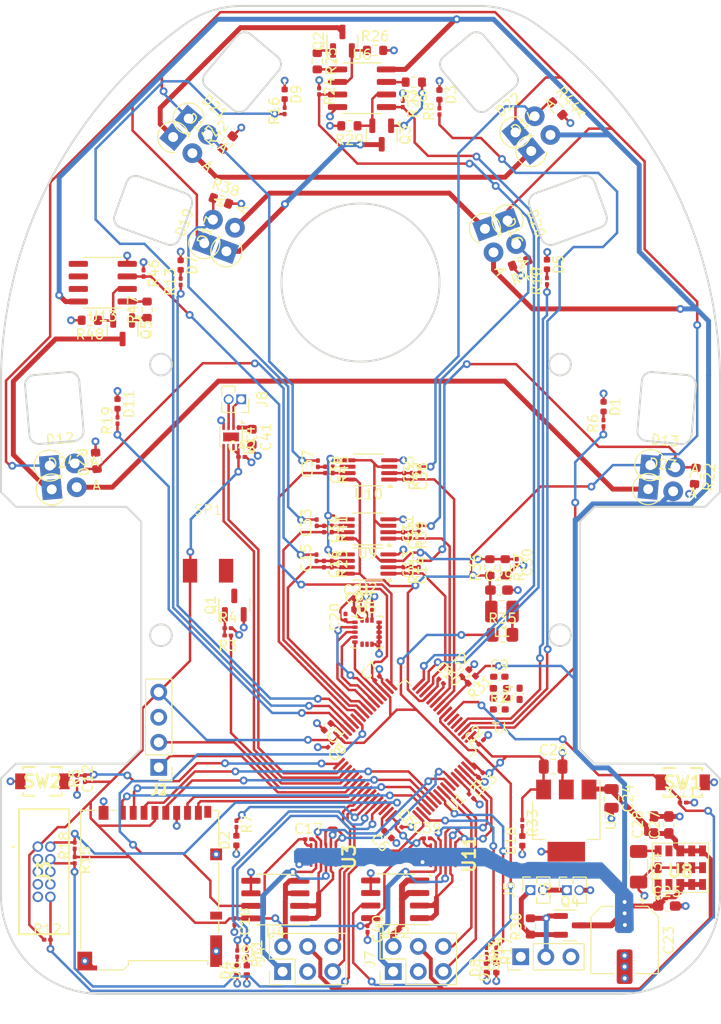
<source format=kicad_pcb>
(kicad_pcb (version 20240108) (generator "pcbnew") (generator_version "8.0")
  (layers (0 "F.Cu" signal) (31 "B.Cu" signal) (34 "B.Paste" user) (35 "F.Paste" user) (36 "B.SilkS" user "B.Silkscreen") (37 "F.SilkS" user "F.Silkscreen") (38 "B.Mask" user) (39 "F.Mask" user) (44 "Edge.Cuts" user))
  (net 0 "")
  (net 1 "Net-(U2A--)")
  (net 2 "/ir_sensor/IR_OUT_A")
  (net 3 "Net-(U2B--)")
  (net 4 "/ir_sensor/IR_OUT_B")
  (net 5 "/ir_sensor1/IR_OUT_A")
  (net 6 "/ir_sensor1/IR_OUT_B")
  (net 7 "Net-(U9A--)")
  (net 8 "/ir_sensor2/IR_OUT_A")
  (net 9 "Net-(U9B--)")
  (net 10 "/ir_sensor2/IR_OUT_B")
  (net 11 "Net-(U1-VCAP)")
  (net 12 "GND")
  (net 13 "+3.3V")
  (net 14 "Net-(U1-VCAP_2)")
  (net 15 "+3.3VADC")
  (net 16 "/mcu/NRST")
  (net 17 "Net-(C4-Pad1)")
  (net 18 "+BATT")
  (net 19 "+5V")
  (net 20 "+1.65VADC")
  (net 21 "Net-(U10A--)")
  (net 22 "Net-(U10B--)")
  (net 23 "/mcu/SW")
  (net 24 "/mcu/OSC_OUT")
  (net 25 "Net-(D1-A)")
  (net 26 "Net-(D2-A)")
  (net 27 "Net-(D3-A)")
  (net 28 "Net-(D4-A)")
  (net 29 "Net-(D5-A)")
  (net 30 "Net-(D6-A)")
  (net 31 "Net-(D11-A)")
  (net 32 "/mcu/SWCLK")
  (net 33 "/mcu/SWDIO")
  (net 34 "/motor_driver L/MOTOR_OUT1")
  (net 35 "/motor_driver L/MOTOR_OUT2")
  (net 36 "Net-(D7-A)")
  (net 37 "/motor_driver R/MOTOR_OUT1")
  (net 38 "/motor_driver R/MOTOR_OUT2")
  (net 39 "Net-(L1-Pad1)")
  (net 40 "/mcu/BUZZER")
  (net 41 "Net-(Q1-D)")
  (net 42 "Net-(D8-A)")
  (net 43 "Net-(Q2-G)")
  (net 44 "Net-(Q2-S)")
  (net 45 "Net-(Q3-G)")
  (net 46 "Net-(D9-A)")
  (net 47 "Net-(Q5-G)")
  (net 48 "Net-(Q5-S)")
  (net 49 "Net-(D14-K)")
  (net 50 "/mcu/BOOT0")
  (net 51 "/mcu/LED1")
  (net 52 "/mcu/LED2")
  (net 53 "/mcu/LED3")
  (net 54 "/mcu/LED4")
  (net 55 "/mcu/LED5")
  (net 56 "/mcu/LED6")
  (net 57 "Net-(D15-K)")
  (net 58 "/mcu/OSC_IN")
  (net 59 "/mcu/MOTOR_L_IN1")
  (net 60 "/mcu/MOTOR_L_IN2")
  (net 61 "/mcu/MOTOR_R_IN1")
  (net 62 "/mcu/MOTOR_R_IN2")
  (net 63 "Net-(D23-K)")
  (net 64 "Net-(D24-K)")
  (net 65 "/mcu/SDIO_D0")
  (net 66 "/mcu/ADC_BAT")
  (net 68 "/mcu/SDIO_CK")
  (net 69 "/mcu/SDIO_D3")
  (net 71 "/mcu/SDIO_D1")
  (net 72 "/mcu/SDIO_D2")
  (net 73 "/mcu/SDIO_CMD")
  (net 74 "/mcu/USART6_TX")
  (net 75 "/mcu/USART6_RX")
  (net 78 "/mcu/ENC_L_A")
  (net 79 "/mcu/END_L_B")
  (net 80 "/mcu/ENC_R_A")
  (net 81 "/mcu/END_R_B")
  (net 82 "/imu/SPC")
  (net 83 "/imu/SDI")
  (net 84 "/imu/SDO")
  (net 85 "/imu/CS")
  (net 87 "Net-(J5-Pin_1)")
  (net 88 "Net-(U8-FB)")
  (net 90 "/ir_led/IR_LED_IN1")
  (net 91 "Net-(U5-REGOUT)")
  (net 92 "/ir_led/IR_LED_IN2")
  (net 93 "/fan_driver/MOTOR_FAN_EN")
  (net 94 "/fan_driver/MOTOR_FAN_PH")
  (net 95 "Net-(C13-Pad2)")
  (net 97 "Net-(C15-Pad2)")
  (net 98 "Net-(C31-Pad2)")
  (net 99 "Net-(Q1-G)")
  (net 100 "Net-(J5-Pin_2)")
  (net 101 "Net-(J8-Pin_1)")
  (net 102 "Net-(J8-Pin_2)")
  (net 103 "/mcu/LED7")
  (net 104 "/mcu/LED8")
  (net 105 "/mcu/LED9")
  (net 106 "/mcu/LED10")
  (net 109 "/mcu/LED11")
  (net 110 "Net-(D10-A)")
  (net 111 "Net-(C33-Pad2)")
  (net 112 "Net-(C35-Pad2)")
  (net 113 "Net-(C37-Pad2)")
  (net 114 "Net-(D16-K)")
  (net 115 "Net-(D17-K)")
  (net 116 "Net-(D18-A)")
  (net 117 "/mcu/ACS_IN_R")
  (net 118 "Net-(Q3-S)")
  (net 119 "/mcu/ACS_IN_L")
  (net 120 "Net-(Q4-G)")
  (net 121 "Net-(R25-Pad2)")
  (net 122 "Net-(R28-Pad2)")
  (net 123 "/ir_led_single/IR_LED_IN")
  (net 124 "Net-(R47-Pad2)")
  (net 126 "/motor_driver L/ACS_IN2")
  (net 127 "/motor_driver R/ACS_IN2")
  (footprint "mylib:TVAF06A020BR" (layer "F.Cu") (at 113.26 123.37)
    (property "Reference" "SW2")
    (property "Value" "Switch" (hide yes))
  )
  (footprint "Resistor_SMD:R_0201_0603Metric" (layer "F.Cu") (at 116.53 129.88 90)
    (property "Reference" "R18")
    (property "Value" "10k")
  )
  (footprint "Capacitor_SMD:C_0805_2012Metric" (layer "F.Cu") (at 170.88 125.1 -90)
    (property "Reference" "C24")
    (property "Value" "10u")
  )
  (footprint "Resistor_SMD:R_0201_0603Metric" (layer "F.Cu") (at 149.8175 102.0025 -90)
    (property "Reference" "R21")
    (property "Value" "220k")
  )
  (footprint "Package_SO:SOIC-8_3.9x4.9mm_P1.27mm" (layer "F.Cu") (at 148.98 135.31 180)
    (property "Reference" "U12")
    (property "Value" "ACS722xLCTR-05AB")
  )
  (footprint "Package_TO_SOT_SMD:SOT-223" (layer "F.Cu") (at 166.305 127.345 -90)
    (property "Reference" "U7")
    (property "Value" "LT1963AES3-3.3")
  )
  (footprint "Package_SO:MSOP-8_3x3mm_P0.65mm" (layer "F.Cu") (at 146.18 97.825 180)
    (property "Reference" "U9")
    (property "Value" "AD8602")
  )
  (footprint "Resistor_SMD:R_0603_1608Metric" (layer "F.Cu") (at 161.634754 70.902167 -160)
    (property "Reference" "R40")
    (property "Value" "100k")
  )
  (footprint "Diode_THT:D_T-1_P2.54mm_Vertical_AnodeUp" (layer "F.Cu") (at 160.36 66.6 -70)
    (property "Reference" "D20")
    (property "Value" "SFH213FA")
  )
  (footprint "Capacitor_SMD:C_0201_0603Metric" (layer "F.Cu") (at 151.367376 101.365 90)
    (property "Reference" "C13")
    (property "Value" "0.01u")
  )
  (footprint "Package_SO:MSOP-8_3x3mm_P0.65mm" (layer "F.Cu") (at 146.19 101.375 180)
    (property "Reference" "U2")
    (property "Value" "AD8602")
  )
  (footprint "Capacitor_SMD:C_0402_1005Metric_Pad0.74x0.62mm_HandSolder" (layer "F.Cu") (at 159.5225 112.78)
    (property "Reference" "C9")
    (property "Value" "10p")
  )
  (footprint "Capacitor_SMD:C_0201_0603Metric" (layer "F.Cu") (at 141.1575 91.22 90)
    (property "Reference" "C37")
    (property "Value" "0.01u")
  )
  (footprint "bldc:XRCGB16M000FXN02R0" (layer "F.Cu") (at 159.595 114.46 180)
    (property "Reference" "Y1")
    (property "Value" "XRCGB16M000FXN02R0")
  )
  (footprint "Resistor_SMD:R_0201_0603Metric" (layer "F.Cu") (at 159.22 140.5375 -90)
    (property "Reference" "R17")
    (property "Value" "1k")
  )
  (footprint "Connector_PinSocket_1.27mm:PinSocket_1x02_P1.27mm_Vertical" (layer "F.Cu") (at 166.36 134.39 90)
    (property "Reference" "J6")
    (property "Value" "BATTERY")
  )
  (footprint "Capacitor_SMD:C_0201_0603Metric" (layer "F.Cu") (at 157.64 122.74 -135)
    (property "Reference" "C3")
    (property "Value" "0.1u")
  )
  (footprint "Connector_PinSocket_1.27mm:PinSocket_1x02_P1.27mm_Vertical" (layer "F.Cu") (at 133.39 84.7 -90)
    (property "Reference" "J8")
    (property "Value" "Conn_01x02")
  )
  (footprint "Capacitor_SMD:C_0201_0603Metric" (layer "F.Cu") (at 141.031188 97.195 90)
    (property "Reference" "C33")
    (property "Value" "0.01u")
  )
  (footprint "Capacitor_SMD:C_0603_1608Metric_Pad1.08x0.95mm_HandSolder" (layer "F.Cu") (at 159.4875 104.01)
    (property "Reference" "C29")
    (property "Value" "10u")
  )
  (footprint "Resistor_SMD:R_0603_1608Metric" (layer "F.Cu") (at 118.065 76.7 180)
    (property "Reference" "R48")
    (property "Value" "33 1% 1/2W")
  )
  (footprint "Capacitor_SMD:C_0603_1608Metric_Pad1.08x0.95mm_HandSolder" (layer "F.Cu") (at 176.47 135.99)
    (property "Reference" "C25")
    (property "Value" "0.1u")
  )
  (footprint "Inductor_SMD:L_1008_2520Metric" (layer "F.Cu") (at 159.79 106.18 180)
    (property "Reference" "L1")
    (property "Value" "10u")
  )
  (footprint "mylib:SMT-0440" (layer "F.Cu") (at 130.035 96.4)
    (property "Reference" "SP1")
    (property "Value" "SMT-0440")
  )
  (footprint "Diode_THT:D_T-1_P2.54mm_Vertical_AnodeUp" (layer "F.Cu") (at 161.16 57.68 40)
    (property "Reference" "D22")
    (property "Value" "SFH213FA")
  )
  (footprint "Diode_THT:D_T-1_P2.54mm_Vertical_AnodeUp" (layer "F.Cu") (at 174.813926 91.360767 -5)
    (property "Reference" "D13")
    (property "Value" "SFH213FA")
  )
  (footprint "Resistor_SMD:R_0201_0603Metric" (layer "F.Cu") (at 127.26 72.8 90)
    (property "Reference" "R13")
    (property "Value" "1k")
  )
  (footprint "Package_SO:MSOP-8_3x3mm_P0.65mm" (layer "F.Cu") (at 146.27 91.845 180)
    (property "Reference" "U10")
    (property "Value" "AD8602")
  )
  (footprint "Resistor_SMD:R_0201_0603Metric" (layer "F.Cu") (at 120.87 86.845 90)
    (property "Reference" "R19")
    (property "Value" "1k")
  )
  (footprint "Resistor_SMD:R_0201_0603Metric" (layer "F.Cu") (at 149.75 54.8 -90)
    (property "Reference" "R27")
    (property "Value" "10k")
  )
  (footprint "Capacitor_SMD:C_0402_1005Metric" (layer "F.Cu") (at 148.25 128.76 135)
    (property "Reference" "C6")
    (property "Value" "2.2u")
  )
  (footprint "LED_SMD:LED_0402_1005Metric" (layer "F.Cu") (at 133 142.505 90)
    (property "Reference" "D4")
    (property "Value" "LED")
  )
  (footprint "Resistor_SMD:R_0603_1608Metric" (layer "F.Cu") (at 123.86 75.63 90)
    (property "Reference" "R47")
    (property "Value" "10")
  )
  (footprint "Resistor_SMD:R_1206_3216Metric_Pad1.30x1.75mm_HandSolder" (layer "F.Cu") (at 173.63 132.02 -90)
    (property "Reference" "R34")
    (property "Value" "133")
  )
  (footprint "Capacitor_SMD:C_0201_0603Metric" (layer "F.Cu") (at 141.78 97.8275 -90)
    (property "Reference" "C34")
    (property "Value" "22p")
  )
  (footprint "Diode_THT:D_T-1_P2.54mm_Vertical_AnodeUp" (layer "F.Cu") (at 174.6 93.79 -5)
    (property "Reference" "D23")
    (property "Value" "VSLY5850")
  )
  (footprint "Resistor_SMD:R_0603_1608Metric" (layer "F.Cu") (at 179.361903 92.448139 -95)
    (property "Reference" "R22")
    (property "Value" "100k")
  )
  (footprint "LED_SMD:LED_0402_1005Metric" (layer "F.Cu") (at 161.85 129.3925 90)
    (property "Reference" "D18")
    (property "Value" "POWER")
  )
  (footprint "Capacitor_SMD:C_0201_0603Metric" (layer "F.Cu") (at 142.393547 119.690791 -135)
    (property "Reference" "C8")
    (property "Value" "0.1u")
  )
  (footprint "Resistor_SMD:R_0201_0603Metric" (layer "F.Cu") (at 142.56 97.8275 -90)
    (property "Reference" "R41")
    (property "Value" "220k")
  )
  (footprint "Resistor_SMD:R_0603_1608Metric" (layer "F.Cu") (at 158.565 101.7075 90)
    (property "Reference" "R36")
    (property "Value" "1k")
  )
  (footprint "Connector_Card:microSD_HC_Hirose_DM3BT-DSF-PEJS" (layer "F.Cu") (at 124.13 134.185)
    (property "Reference" "J1")
    (property "Value" "Micro_SD_Card_Det2")
  )
  (footprint "Resistor_SMD:R_0201_0603Metric" (layer "F.Cu") (at 113.76 139.4)
    (property "Reference" "R12")
    (property "Value" "10k")
  )
  (footprint "Package_TO_SOT_SMD:SOT-23" (layer "F.Cu") (at 143.64 48.4525 90)
    (property "Reference" "Q2")
    (property "Value" "IRFML8244")
  )
  (footprint "Resistor_SMD:R_0603_1608Metric" (layer "F.Cu") (at 118.72 90.93 95)
    (property "Reference" "R20")
    (property "Value" "100k")
  )
  (footprint "Resistor_SMD:R_0603_1608Metric" (layer "F.Cu") (at 160.125 101.7075 -90)
    (property "Reference" "R37")
    (property "Value" "1k")
  )
  (footprint "Resistor_SMD:R_0603_1608Metric" (layer "F.Cu") (at 141.09 50.48 -90)
    (property "Reference" "R25")
    (property "Value" "10")
  )
  (footprint "Capacitor_SMD:C_0201_0603Metric" (layer "F.Cu") (at 141.017376 100.745 90)
    (property "Reference" "C15")
    (property "Value" "0.01u")
  )
  (footprint "Package_SO:SOIC-8_3.9x4.9mm_P1.27mm" (layer "F.Cu") (at 145.62 53.21)
    (property "Reference" "U6")
    (property "Value" "~")
  )
  (footprint "Resistor_SMD:R_0201_0603Metric" (layer "F.Cu") (at 164.3475 72.7425 90)
    (property "Reference" "R10")
    (property "Value" "1k")
  )
  (footprint "Resistor_SMD:R_0201_0603Metric" (layer "F.Cu") (at 149.89 92.4875 -90)
    (property "Reference" "R43")
    (property "Value" "220k")
  )
  (footprint "Resistor_SMD:R_0201_0603Metric" (layer "F.Cu") (at 141.28 53.52 -90)
    (property "Reference" "R24")
    (property "Value" "10k")
  )
  (footprint "Capacitor_SMD:C_0201_0603Metric" (layer "F.Cu") (at 146.6312 105.7166 90)
    (property "Reference" "C19")
    (property "Value" "0.1u")
  )
  (footprint "Resistor_SMD:R_0603_1608Metric" (layer "F.Cu") (at 150.865 52.595 180)
    (property "Reference" "R28")
    (property "Value" "10")
  )
  (footprint "Diode_THT:D_T-1_P2.54mm_Vertical_AnodeUp" (layer "F.Cu") (at 131.89 69.72 70)
    (property "Reference" "D17")
    (property "Value" "VSLY5850")
  )
  (footprint "Capacitor_SMD:C_0201_0603Metric" (layer "F.Cu") (at 150.5875 102.0025 -90)
    (property "Reference" "C14")
    (property "Value" "22p")
  )
  (footprint "Resistor_SMD:R_0201_0603Metric" (layer "F.Cu") (at 142.66 91.8425 -90)
    (property "Reference" "R45")
    (property "Value" "220k")
  )
  (footprint "Diode_THT:D_T-1_P2.54mm_Vertical_AnodeUp" (layer "F.Cu") (at 126.502031 58.150078 -40)
    (property "Reference" "D15")
    (property "Value" "VSLY5850")
  )
  (footprint "Resistor_SMD:R_0201_0603Metric" (layer "F.Cu") (at 132.91 127.6775 -90)
    (property "Reference" "R7")
    (property "Value" "1k")
  )
  (footprint "Resistor_SMD:R_0603_1608Metric" (layer "F.Cu") (at 144.345 57.015 180)
    (property "Reference" "R29")
    (property "Value" "33 1% 1/2W")
  )
  (footprint "Capacitor_SMD:C_0201_0603Metric" (layer "F.Cu") (at 145.135 105.08)
    (property "Reference" "C21")
    (property "Value" "0.1u")
  )
  (footprint "LED_SMD:LED_0402_1005Metric" (layer "F.Cu") (at 132.9 129.3625 90)
    (property "Reference" "D2")
    (property "Value" "LED")
  )
  (footprint "Capacitor_SMD:C_0201_0603Metric" (layer "F.Cu") (at 149.79 98.4675 -90)
    (property "Reference" "C32")
    (property "Value" "22p")
  )
  (footprint "Capacitor_SMD:C_0201_0603Metric" (layer "F.Cu") (at 132.7 137.57 -90)
    (property "Reference" "C18")
    (property "Value" "0.1u")
  )
  (footprint "Resistor_SMD:R_0201_0603Metric" (layer "F.Cu") (at 137.79 55.505 90)
    (property "Reference" "R16")
    (property "Value" "1k")
  )
  (footprint "Package_TO_SOT_SMD:SOT-23" (layer "F.Cu") (at 121.38 77.6575 -90)
    (property "Reference" "Q5")
    (property "Value" "IRFML8244")
  )
  (footprint "Diode_THT:D_T-1_P2.54mm_Vertical_AnodeUp" (layer "F.Cu") (at 158.07 67.44 -70)
    (property "Reference" "D16")
    (property "Value" "VSLY5850")
  )
  (footprint "Capacitor_SMD:C_0603_1608Metric_Pad1.08x0.95mm_HandSolder" (layer "F.Cu") (at 176.69 127.7875 90)
    (property "Reference" "C27")
    (property "Value" "0.1u")
  )
  (footprint "Package_SO:SOIC-8_3.9x4.9mm_P1.27mm" (layer "F.Cu") (at 119.375 72.895 180)
    (property "Reference" "U13")
    (property "Value" "~")
  )
  (footprint "Capacitor_SMD:C_0201_0603Metric" (layer "F.Cu") (at 141.89 91.8425 -90)
    (property "Reference" "C38")
    (property "Value" "22p")
  )
  (footprint "Resistor_SMD:R_0603_1608Metric" (layer "F.Cu") (at 146.94 49.38)
    (property "Reference" "R26")
    (property "Value" "33 1% 1/2W")
  )
  (footprint "Resistor_SMD:R_0201_0603Metric" (layer "F.Cu") (at 161.85 127.5925 -90)
    (property "Reference" "R33")
    (property "Value" "1k")
  )
  (footprint "Resistor_SMD:R_0201_0603Metric" (layer "F.Cu") (at 117.56 123.095 90)
    (property "Reference" "R5")
    (property "Value" "10k")
  )
  (footprint "Resistor_SMD:R_0603_1608Metric" (layer "F.Cu") (at 131.335246 64.612166 -20)
    (property "Reference" "R38")
    (property "Value" "100k")
  )
  (footprint "Diode_THT:D_T-1_P2.54mm_Vertical_AnodeUp" (layer "F.Cu") (at 162.754246 59.572682 40)
    (property "Reference" "D14")
    (property "Value" "VSLY5850")
  )
  (footprint "mylib:TVAF06A020BR" (layer "F.Cu") (at 178.1 123.47 180)
    (property "Reference" "SW1")
    (property "Value" "Switch" (hide yes))
  )
  (footprint "Resistor_SMD:R_0201_0603Metric" (layer "F.Cu") (at 116.53 131.35 -90)
    (property "Reference" "R15")
    (property "Value" "10k")
  )
  (footprint "LED_SMD:LED_0402_1005Metric" (layer "F.Cu") (at 137.79 53.825 -90)
    (property "Reference" "D9")
    (property "Value" "LED")
  )
  (footprint "Capacitor_SMD:C_0201_0603Metric" (layer "F.Cu") (at 178.13 125.52)
    (property "Reference" "C11")
    (property "Value" "0.1u")
  )
  (footprint "Resistor_SMD:R_0402_1005Metric" (layer "F.Cu") (at 156.079376 112.420624 45)
    (property "Reference" "R32")
    (property "Value" "10k")
  )
  (footprint "Connector_PinSocket_1.27mm:PinSocket_1x02_P1.27mm_Vertical" (layer "F.Cu") (at 162.67 134.38 90)
    (property "Reference" "J5")
    (property "Value" "BATTERY")
  )
  (footprint "Resistor_SMD:R_0201_0603Metric" (layer "F.Cu") (at 156.683726 124.883726 -45)
    (property "Reference" "R1")
    (property "Value" "10k")
  )
  (footprint "LED_SMD:LED_0402_1005Metric" (layer "F.Cu") (at 159.22 142.2375 90)
    (property "Reference" "D10")
    (property "Value" "LED")
  )
  (footprint "Capacitor_SMD:C_0201_0603Metric" (layer "F.Cu") (at 161.29 101.2025 -90)
    (property "Reference" "C30")
    (property "Value" "0.1u")
  )
  (footprint "Capacitor_SMD:C_0201_0603Metric" (layer "F.Cu") (at 133.435 90.53)
    (property "Reference" "C42")
    (property "Value" "0.1u")
  )
  (footprint "Connector_PinHeader_2.54mm:PinHeader_2x03_P2.54mm_Vertical" (layer "F.Cu") (at 148.78 142.62 90)
    (property "Reference" "J7")
    (property "Value" "2.54mm 02x03")
  )
  (footprint "Connector_PinHeader_2.54mm:PinHeader_1x03_P2.54mm_Vertical" (layer "F.Cu") (at 161.695 141.13 90)
    (property "Reference" "SW3")
    (property "Value" "SW_DPDT_x2")
  )
  (footprint "Capacitor_SMD:C_0201_0603Metric" (layer "F.Cu") (at 147.146526 112.953726 45)
    (property "Reference" "C7")
    (property "Value" "0.1u")
  )
  (footprint "Resistor_SMD:R_0805_2012Metric_Pad1.20x1.40mm_HandSolder" (layer "F.Cu") (at 159.845 108.54)
    (property "Reference" "R35")
    (property "Value" "5")
  )
  (footprint "Package_TO_SOT_SMD:SOT-23" (layer "F.Cu") (at 132.69 105.5375 90)
    (property "Reference" "Q1")
    (property "Value" "BSS138")
  )
  (footprint "LED_SMD:LED_0402_1005Metric" (layer "F.Cu") (at 170.08 85.445 -90)
    (property "Reference" "D1")
    (property "Value" "LED")
  )
  (footprint "LED_SMD:LED_0402_1005Metric" (layer "F.Cu") (at 164.3475 71.0525 -90)
    (property "Reference" "D5")
    (property "Value" "LED")
  )
  (footprint "Capacitor_SMD:C_0805_2012Metric" (layer "F.Cu") (at 164.975 121.875)
    (property "Reference" "C26")
    (property "Value" "10u")
  )
  (footprint "mylib:DRV8835DSSR" (layer "F.Cu") (at 153.83 130.86 90)
    (property "Reference" "U11")
    (property "Value" "DRV8835" (hide yes))
  )
  (footprint "Package_TO_SOT_SMD:SOT-23" (layer "F.Cu") (at 147.615 57.945 -90)
    (property "Reference" "Q3")
    (property "Value" "IRFML8244")
  )
  (footprint "Resistor_SMD:R_0201_0603Metric" (layer "F.Cu") (at 150.58 98.4675 -90)
    (property "Reference" "R39")
    (property "Value" "220k")
  )
  (footprint "Capacitor_SMD:C_0201_0603Metric" (layer "F.Cu") (at 153.64 113.24 -45)
    (property "Reference" "C10")
    (property "Value" "0.1u")
  )
  (footprint "mylib:DRV8835DSSR" (layer "F.Cu") (at 141.72 130.82 90)
    (property "Reference" "U3")
    (property "Value" "DRV8835" (hide yes))
  )
  (footprint "Capacitor_SMD:C_0402_1005Metric_Pad0.74x0.62mm_HandSolder" (layer "F.Cu") (at 161.58 114.51 90)
    (property "Reference" "C4")
    (property "Value" "10p")
  )
  (footprint "Resistor_SMD:R_0201_0603Metric" (layer "F.Cu") (at 132.04 107.8675)
    (property "Reference" "R4")
    (property "Value" "10k")
  )
  (footprint "Resistor_SMD:R_0201_0603Metric" (layer "F.Cu") (at 132.99 140.81 -90)
    (property "Reference" "R9")
    (property "Value" "1k")
  )
  (footprint "Resistor_SMD:R_0201_0603Metric" (layer "F.Cu") (at 133.96 140.8025 -90)
    (property "Reference" "R11")
    (property "Value" "1k")
  )
  (footprint "Package_TO_SOT_SMD:SOT-23" (layer "F.Cu") (at 166.6675 137.95)
    (property "Reference" "Q4")
    (property "Value" "IRLML6402")
  )
  (footprint "Capacitor_SMD:C_0201_0603Metric" (layer "F.Cu") (at 116.79 123.09 -90)
    (property "Reference" "C12")
    (property "Value" "0.1u")
  )
  (footprint "Capacitor_SMD:C_0201_0603Metric" (layer "F.Cu") (at 146.18 138.305 -90)
    (property "Reference" "C40")
    (property "Value" "0.1u")
  )
  (footprint "Resistor_SMD:R_0402_1005Metric_Pad0.72x0.64mm_HandSolder" (layer "F.Cu") (at 159.52 116.09)
    (property "Reference" "R2")
    (property "Value" "1k")
  )
  (footprint "Capacitor_SMD:C_0201_0603Metric" (layer "F.Cu") (at 157.687499 119.396839 45)
    (property "Reference" "C2")
    (property "Value" "0.1u")
  )
  (footprint "Capacitor_SMD:C_0402_1005Metric" (layer "F.Cu") (at 142.128749 117.845588 -135)
    (property "Reference" "C1")
    (property "Value" "2.2u")
  )
  (footprint "LED_SMD:LED_0402_1005Metric" (layer "F.Cu") (at 120.87 85.165 -90)
    (property "Reference" "D11")
    (property "Value" "LED")
  )
  (footprint "mylib:mylib" (layer "F.Cu") (at 112.8 129.98 -90)
    (property "Reference" "J3")
    (property "Value" "Conn_ARM_JTAG_SWD_10" (hide yes))
  )
  (footprint "Resistor_SMD:R_0603_1608Metric" (layer "F.Cu") (at 162.6775 138.06 90)
    (property "Reference" "R30")
    (property "Value" "100k")
  )
  (footprint "Package_QFP:LQFP-64_10x10mm_P0.5mm" (layer "F.Cu") (at 149.957499 120.236839 -135)
    (property "Reference" "U1")
    (property "Value" "STM32F405RGTx")
  )
  (footprint "Package_SON:WSON-8-1EP_2x2mm_P0.5mm_EP0.9x1.6mm" (layer "F.Cu") (at 132.36 88.51 -90)
    (property "Reference" "U14")
    (property "Value" "DRV8838")
  )
  (footprint "Capacitor_SMD:C_0402_1005Metric" (layer "F.Cu") (at 145.2912 105.9616)
    (property "Reference" "C22")
    (property "Value" "2.2u")
  )
  (footprint "Capacitor_SMD:C_0201_0603Metric" (layer "F.Cu") (at 152.19 129.14)
    (property "Reference" "C39")
    (property "Value" "0.1u")
  )
  (footprint "Resistor_SMD:R_0603_1608Metric" (layer "F.Cu") (at 131.9997 58.701987 50)
    (property "Reference" "R42")
    (property "Value" "100k")
  )
  (footprint "Capacitor_SMD:C_0201_0603Metric" (layer "F.Cu") (at 151.361188 97.82 90)
    (property "Reference" "C31")
    (property "Value" "0.01u")
  )
  (footprint "Diode_THT:D_T-1_P2.54mm_Vertical_AnodeUp" (layer "F.Cu") (at 129.66 68.9 70)
    (property "Reference" "D19")
    (property "Value" "SFH213FA")
  )
  (footprint "LED_SMD:LED_0402_1005Metric" (layer "F.Cu") (at 133.96 142.5025 90)
    (property "Reference" "D6")
    (property "Value" "LED")
  )
  (footprint "Connector_PinHeader_2.54mm:PinHeader_1x04_P2.54mm_Vertical" (layer "F.Cu") (at 125.04 121.96 180)
    (property "Reference" "J2")
    (property "Value" "UART")
  )
  (footprint "Capacitor_SMD:C_0201_0603Metric" (layer "F.Cu") (at 143.9512 106.75 90)
    (property "Reference" "C20")
    (property "Value" "0.01u")
  )
  (footprint "Package_LGA:LGA-16_3x3mm_P0.5mm_LayoutBorder3x5y" (layer "F.Cu") (at 146.13 108.27)
    (property "Reference" "U5")
    (property "Value" "ICM-20602")
  )
  (footprint "Capacitor_SMD:C_0201_0603Metric" (layer "F.Cu") (at 150.67 92.4875 -90)
    (property "Reference" "C36")
    (property "Value" "22p")
  )
  (footprint "Resistor_SMD:R_0402_1005Metric" (layer "F.Cu") (at 156.74 113.08 -135)
    (property "Reference" "R31")
    (property "Value" "20k")
  )
  (footprint "Capacitor_SMD:C_0201_0603Metric" (layer "F.Cu") (at 151.4375 91.825 90)
    (property "Reference" "C35")
    (property "Value" "0.01u")
  )
  (footprint "LED_SMD:LED_0402_1005Metric" (layer "F.Cu") (at 158.26 142.245 90)
    (property "Reference" "D8")
    (property "Value" "LED")
  )
  (footprint "Diode_THT:D_T-1_P2.54mm_Vertical_AnodeUp" (layer "F.Cu") (at 114.21 93.82 5)
    (property "Reference" "D24")
    (property "Value" "VSLY5850")
  )
  (footprint "Capacitor_SMD:C_0201_0603Metric" (layer "F.Cu") (at 140.185 129.23)
    (property "Reference" "C17")
    (property "Value" "0.1u")
  )
  (footprint "Resistor_SMD:R_0201_0603Metric" (layer "F.Cu") (at 132.035 108.61 180)
    (property "Reference" "R3")
    (property "Value" "120")
  )
  (footprint "Resistor_SMD:R_0201_0603Metric" (layer "F.Cu") (at 158.25 140.535 -90)
    (property "Reference" "R14")
    (property "Value" "1k")
  )
  (footprint "Resistor_SMD:R_0201_0603Metric" (layer "F.Cu") (at 123.5 71.95 -90)
    (property "Reference" "R46")
    (property "Value" "10k")
  )
  (footprint "Connector_PinHeader_2.54mm:PinHeader_2x03_P2.54mm_Vertical" (layer "F.Cu") (at 137.58 142.63 90)
    (property "Reference" "J4")
    (property "Value" "2.54mm 02x03")
  )
  (footprint "Capacitor_SMD:C_0201_0603Metric" (layer "F.Cu") (at 149.423773 127.783113 -45)
    (property "Reference" "C5")
    (property "Value" "0.1u")
  )
  (footprint "Capacitor_SMD:C_0201_0603Metric" (layer "F.Cu") (at 141.7675 101.3825 -90)
    (property "Reference" "C16")
    (property "Value" "22p")
  )
  (footprint "Resistor_SMD:R_0201_0603Metric" (layer "F.Cu") (at 170.07 87.125 90)
    (property "Reference" "R6")
    (property "Value" "1k")
  )
  (footprint "Resistor_SMD:R_0201_0603Metric" (layer "F.Cu") (at 142.5575 101.3775 -90)
    (property "Reference" "R23")
    (property "Value" "220k")
  )
  (footprint "LED_SMD:LED_0402_1005Metric" (layer "F.Cu") (at 127.26 71.115 -90)
    (property "Reference" "D7")
    (property "Value" "LED")
  )
  (footprint "Resistor_SMD:R_0201_0603Metric" (layer "F.Cu") (at 153.46 55.555 90)
    (property "Reference" "R8")
    (property "Value" "1k")
  )
  (footprint "Resistor_SMD:R_0603_1608Metric" (layer "F.Cu") (at 165.3803 55.271987 -50)
    (property "Reference" "R44")
    (property "Value" "100k")
  )
  (footprint "Capacitor_SMD:C_0603_1608Metric" (layer "F.Cu") (at 134.48 88.505 -90)
    (property "Reference" "C41")
    (property "Value" "0.1u")
  )
  (footprint "Package_SO:SOIC-8_3.9x4.9mm_P1.27mm" (layer "F.Cu") (at 136.85 135.34 180)
    (property "Reference" "U4")
    (property "Value" "ACS722xLCTR-05AB")
  )
  (footprint "Capacitor_SMD:CP_Elec_6.3x3" (layer "F.Cu") (at 172.21 139.43 -90)
    (property "Reference" "C23")
    (property "Value" "100uF")
  )
  (footprint "LED_SMD:LED_0402_1005Metric" (layer "F.Cu") (at 153.46 53.875 -90)
    (property "Reference" "D3")
    (property "Value" "LED")
  )
  (footprint "mylib:LXDC55FAAA203" (layer "F.Cu") (at 175.6 133.81 180)
    (property "Reference" "U8")
    (property "Value" "LXDC55FAAA-203" (hide yes))
  )
  (footprint "Capacitor_SMD:C_0603_1608Metric_Pad1.08x0.95mm_HandSolder" (layer "F.Cu") (at 175.16 127.7875 90)
    (property "Reference" "C28")
    (property "Value" "20u")
  )
  (footprint "Diode_THT:D_T-1_P2.54mm_Vertical_AnodeUp" (layer "F.Cu") (at 128.074245 56.277319 -40)
    (property "Reference" "D21")
    (property "Value" "SFH213FA")
  )
  (footprint "Diode_THT:D_T-1_P2.54mm_Vertical_AnodeUp" (layer "F.Cu") (at 114 91.41 5)
    (property "Reference" "D12")
    (property "Value" "SFH213FA")
  )
  (gr_line (start 116.518357 88.914143) (end 116.518359 88.914161) (stroke (width 0.2)) (layer "Edge.Cuts"))
  (gr_line (start 170.357459 66.027394) (end 169.160389 62.738469) (stroke (width 0.2)) (layer "Edge.Cuts"))
  (gr_arc (start 111.512572 83.329172) (mid 111.742728 82.599252) (end 112.421613 82.245841) (stroke (width 0.2)) (layer "Edge.Cuts"))
  (gr_line (start 161.183589 51.727444) (end 157.969652 47.897223) (stroke (width 0.2)) (layer "Edge.Cuts"))
  (gr_line (start 181.869915 94.08) (end 181.869915 83.08) (stroke (width 0.2)) (layer "Edge.Cuts"))
  (gr_line (start 121.779598 62.738499) (end 120.581165 66.03117) (stroke (width 0.2)) (layer "Edge.Cuts"))
  (gr_line (start 109.070083 94.08) (end 110.570083 95.58) (stroke (width 0.2)) (layer "Edge.Cuts"))
  (gr_line (start 119.069999 144.88) (end 171.87 144.88) (stroke (width 0.2)) (layer "Edge.Cuts"))
  (gr_arc (start 156.560819 47.773967) (mid 157.290763 47.543816) (end 157.969652 47.897223) (stroke (width 0.2)) (layer "Edge.Cuts"))
  (gr_line (start 153.756409 51.432556) (end 156.970346 55.262777) (stroke (width 0.2)) (layer "Edge.Cuts"))
  (gr_arc (start 132.970344 47.897225) (mid 133.647015 47.544011) (end 134.375763 47.7711) (stroke (width 0.2)) (layer "Edge.Cuts"))
  (gr_arc (start 170.357459 66.027394) (mid 170.324074 66.792031) (end 169.759787 67.309103) (stroke (width 0.2)) (layer "Edge.Cuts"))
  (gr_line (start 133.969632 55.2628) (end 137.18359 51.432555) (stroke (width 0.2)) (layer "Edge.Cuts"))
  (gr_line (start 158.379179 55.386033) (end 161.060333 53.136277) (stroke (width 0.2)) (layer "Edge.Cuts"))
  (gr_line (start 180.369915 95.58) (end 181.869915 94.08) (stroke (width 0.2)) (layer "Edge.Cuts"))
  (gr_arc (start 161.183589 51.727444) (mid 161.41374 52.457388) (end 161.060333 53.136277) (stroke (width 0.2)) (layer "Edge.Cuts"))
  (gr_arc (start 133.969632 55.2628) (mid 133.293571 55.615951) (end 132.565164 55.389679) (stroke (width 0.2)) (layer "Edge.Cuts"))
  (gr_line (start 123.269999 97.08) (end 123.269999 120.08) (stroke (width 0.2)) (layer "Edge.Cuts"))
  (gr_line (start 178.518386 82.245841) (end 175.031702 81.940796) (stroke (width 0.2)) (layer "Edge.Cuts"))
  (gr_arc (start 121.779598 62.738499) (mid 122.296677 62.174206) (end 123.061322 62.140822) (stroke (width 0.2)) (layer "Edge.Cuts"))
  (gr_line (start 123.061322 62.140822) (end 123.061331 62.140798) (stroke (width 0.2)) (layer "Edge.Cuts"))
  (gr_line (start 174.421612 88.914159) (end 177.908295 89.219204) (stroke (width 0.2)) (layer "Edge.Cuts"))
  (gr_line (start 109.069999 123.08) (end 109.069999 134.88) (stroke (width 0.2)) (layer "Edge.Cuts"))
  (gr_line (start 137.060339 50.023728) (end 134.375763 47.7711) (stroke (width 0.2)) (layer "Edge.Cuts"))
  (gr_arc (start 165.061324 69.019205) (mid 164.296684 68.985819) (end 163.779609 68.42153) (stroke (width 0.2)) (layer "Edge.Cuts"))
  (gr_line (start 156.970347 55.262777) (end 156.970346 55.262777) (stroke (width 0.2)) (layer "Edge.Cuts"))
  (gr_line (start 145.470002 44.880172) (end 133.482779 44.880172) (stroke (width 0.2)) (layer "Edge.Cuts"))
  (gr_line (start 127.160386 68.42154) (end 128.36132 65.121996) (stroke (width 0.2)) (layer "Edge.Cuts"))
  (gr_arc (start 137.060339 50.023728) (mid 137.413741 50.702614) (end 137.18359 51.432555) (stroke (width 0.2)) (layer "Edge.Cuts"))
  (gr_circle (center 125.269999 108.58) (end 124.169999 108.58) (stroke (width 0.2)) (fill none) (layer "Edge.Cuts"))
  (gr_arc (start 167.878674 62.140795) (mid 168.643314 62.17418) (end 169.160389 62.738469) (stroke (width 0.2)) (layer "Edge.Cuts"))
  (gr_arc (start 113.031645 89.219209) (mid 112.301739 88.989049) (end 111.948353 88.310165) (stroke (width 0.2)) (layer "Edge.Cuts"))
  (gr_arc (start 117.42742 87.830764) (mid 117.197264 88.560727) (end 116.518357 88.914143) (stroke (width 0.2)) (layer "Edge.Cuts"))
  (gr_line (start 169.169999 95.58) (end 180.369915 95.58) (stroke (width 0.2)) (layer "Edge.Cuts"))
  (gr_line (start 162.582539 65.132606) (end 163.779609 68.42153) (stroke (width 0.2)) (layer "Edge.Cuts"))
  (gr_line (start 167.669999 97.08) (end 169.169999 95.58) (stroke (width 0.2)) (layer "Edge.Cuts"))
  (gr_arc (start 181.869999 134.880001) (mid 178.941067 141.951068) (end 171.87 144.88) (stroke (width 0.2)) (layer "Edge.Cuts"))
  (gr_line (start 117.42742 87.830764) (end 116.991645 82.849835) (stroke (width 0.2)) (layer "Edge.Cuts"))
  (gr_line (start 111.512572 83.329172) (end 111.948353 88.310165) (stroke (width 0.2)) (layer "Edge.Cuts"))
  (gr_arc (start 163.31494 46.775418) (mid 176.962339 62.694283) (end 181.869915 83.08) (stroke (width 0.2)) (layer "Edge.Cuts"))
  (gr_circle (center 165.669999 108.58) (end 164.569999 108.58) (stroke (width 0.2)) (fill none) (layer "Edge.Cuts"))
  (gr_arc (start 127.625058 46.775418) (mid 130.404433 45.365774) (end 133.482779 44.880172) (stroke (width 0.2)) (layer "Edge.Cuts"))
  (gr_line (start 181.869999 123.08) (end 180.369999 121.58) (stroke (width 0.2)) (layer "Edge.Cuts"))
  (gr_circle (center 125.269999 81.18) (end 124.169999 81.18) (stroke (width 0.2)) (fill none) (layer "Edge.Cuts"))
  (gr_line (start 121.769999 121.58) (end 110.569999 121.58) (stroke (width 0.2)) (layer "Edge.Cuts"))
  (gr_line (start 121.180186 67.309095) (end 125.878682 69.019207) (stroke (width 0.2)) (layer "Edge.Cuts"))
  (gr_arc (start 119.069999 144.88) (mid 111.998932 141.951068) (end 109.069999 134.88) (stroke (width 0.2)) (layer "Edge.Cuts"))
  (gr_arc (start 158.379179 55.386033) (mid 157.649236 55.616184) (end 156.970347 55.262777) (stroke (width 0.2)) (layer "Edge.Cuts"))
  (gr_arc (start 127.75977 63.85089) (mid 128.321709 64.362863) (end 128.36132 65.121996) (stroke (width 0.2)) (layer "Edge.Cuts"))
  (gr_line (start 156.560819 47.773967) (end 153.879665 50.023723) (stroke (width 0.2)) (layer "Edge.Cuts"))
  (gr_circle (center 165.669999 81.18) (end 164.569999 81.18) (stroke (width 0.2)) (fill none) (layer "Edge.Cuts"))
  (gr_line (start 169.169999 121.58) (end 167.669999 120.08) (stroke (width 0.2)) (layer "Edge.Cuts"))
  (gr_arc (start 109.070083 83.079996) (mid 113.97766 62.694281) (end 127.625058 46.775418) (stroke (width 0.2)) (layer "Edge.Cuts"))
  (gr_arc (start 157.457213 44.880172) (mid 160.535562 45.365774) (end 163.31494 46.775418) (stroke (width 0.2)) (layer "Edge.Cuts"))
  (gr_arc (start 115.908349 81.940791) (mid 116.63827 82.170947) (end 116.991645 82.849835) (stroke (width 0.2)) (layer "Edge.Cuts"))
  (gr_circle (center 145.469999 72.88) (end 137.469999 72.88) (stroke (width 0.2)) (fill none) (layer "Edge.Cuts"))
  (gr_arc (start 127.160386 68.42154) (mid 126.643315 68.985824) (end 125.878682 69.019207) (stroke (width 0.2)) (layer "Edge.Cuts"))
  (gr_line (start 113.031645 89.219209) (end 116.518359 88.914161) (stroke (width 0.2)) (layer "Edge.Cuts"))
  (gr_arc (start 153.756409 51.432556) (mid 153.526258 50.702612) (end 153.879665 50.023723) (stroke (width 0.2)) (layer "Edge.Cuts"))
  (gr_line (start 178.991645 88.310166) (end 179.427424 83.329191) (stroke (width 0.2)) (layer "Edge.Cuts"))
  (gr_line (start 110.569999 121.58) (end 109.069999 123.08) (stroke (width 0.2)) (layer "Edge.Cuts"))
  (gr_line (start 180.369999 121.58) (end 169.169999 121.58) (stroke (width 0.2)) (layer "Edge.Cuts"))
  (gr_line (start 181.869999 134.880001) (end 181.869999 123.08) (stroke (width 0.2)) (layer "Edge.Cuts"))
  (gr_line (start 121.769999 95.58) (end 123.269999 97.08) (stroke (width 0.2)) (layer "Edge.Cuts"))
  (gr_line (start 109.070083 83.079996) (end 109.070083 94.08) (stroke (width 0.2)) (layer "Edge.Cuts"))
  (gr_line (start 167.878674 62.140795) (end 163.180211 63.850897) (stroke (width 0.2)) (layer "Edge.Cuts"))
  (gr_arc (start 178.991645 88.310166) (mid 178.638238 88.989054) (end 177.908295 89.219204) (stroke (width 0.2)) (layer "Edge.Cuts"))
  (gr_line (start 173.948353 82.849834) (end 173.512574 87.830809) (stroke (width 0.2)) (layer "Edge.Cuts"))
  (gr_line (start 132.970344 47.897225) (end 129.756407 51.727446) (stroke (width 0.2)) (layer "Edge.Cuts"))
  (gr_arc (start 162.582539 65.132606) (mid 162.615924 64.367969) (end 163.180211 63.850897) (stroke (width 0.2)) (layer "Edge.Cuts"))
  (gr_arc (start 121.180186 67.309095) (mid 120.616757 66.793843) (end 120.581165 66.03117) (stroke (width 0.2)) (layer "Edge.Cuts"))
  (gr_line (start 129.879662 53.136275) (end 132.565164 55.389679) (stroke (width 0.2)) (layer "Edge.Cuts"))
  (gr_arc (start 129.879662 53.136275) (mid 129.526256 52.457387) (end 129.756407 51.727446) (stroke (width 0.2)) (layer "Edge.Cuts"))
  (gr_line (start 127.75977 63.85089) (end 123.061331 62.140798) (stroke (width 0.2)) (layer "Edge.Cuts"))
  (gr_arc (start 178.518386 82.245841) (mid 179.197274 82.599248) (end 179.427424 83.329191) (stroke (width 0.2)) (layer "Edge.Cuts"))
  (gr_line (start 123.269999 120.08) (end 121.769999 121.58) (stroke (width 0.2)) (layer "Edge.Cuts"))
  (gr_line (start 167.669999 120.08) (end 167.669999 97.08) (stroke (width 0.2)) (layer "Edge.Cuts"))
  (gr_arc (start 173.948353 82.849834) (mid 174.30176 82.170946) (end 175.031702 81.940796) (stroke (width 0.2)) (layer "Edge.Cuts"))
  (gr_arc (start 174.421612 88.914159) (mid 173.742724 88.560752) (end 173.512574 87.830809) (stroke (width 0.2)) (layer "Edge.Cuts"))
  (gr_line (start 115.908349 81.940791) (end 112.421613 82.245841) (stroke (width 0.2)) (layer "Edge.Cuts"))
  (gr_line (start 165.061324 69.019205) (end 169.759787 67.309103) (stroke (width 0.2)) (layer "Edge.Cuts"))
  (gr_line (start 157.457213 44.880172) (end 145.470002 44.880172) (stroke (width 0.2)) (layer "Edge.Cuts"))
  (gr_line (start 110.570083 95.58) (end 121.769999 95.58) (stroke (width 0.2)) (layer "Edge.Cuts"))
  (segment (start 150.59 101.685) (end 150.5875 101.6825) (width 0.25) (layer "F.Cu") (net 1))
  (segment (start 151.367376 101.685) (end 150.59 101.685) (width 0.25) (layer "F.Cu") (net 1))
  (segment (start 149.8175 101.6825) (end 148.32 101.6825) (width 0.25) (layer "F.Cu") (net 1))
  (segment (start 150.5875 101.6825) (end 149.8175 101.6825) (width 0.25) (layer "F.Cu") (net 1))
  (segment (start 148.32 101.6825) (end 148.3025 101.7) (width 0.25) (layer "F.Cu") (net 1))
  (segment (start 152.82668 113.169144) (end 152.824132 113.166596) (width 0.25) (layer "F.Cu") (net 2))
  (segment (start 154.05 111.592562) (end 154.05 104.63) (width 0.25) (layer "F.Cu") (net 2))
  (segment (start 152.82668 113.47857) (end 152.82668 113.169144) (width 0.25) (layer "F.Cu") (net 2))
  (segment (start 150.5875 102.3225) (end 148.33 102.3225) (width 0.25) (layer "F.Cu") (net 2))
  (segment (start 151.7425 102.3225) (end 150.5875 102.3225) (width 0.25) (layer "F.Cu") (net 2))
  (segment (start 148.33 102.3225) (end 148.3025 102.35) (width 0.25) (layer "F.Cu") (net 2))
  (segment (start 154.05 104.63) (end 151.7425 102.3225) (width 0.25) (layer "F.Cu") (net 2))
  (segment (start 152.025786 114.279464) (end 152.82668 113.47857) (width 0.25) (layer "F.Cu") (net 2))
  (segment (start 152.824132 112.81843) (end 154.05 111.592562) (width 0.25) (layer "F.Cu") (net 2))
  (segment (start 152.824132 113.166596) (end 152.824132 112.81843) (width 0.25) (layer "F.Cu") (net 2))
  (segment (start 142.5575 101.0575) (end 144.07 101.0575) (width 0.25) (layer "F.Cu") (net 3))
  (segment (start 141.765 101.065) (end 141.7675 101.0625) (width 0.25) (layer "F.Cu") (net 3))
  (segment (start 141.7675 101.0625) (end 142.5525 101.0625) (width 0.25) (layer "F.Cu") (net 3))
  (segment (start 141.017376 101.065) (end 141.765 101.065) (width 0.25) (layer "F.Cu") (net 3))
  (segment (start 144.07 101.0575) (end 144.0775 101.05) (width 0.25) (layer "F.Cu") (net 3))
  (segment (start 141 101.05) (end 140.9875 101.0625) (width 0.25) (layer "F.Cu") (net 3))
  (segment (start 142.5525 101.0625) (end 142.5575 101.0575) (width 0.25) (layer "F.Cu") (net 3))
  (segment (start 141.77 101.7) (end 141.7675 101.7025) (width 0.25) (layer "F.Cu") (net 4))
  (segment (start 145.332628 115.258414) (end 144.511206 115.258414) (width 0.25) (layer "F.Cu") (net 4))
  (segment (start 138.12 103.76) (end 140.1775 101.7025) (width 0.25) (layer "F.Cu") (net 4))
  (segment (start 138.12 108.867208) (end 138.12 103.76) (width 0.25) (layer "F.Cu") (net 4))
  (segment (start 146.121445 116.047231) (end 145.332628 115.258414) (width 0.25) (layer "F.Cu") (net 4))
  (segment (start 144.511206 115.258414) (end 138.12 108.867208) (width 0.25) (layer "F.Cu") (net 4))
  (segment (start 140.1775 101.7025) (end 141.7675 101.7025) (width 0.25) (layer "F.Cu") (net 4))
  (segment (start 144.0775 101.7) (end 141.77 101.7) (width 0.25) (layer "F.Cu") (net 4))
  (segment (start 150.58 98.7875) (end 153.6875 98.7875) (width 0.25) (layer "F.Cu") (net 5))
  (segment (start 150.58 98.7875) (end 148.305 98.7875) (width 0.25) (layer "F.Cu") (net 5))
  (segment (start 154.5 113.926572) (end 153.086447 115.340125) (width 0.25) (layer "F.Cu") (net 5))
  (segment (start 148.305 98.7875) (end 148.2925 98.8) (width 0.25) (layer "F.Cu") (net 5))
  (segment (start 154.5 99.6) (end 154.5 113.926572) (width 0.25) (layer "F.Cu") (net 5))
  (segment (start 153.6875 98.7875) (end 154.5 99.6) (width 0.25) (layer "F.Cu") (net 5))
  (segment (start 137.67 109.053604) (end 137.67 99.95) (width 0.25) (layer "F.Cu") (net 6))
  (segment (start 145.07552 115.708414) (end 144.32481 115.708414) (width 0.25) (layer "F.Cu") (net 6))
  (segment (start 141.763688 98.1475) (end 141.78 98.1475) (width 0.25) (layer "F.Cu") (net 6))
  (segment (start 144.32481 115.708414) (end 137.67 109.053604) (width 0.25) (layer "F.Cu") (net 6))
  (segment (start 137.67 99.95) (end 139.4725 98.1475) (width 0.25) (layer "F.Cu") (net 6))
  (segment (start 144.0675 98.15) (end 141.7825 98.15) (width 0.25) (layer "F.Cu") (net 6))
  (segment (start 145.767891 116.400785) (end 145.07552 115.708414) (width 0.25) (layer "F.Cu") (net 6))
  (segment (start 139.4725 98.1475) (end 141.78 98.1475) (width 0.25) (layer "F.Cu") (net 6))
  (segment (start 141.7825 98.15) (end 141.78 98.1475) (width 0.25) (layer "F.Cu") (net 6))
  (segment (start 150.5875 98.14) (end 150.58 98.1475) (width 0.25) (layer "F.Cu") (net 7))
  (segment (start 149.79 98.1475) (end 148.295 98.1475) (width 0.25) (layer "F.Cu") (net 7))
  (segment (start 150.58 98.1475) (end 149.79 98.1475) (width 0.25) (layer "F.Cu") (net 7))
  (segment (start 151.361188 98.14) (end 150.5875 98.14) (width 0.25) (layer "F.Cu") (net 7))
  (segment (start 148.295 98.1475) (end 148.2925 98.15) (width 0.25) (layer "F.Cu") (net 7))
  (segment (start 152.9375 92.8075) (end 154.95 94.82) (width 0.25) (layer "F.Cu") (net 8))
  (segment (start 150.67 92.8075) (end 152.9375 92.8075) (width 0.25) (layer "F.Cu") (net 8))
  (segment (start 154.95 94.82) (end 154.95 114.183678) (width 0.25) (layer "F.Cu") (net 8))
  (segment (start 150.67 92.8075) (end 148.395 92.8075) (width 0.25) (layer "F.Cu") (net 8))
  (segment (start 154.95 114.183678) (end 153.44 115.693678) (width 0.25) (layer "F.Cu") (net 8))
  (segment (start 150.67 92.8075) (end 150.675656 92.8075) (width 0.25) (layer "F.Cu") (net 8))
  (segment (start 148.395 92.8075) (end 148.3825 92.82) (width 0.25) (layer "F.Cu") (net 8))
  (segment (start 141.0125 97.5) (end 141.01 97.5025) (width 0.25) (layer "F.Cu") (net 9))
  (segment (start 144.06 97.5075) (end 144.0675 97.5) (width 0.25) (layer "F.Cu") (net 9))
  (segment (start 141.7725 97.515) (end 141.78 97.5075) (width 0.25) (layer "F.Cu") (net 9))
  (segment (start 141.031188 97.515) (end 141.7725 97.515) (width 0.25) (layer "F.Cu") (net 9))
  (segment (start 141.78 97.5075) (end 142.56 97.5075) (width 0.25) (layer "F.Cu") (net 9))
  (segment (start 142.56 97.5075) (end 144.06 97.5075) (width 0.25) (layer "F.Cu") (net 9))
  (segment (start 139.6675 92.1625) (end 141.89 92.1625) (width 0.25) (layer "F.Cu") (net 10))
  (segment (start 144.1575 92.17) (end 141.8975 92.17) (width 0.25) (layer "F.Cu") (net 10))
  (segment (start 144.818414 116.158414) (end 144.138414 116.158414) (width 0.25) (layer "F.Cu") (net 10))
  (segment (start 145.414338 116.754338) (end 144.818414 116.158414) (width 0.25) (layer "F.Cu") (net 10))
  (segment (start 137.2 109.22) (end 137.2 94.63) (width 0.25) (layer "F.Cu") (net 10))
  (segment (start 141.8975 92.17) (end 141.89 92.1625) (width 0.25) (layer "F.Cu") (net 10))
  (segment (start 144.138414 116.158414) (end 137.2 109.22) (width 0.25) (layer "F.Cu") (net 10))
  (segment (start 137.2 94.63) (end 139.6675 92.1625) (width 0.25) (layer "F.Cu") (net 10))
  (segment (start 141.835656 92.1625) (end 141.89 92.1625) (width 0.25) (layer "F.Cu") (net 10))
  (segment (start 142.630643 117.506177) (end 142.46816 117.506177) (width 0.25) (layer "F.Cu") (net 11))
  (segment (start 143.646571 118.522105) (end 142.630643 117.506177) (width 0.25) (layer "F.Cu") (net 11))
  (segment (start 140.97 130.395) (end 141.395 130.82) (width 0.25) (layer "F.Cu") (net 12))
  (segment (start 165.925 121.875) (end 165.925 120.455) (width 0.25) (layer "F.Cu") (net 12))
  (segment (start 157.51 125.71) (end 156.91 125.11) (width 0.25) (layer "F.Cu") (net 12))
  (segment (start 137.79 52.44) (end 137.79 53.34) (width 0.25) (layer "F.Cu") (net 12))
  (segment (start 145.885 104.65) (end 145.455 105.08) (width 0.25) (layer "F.Cu") (net 12))
  (segment (start 149.805 90.87) (end 149.81 90.875) (width 0.25) (layer "F.Cu") (net 12))
  (segment (start 149.75 54.48) (end 149.75 53.74) (width 0.25) (layer "F.Cu") (net 12))
  (segment (start 156.268427 121.951573) (end 156.269685 121.951573) (width 0.25) (layer "F.Cu") (net 12))
  (segment (start 132.110492 64.894332) (end 133.394332 64.894332) (width 0.25) (layer "F.Cu") (net 12))
  (segment (start 170.08 84.96) (end 170.08 84.11) (width 0.25) (layer "F.Cu") (net 12))
  (segment (start 153.08 129.91) (end 153.08 129.52) (width 0.25) (layer "F.Cu") (net 12))
  (segment (start 165.915 122.945) (end 165.925 122.935) (width 0.25) (layer "F.Cu") (net 12))
  (segment (start 134.48 89.28) (end 134.48 89.83) (width 0.25) (layer "F.Cu") (net 12))
  (segment (start 158.057527 123.422473) (end 157.869925 123.422473) (width 0.25) (layer "F.Cu") (net 12))
  (segment (start 132.9 129.8475) (end 132.9 130.7175) (width 0.25) (layer "F.Cu") (net 12))
  (segment (start 160.83 71.292587) (end 160.845246 71.307833) (width 0.25) (layer "F.Cu") (net 12))
  (segment (start 116.775 124.035) (end 116.775 124.745) (width 0.25) (layer "F.Cu") (net 12))
  (segment (start 119.455 125.395) (end 119.46 125.39) (width 0.25) (layer "F.Cu") (net 12))
  (segment (start 145.47 105.095) (end 145.455 105.08) (width 0.25) (layer "F.Cu") (net 12))
  (segment (start 142.38 55.88) (end 143.145 55.115) (width 0.25) (layer "F.Cu") (net 12))
  (segment (start 111.035 123.37) (end 110.03 123.37) (width 0.25) (layer "F.Cu") (net 12))
  (segment (start 134.375 134.705) (end 134.375 133.435) (width 0.25) (layer "F.Cu") (net 12))
  (segment (start 133.64 106.475) (end 133.64 106.9475) (width 0.25) (layer "F.Cu") (net 12))
  (segment (start 142.545 130.82) (end 141.72 130.82) (width 0.25) (layer "F.Cu") (net 12))
  (segment (start 117.24 76.7) (end 116.16 76.7) (width 0.25) (layer "F.Cu") (net 12))
  (segment (start 160.859508 71.184334) (end 160.859508 71.329508) (width 0.25) (layer "F.Cu") (net 12))
  (segment (start 175.09 132.11) (end 173.63 133.57) (width 0.25) (layer "F.Cu") (net 12))
  (segment (start 134.48 89.83) (end 135.07 90.42) (width 0.25) (layer "F.Cu") (net 12))
  (segment (start 157.913773 119.170565) (end 157.913773 119.166227) (width 0.25) (layer "F.Cu") (net 12))
  (segment (start 159.22 142.7225) (end 159.22 143.595) (width 0.25) (layer "F.Cu") (net 12))
  (segment (start 132.505969 107.8675) (end 133.184999 108.54653) (width 0.25) (layer "F.Cu") (net 12))
  (segment (start 165.925 122.935) (end 165.925 121.875) (width 0.25) (layer "F.Cu") (net 12))
  (segment (start 131.61 87.56) (end 131.61 87.08) (width 0.25) (layer "F.Cu") (net 12))
  (segment (start 142.38 56.07) (end 142.38 55.88) (width 0.25) (layer "F.Cu") (net 12))
  (segment (start 147.355 109.88) (end 147.355 110.465) (width 0.25) (layer "F.Cu") (net 12))
  (segment (start 152.7 129.14) (end 152.51 129.14) (width 0.25) (layer "F.Cu") (net 12))
  (segment (start 133 142.99) (end 133 143.835) (width 0.25) (layer "F.Cu") (net 12))
  (segment (start 153.47 53.38) (end 153.46 53.39) (width 0.25) (layer "F.Cu") (net 12))
  (segment (start 148.589411 129.100071) (end 149.102501 129.613161) (width 0.25) (layer "F.Cu") (net 12))
  (segment (start 161.85 129.8775) (end 161.85 130.7575) (width 0.25) (layer "F.Cu") (net 12))
  (segment (start 175.16 126.925) (end 176.69 126.925) (width 0.5) (layer "F.Cu") (net 12))
  (segment (start 140.68 129.23) (end 140.505 129.23) (width 0.25) (layer "F.Cu") (net 12))
  (segment (start 141.28 53.2) (end 141.28 52.4) (width 0.25) (layer "F.Cu") (net 12))
  (segment (start 149.81 99.91) (end 149.32 100.4) (width 0.25) (layer "F.Cu") (net 12))
  (segment (start 148.2925 96.85) (end 149.7775 96.85) (width 0.25) (layer "F.Cu") (net 12))
  (segment (start 132.53 58.063374) (end 133.3994 57.193974) (width 0.25) (layer "F.Cu") (net 12))
  (segment (start 150.61 127.99) (end 149.669434 127.99) (width 0.25) (layer "F.Cu") (net 12))
  (segment (start 157.869925 123.422473) (end 157.413726 122.966274) (width 0.25) (layer "F.Cu") (net 12))
  (segment (start 141.15 119.915) (end 141.152065 119.917065) (width 0.25) (layer "F.Cu") (net 12))
  (segment (start 146.88 104.66) (end 146.6312 104.9088) (width 0.25) (layer "F.Cu") (net 12))
  (segment (start 153.08 129.52) (end 152.7 129.14) (width 0.25) (layer "F.Cu") (net 12))
  (segment (start 140.97 129.87) (end 140.97 129.52) (width 0.25) (layer "F.Cu") (net 12))
  (segment (start 146.13 107.045) (end 146.13 106.3204) (width 0.25) (layer "F.Cu") (net 12))
  (segment (start 161.9675 101.5225) (end 161.97 101.52) (width 0.25) (layer "F.Cu") (net 12))
  (segment (start 157.164008 122.716556) (end 157.413726 122.966274) (width 0.25) (layer "F.Cu") (net 12))
  (segment (start 131.61 87.08) (end 131.36 86.83) (width 0.25) (layer "F.Cu") (net 12))
  (segment (start 146.505 134.675) (end 146.505 133.405) (width 0.25) (layer "F.Cu") (net 12))
  (segment (start 133 143.835) (end 132.99 143.845) (width 0.25) (layer "F.Cu") (net 12))
  (segment (start 142.97 131.77) (end 142.97 131.245) (width 0.25) (layer "F.Cu") (net 12))
  (segment (start 153.505 130.86) (end 153.83 130.86) (width 0.25) (layer "F.Cu") (net 12))
  (segment (start 157.03341 122.716556) (end 157.164008 122.716556) (width 0.25) (layer "F.Cu") (net 12))
  (segment (start 133.96 142.9875) (end 133.96 143.8575) (width 0.25) (layer "F.Cu") (net 12))
  (segment (start 177.85 132.11) (end 175.6 132.11) (width 0.25) (layer "F.Cu") (net 12))
  (segment (start 141.789338 118.200661) (end 141.068677 117.48) (width 0.25) (layer "F.Cu") (net 12))
  (segment (start 121.85 70.99) (end 121.85 70.15) (width 0.25) (layer "F.Cu") (net 12))
  (segment (start 176.69 126.925) (end 177.785 126.925) (width 0.5) (layer "F.Cu") (net 12))
  (segment (start 147.355 109.875) (end 147.355 109.88) (width 0.25) (layer "F.Cu") (net 12))
  (segment (start 146.05 104.65) (end 145.885 104.65) (width 0.25) (layer "F.Cu") (net 12))
  (segment (start 153.08 130.435) (end 153.505 130.86) (width 0.25) (layer "F.Cu") (net 12))
  (segment (start 120.87 84.68) (end 120.87 83.86) (width 0.25) (layer "F.Cu") (net 12))
  (segment (start 149.669434 127.99) (end 149.650047 128.009387) (width 0.25) (layer "F.Cu") (net 12))
  (segment (start 132.3206 58.326026) (end 132.3206 58.3194) (width 0.25) (layer "F.Cu") (net 12))
  (segment (start 146.6312 104.9088) (end 146.6312 105.3966) (width 0.25) (layer "F.Cu") (net 12))
  (segment (start 141.068677 117.48) (end 141.06 117.48) (width 0.25) (layer "F.Cu") (net 12))
  (segment (start 180.325 123.47) (end 181.27 123.47) (width 0.25) (layer "F.Cu") (net 12))
  (segment (start 145.7712 105.9616) (end 145.47 105.6604) (width 0.25) (layer "F.Cu") (net 12))
  (segment (start 177.3325 135.99) (end 178.39 135.99) (width 0.5) (layer "F.Cu") (net 12))
  (segment (start 175.6 132.11) (end 175.09 132.11) (width 0.25) (layer "F.Cu") (net 12))
  (segment (start 146.505 133.405) (end 146.505 132.655) (width 0.25) (layer "F.Cu") (net 12))
  (segment (start 154.5 130.86) (end 153.83 130.86) (width 0.25) (layer "F.Cu") (net 12))
  (segment (start 140.97 129.87) (end 140.97 130.395) (width 0.25) (layer "F.Cu") (net 12))
  (segment (start 167.63 134.39) (end 168.74 134.39) (width 0.5) (layer "F.Cu") (net 12))
  (segment (start 160.35 104.01) (end 161.395 104.01) (width 0.25) (layer "F.Cu") (net 12))
  (segment (start 147.646841 113.001493) (end 147.3728 112.727452) (width 0.25) (layer "F.Cu") (net 12))
  (segment (start 160.28 102.5325) (end 161.29 101.5225) (width 0.25) (layer "F.Cu") (net 12))
  (segment (start 148.589411 129.099411) (end 148.589411 129.100071) (width 0.25) (layer "F.Cu") (net 12))
  (segment (start 119.455 126.56) (end 119.455 125.395) (width 0.25) (layer "F.Cu") (net 12))
  (segment (start 161.29 101.5225) (end 161.9675 101.5225) (width 0.25) (layer "F.Cu") (net 12))
  (segment (start 127.26 69.75) (end 127.26 70.63) (width 0.25) (layer "F.Cu") (net 12))
  (segment (start 118.648097 90.108139) (end 118.648097 88.968097) (width 0.25) (layer "F.Cu") (net 12))
  (segment (start 153.47 52.47) (end 153.47 53.38) (width 0.25) (layer "F.Cu") (net 12))
  (segment (start 166.305 130.495) (end 163.785 130.495) (width 0.25) (layer "F.Cu") (net 12))
  (segment (start 134.375 133.435) (end 134.375 132.575) (width 0.25) (layer "F.Cu") (net 12))
  (segment (start 132.9 130.7175) (end 132.89 130.7275) (width 0.25) (layer "F.Cu") (net 12))
  (segment (start 133.65 107.8) (end 133.65 106.485) (width 0.25) (layer "F.Cu") (net 12))
  (segment (start 143.52 57.015) (end 142.375 57.015) (width 0.25) (layer "F.Cu") (net 12))
  (segment (start 134.375 132.575) (end 134.38 132.57) (width 0.25) (layer "F.Cu") (net 12))
  (segment (start 180.1 132.11) (end 177.85 132.11) (width 0.25) (layer "F.Cu") (net 12))
  (segment (start 161.29 101.5225) (end 161.2775 101.5225) (width 0.25) (layer "F.Cu") (net 12))
  (segment (start 117.815 141.3) (end 117.555 141.56) (width 0.25) (layer "F.Cu") (net 12))
  (segment (start 132.36 107.8675) (end 132.505969 107.8675) (width 0.25) (layer "F.Cu") (net 12))
  (segment (start 146.18 138.625) (end 146.18 139.445) (width 0.25) (layer "F.Cu") (net 12))
  (segment (start 148.3825 90.87) (end 149.805 90.87) (width 0.25) (layer "F.Cu") (net 12))
  (segment (start 147.3728 112.0028) (end 147.3728 112.727452) (width 0.25) (layer "F.Cu") (net 12))
  (segment (start 170.88 126.05) (end 170.88 127.12) (width 0.5) (layer "F.Cu") (net 12))
  (segment (start 153.866274 113.85319) (end 153.866274 113.466274) (width 0.25) (layer "F.Cu") (net 12))
  (segment (start 145.47 105.6604) (end 145.47 105.095) (width 0.25) (layer "F.Cu") (net 12))
  (segment (start 142.97 131.245) (end 142.545 130.82) (width 0.25) (layer "F.Cu") (net 12))
  (segment (start 141.152065 119.917065) (end 142.167273 119.917065) (width 0.25) (layer "F.Cu") (net 12))
  (segment (start 126.855 126.56) (end 126.855 127.875) (width 0.25) (layer "F.Cu") (net 12))
  (segment (start 133.88 90.53) (end 134.43 91.08) (width 0.25) (layer "F.Cu") (net 12))
  (segment (start 163.785 130.495) (end 163.775 130.485) (width 0.25) (layer "F.Cu") (net 12))
  (segment (start 132.7 137.89) (end 132.7 138.63) (width 0.25) (layer "F.Cu") (net 12))
  (segment (start 156.44 112.06) (end 156.989376 111.510624) (width 0.25) (layer "F.Cu") (net 12))
  (segment (start 155.08 131.44) (end 154.5 130.86) (width 0.25) (layer "F.Cu") (net 12))
  (segment (start 126.855 127.875) (end 126.86 127.88) (width 0.25) (layer "F.Cu") (net 12))
  (segment (start 165.9106 55.9206) (end 166.72 56.73) (width 0.25) (layer "F.Cu") (net 12))
  (segment (start 153.08 129.91) (end 153.08 130.435) (width 0.25) (layer "F.Cu") (net 12))
  (segment (start 179.29 93.73) (end 179.29 93.27) (width 0.25) (layer "F.Cu") (net 12))
  (segment (start 158.26 142.73) (end 158.26 143.5525) (width 0.25) (layer "F.Cu") (net 12))
  (segment (start 165.915 123.805) (end 165.915 122.945) (width 0.25) (layer "F.Cu") (net 12))
  (segment (start 152.732893 114.986571) (end 153.866274 113.85319) (width 0.25) (layer "F.Cu") (net 12))
  (segment (start 141.28 52.4) (end 141.29 52.39) (width 0.25) (layer "F.Cu") (net 12))
  (segment (start 116.775 124.745) (end 116.77 124.75) (width 0.25) (layer "F.Cu") (net 12))
  (segment (start 147.355 109.27) (end 147.355 109.88) (width 0.25) (layer "F.Cu") (net 12))
  (segment (start 147.765 49.38) (end 148.85 49.38) (width 0.25) (layer "F.Cu") (net 12))
  (segment (start 147.355 107.27) (end 147.355 109.27) (width 0.25) (layer "F.Cu") (net 12))
  (segment (start 157.54 125.71) (end 157.51 125.71) (width 0.25) (layer "F.Cu") (net 12))
  (segment (start 146.63 109.495) (end 146.975 109.495) (width 0.25) (layer "F.Cu") (net 12))
  (segment (start 178.74 94.28) (end 179.29 93.73) (width 0.25) (layer "F.Cu") (net 12))
  (segment (start 133.394332 64.894332) (end 133.4 64.9) (width 0.25) (layer "F.Cu") (net 12))
  (segment (start 165.9106 55.903974) (end 165.9106 55.9206) (width 0.25) (layer "F.Cu") (net 12))
  (segment (start 177.785 126.925) (end 177.79 126.93) (width 0.25) (layer "F.Cu") (net 12))
  (segment (start 123.5 71.63) (end 123.5 70.81) (width 0.25) (layer "F.Cu") (net 12))
  (segment (start 149.32 100.4) (end 148.3025 100.4) (width 0.25) (layer "F.Cu") (net 12))
  (segment (start 118.648097 88.968097) (end 118.64 88.96) (width 0.25) (layer "F.Cu") (net 12))
  (segment (start 161.85 130.7575) (end 161.84 130.7675) (width 0.25) (layer "F.Cu") (net 12))
  (segment (start 140.97 129.52) (end 140.68 129.23) (width 0.25) (layer "F.Cu") (net 12))
  (segment (start 178.45 125.52) (end 179.27 125.52) (width 0.25) (layer "F.Cu") (net 12))
  (segment (start 146.975 109.495) (end 147.355 109.875) (width 0.25) (layer "F.Cu") (net 12))
  (segment (start 141.838677 118.105661) (end 141.838677 118.121323) (width 0.25) (layer "F.Cu") (net 12))
  (segment (start 164.38 69.79) (end 164.3475 69.8225) (width 0.25) (layer "F.Cu") (net 12))
  (segment (start 160.125 102.5325) (end 160.28 102.5325) (width 0.25) (layer "F.Cu") (net 12))
  (segment (start 147.646841 113.329987) (end 147.646841 113.001493) (width 0.25) (layer "F.Cu") (net 12))
  (segment (start 148.242765 113.925911) (end 147.646841 113.329987) (width 0.25) (layer "F.Cu") (net 12))
  (segment (start 173.63 133.57) (end 173.63 134.35) (width 0.25) (layer "F.Cu") (net 12))
  (segment (start 133.65 106.485) (end 133.64 106.475) (width 0.25) (layer "F.Cu") (net 12))
  (segment (start 141.395 130.82) (end 141.72 130.82) (width 0.25) (layer "F.Cu") (net 12))
  (segment (start 166.305 124.195) (end 165.915 123.805) (width 0.25) (layer "F.Cu") (net 12))
  (segment (start 146.13 106.3204) (end 145.7712 105.9616) (width 0.25) (layer "F.Cu") (net 12))
  (segment (start 155.08 131.81) (end 155.08 131.44) (width 0.25) (layer "F.Cu") (net 12))
  (segment (start 160.859508 71.329508) (end 161.7 72.17) (width 0.25) (layer "F.Cu") (net 12))
  (segment (start 173.63 134.35) (end 174.22 134.94) (width 0.25) (layer "F.Cu") (net 12))
  (segment (start 156.268427 121.951573) (end 157.03341 122.716556) (width 0.25) (layer "F.Cu") (net 12))
  (segment (start 149.75 53.74) (end 149.76 53.73) (width 0.25) (layer "F.Cu") (net 12))
  (segment (start 147.355 110.465) (end 147.35 110.47) (width 0.25) (layer "F.Cu") (net 12))
  (segment (start 157.913773 119.166227) (end 158.4 118.68) (width 0.25) (layer "F.Cu") (net 12))
  (segment (start 164.3475 69.8225) (end 164.3475 70.5675) (width 0.25) (layer "F.Cu") (net 12))
  (segment (start 133.755 90.53) (end 133.88 90.53) (width 0.25) (layer "F.Cu") (net 12))
  (via (at 123.5 70.81) (size 0.8) (drill 0.4) (layers "F.Cu" "B.Cu") (net 12))
  (via (at 149.7775 96.85) (size 0.8) (drill 0.4) (layers "F.Cu" "B.Cu") (net 12))
  (via (at 110.03 123.37) (size 0.8) (drill 0.4) (layers "F.Cu" "B.Cu") (net 12))
  (via (at 181.27 123.47) (size 0.8) (drill 0.4) (layers "F.Cu" "B.Cu") (net 12))
  (via (at 146.05 104.65) (size 0.8) (drill 0.4) (layers "F.Cu" "B.Cu") (net 12))
  (via (at 147.35 110.47) (size 0.8) (drill 0.4) (layers "F.Cu" "B.Cu") (net 12))
  (via (at 172.22 143.31) (size 0.8) (drill 0.4) (layers "F.Cu" "B.Cu") (net 12))
  (via (at 178.39 135.99) (size 0.8) (drill 0.4) (layers "F.Cu" "B.Cu") (net 12))
  (via (at 179.27 125.52) (size 0.8) (drill 0.4) (layers "F.Cu" "B.Cu") (net 12))
  (via (at 130.855 130.76) (size 0.8) (drill 0.4) (layers "F.Cu" "B.Cu") (net 12))
  (via (at 117.555 141.56) (size 0.8) (drill 0.4) (layers "F.Cu" "B.Cu") (net 12))
  (via (at 142.38 56.07) (size 0.8) (drill 0.4) (layers "F.Cu" "B.Cu") (net 12))
  (via (at 161.395 104.01) (size 0.8) (drill 0.4) (layers "F.Cu" "B.Cu") (net 12))
  (via (at 119.46 125.39) (size 0.8) (drill 0.4) (layers "F.Cu" "B.Cu") (net 12))
  (via (at 141.15 119.915) (size 0.8) (drill 0.4) (layers "F.Cu" "B.Cu") (net 12))
  (via (at 163.775 130.485) (size 0.8) (drill 0.4) (layers "F.Cu" "B.Cu") (net 12))
  (via (at 166.72 56.73) (size 0.8) (drill 0.4) (layers "F.Cu" "B.Cu") (net 12))
  (via (at 132.89 130.7275) (size 0.8) (drill 0.4) (layers "F.Cu" "B.Cu") (net 12))
  (via (at 134.43 91.08) (size 0.8) (drill 0.4) (layers "F.Cu" "B.Cu") (net 12))
  (via (at 168.74 134.39) (size 0.8) (drill 0.4) (layers "F.Cu" "B.Cu") (net 12))
  (via (at 172.21 141.01) (size 0.8) (drill 0.4) (layers "F.Cu" "B.Cu") (net 12))
  (via (at 121.85 70.15) (size 0.8) (drill 0.4) (layers "F.Cu" "B.Cu") (net 12))
  (via (at 165.925 120.455) (size 0.8) (drill 0.4) (layers "F.Cu" "B.Cu") (net 12))
  (via (at 131.36 86.83) (size 0.8) (drill 0.4) (layers "F.Cu" "B.Cu") (net 12))
  (via (at 127.26 69.75) (size 0.8) (drill 0.4) (layers "F.Cu" "B.Cu") (net 12))
  (via (at 148.85 49.38) (size 0.8) (drill 0.4) (layers "F.Cu" "B.Cu") (net 12))
  (via (at 161.7 72.17) (size 0.8) (drill 0.4) (layers "F.Cu" "B.Cu") (net 12))
  (via (at 130.855 140.56) (size 0.8) (drill 0.4) (layers "F.Cu" "B.Cu") (net 12))
  (via (at 158.4 118.68) (size 0.8) (drill 0.4) (layers "F.Cu" "B.Cu") (net 12))
  (via (at 116.77 124.75) (size 0.8) (drill 0.4) (layers "F.Cu" "B.Cu") (net 12))
  (via (at 141.06 117.48) (size 0.8) (drill 0.4) (layers "F.Cu" "B.Cu") (net 12))
  (via (at 149.81 99.91) (size 0.8) (drill 0.4) (layers "F.Cu" "B.Cu") (net 12))
  (via (at 120.87 83.86) (size 0.8) (drill 0.4) (layers "F.Cu" "B.Cu") (net 12))
  (via (at 146.505 132.655) (size 0.8) (drill 0.4) (layers "F.Cu" "B.Cu") (net 12))
  (via (at 153.47 52.47) (size 0.8) (drill 0.4) (layers "F.Cu" "B.Cu") (net 12))
  (via (at 149.81 90.875) (size 0.8) (drill 0.4) (layers "F.Cu" "B.Cu") (net 12))
  (via (at 137.79 52.44) (size 0.8) (drill 0.4) (layers "F.Cu" "B.Cu") (net 12))
  (via (at 132.7 138.63) (size 0.8) (drill 0.4) (layers "F.Cu" "B.Cu") (net 12))
  (via (at 177.79 126.93) (size 0.8) (drill 0.4) (layers "F.Cu" "B.Cu") (net 12))
  (via (at 146.18 139.445) (size 0.8) (drill 0.4) (layers "F.Cu" "B.Cu") (net 12))
  (via (at 133.4 64.9) (size 0.8) (drill 0.4) (layers "F.Cu" "B.Cu") (net 12))
  (via (at 157.54 125.71) (size 0.8) (drill 0.4) (layers "F.Cu" "B.Cu") (net 12))
  (via (at 149.76 53.73) (size 0.8) (drill 0.4) (layers "F.Cu" "B.Cu") (net 12))
  (via (at 134.38 132.57) (size 0.8) (drill 0.4) (layers "F.Cu" "B.Cu") (net 12))
  (via (at 116.16 76.7) (size 0.8) (drill 0.4) (layers "F.Cu" "B.Cu") (net 12))
  (via (at 149.102501 129.613161) (size 0.8) (drill 0.4) (layers "F.Cu" "B.Cu") (net 12))
  (via (at 146.88 104.66) (size 0.8) (drill 0.4) (layers "F.Cu" "B.Cu") (net 12))
  (via (at 133.3994 57.193974) (size 0.8) (drill 0.4) (layers "F.Cu" "B.Cu") (net 12))
  (via (at 147.3728 112.0028) (size 0.8) (drill 0.4) (layers "F.Cu" "B.Cu") (net 12))
  (via (at 141.29 52.39) (size 0.8) (drill 0.4) (layers "F.Cu" "B.Cu") (net 12))
  (via (at 164.38 69.79) (size 0.8) (drill 0.4) (layers "F.Cu" "B.Cu") (net 12))
  (via (at 159.22 143.595) (size 0.8) (drill 0.4) (layers "F.Cu" "B.Cu") (net 12))
  (via (at 132.99 143.845) (size 0.8) (drill 0.4) (layers "F.Cu" "B.Cu") (net 12))
  (via (at 161.84 130.7675) (size 0.8) (drill 0.4) (layers "F.Cu" "B.Cu") (net 12))
  (via (at 133.96 143.8575) (size 0.8) (drill 0.4) (layers "F.Cu" "B.Cu") (net 12))
  (via (at 178.74 94.28) (size 0.8) (drill 0.4) (layers "F.Cu" "B.Cu") (net 12))
  (via (at 161.97 101.52) (size 0.8) (drill 0.4) (layers "F.Cu" "B.Cu") (net 12))
  (via (at 174.22 134.94) (size 0.8) (drill 0.4) (layers "F.Cu" "B.Cu") (net 12))
  (via (at 158.057527 123.422473) (size 0.8) (drill 0.4) (layers "F.Cu" "B.Cu") (net 12))
  (via (at 126.86 127.88) (size 0.8) (drill 0.4) (layers "F.Cu" "B.Cu") (net 12))
  (via (at 142.375 57.015) (size 0.8) (drill 0.4) (layers "F.Cu" "B.Cu") (net 12))
  (via (at 170.08 84.11) (size 0.8) (drill 0.4) (layers "F.Cu" "B.Cu") (net 12))
  (via (at 170.88 127.12) (size 0.8) (drill 0.4) (layers "F.Cu" "B.Cu") (net 12))
  (via (at 135.07 90.42) (size 0.8) (drill 0.4) (layers "F.Cu" "B.Cu") (net 12))
  (via (at 158.26 143.5525) (size 0.8) (drill 0.4) (layers "F.Cu" "B.Cu") (net 12))
  (via (at 133.184999 108.54653) (size 0.8) (drill 0.4) (layers "F.Cu" "B.Cu") (net 12))
  (via (at 156.989376 111.510624) (size 0.8) (drill 0.4) (layers "F.Cu" "B.Cu") (net 12))
  (via (at 172.21 142.13) (size 0.8) (drill 0.4) (layers "F.Cu" "B.Cu") (net 12))
  (via (at 150.61 127.99) (size 0.8) (drill 0.4) (layers "F.Cu" "B.Cu") (net 12))
  (via (at 133.65 107.8) (size 0.8) (drill 0.4) (layers "F.Cu" "B.Cu") (net 12))
  (via (at 118.64 88.96) (size 0.8) (drill 0.4) (layers "F.Cu" "B.Cu") (net 12))
  (segment (start 135.77 136.824999) (end 135.77 132.7) (width 0.25) (layer "F.Cu") (net 13))
  (segment (start 118.15 127.105) (end 122.0725 131.0275) (width 0.25) (layer "F.Cu") (net 13))
  (segment (start 149.056078 127.69826) (end 149.056078 128.157882) (width 0.25) (layer "F.Cu") (net 13))
  (segment (start 160.21 120.85) (end 163.6 120.85) (width 0.25) (layer "F.Cu") (net 13))
  (segment (start 146.885908 137.215) (end 147.89 136.210908) (width 0.25) (layer "F.Cu") (net 13))
  (segment (start 119.365 123.415) (end 120.195 123.415) (width 0.25) (layer "F.Cu") (net 13))
  (segment (start 150.917347 129.622653) (end 151.132653 129.622653) (width 0.25) (layer "F.Cu") (net 13))
  (segment (start 158.497881 122.513726) (end 158.519982 122.535827) (width 0.25) (layer "F.Cu") (net 13))
  (segment (start 160.21 120.88) (end 160.21 120.85) (width 0.25) (layer "F.Cu") (net 13))
  (segment (start 149.54 111.2) (end 149.54 111.38) (width 0.25) (layer "F.Cu") (net 13))
  (segment (start 146.920252 113.310504) (end 146.920252 113.18) (width 0.25) (layer "F.Cu") (net 13))
  (segment (start 124.15 127.86) (end 124.655 127.355) (width 0.25) (layer "F.Cu") (net 13))
  (segment (start 148.485135 114.875387) (end 147.889212 114.279464) (width 0.25) (layer "F.Cu") (net 13))
  (segment (start 149.54 111.38) (end 149.56 111.4) (width 0.25) (layer "F.Cu") (net 13))
  (segment (start 151.615306 129.14) (end 151.87 129.14) (width 0.25) (layer "F.Cu") (net 13))
  (segment (start 116.53 131.03) (end 116.53 130.2) (width 0.25) (layer "F.Cu") (net 13))
  (segment (start 148.146318 110.698987) (end 147.567505 111.2778) (width 0.25) (layer "F.Cu") (net 13))
  (segment (start 150.54 115.55) (end 150.56 115.55) (width 0.25) (layer "F.Cu") (net 13))
  (segment (start 128.21 111.17) (end 125.04 114.34) (width 0.25) (layer "F.Cu") (net 13))
  (segment (start 155.675 108.55) (end 156.35 108.55) (width 0.25) (layer "F.Cu") (net 13))
  (segment (start 156.35 108.55) (end 156.36 108.54) (width 0.25) (layer "F.Cu") (net 13))
  (segment (start 140.15 119.17) (end 140.17 119.19) (width 0.25) (layer "F.Cu") (net 13))
  (segment (start 147.473604 103.9) (end 148.146318 104.572714) (width 0.25) (layer "F.Cu") (net 13))
  (segment (start 112.853776 129.98) (end 114.823776 128.01) (width 0.25) (layer "F.Cu") (net 13))
  (segment (start 118.15 125.44) (end 118.15 127.105) (width 0.25) (layer "F.Cu") (net 13))
  (segment (start 145.63 107.045) (end 144.8112 106.2262) (width 0.25) (layer "F.Cu") (net 13))
  (segment (start 157.581431 119.623113) (end 158.808318 120.85) (width 0.25) (layer "F.Cu") (net 13))
  (segment (start 164.025 121.275) (end 164.025 121.875) (width 0.25) (layer "F.Cu") (net 13))
  (segment (start 159.61 121.48) (end 160.21 120.88) (width 0.25) (layer "F.Cu") (net 13))
  (segment (start 123.394999 120.215001) (end 123.394999 115.985001) (width 0.25) (layer "F.Cu") (net 13))
  (segment (start 144.1512 107.27) (end 143.9512 107.07) (width 0.25) (layer "F.Cu") (net 13))
  (segment (start 144.8112 106.2262) (end 144.8112 105.9616) (width 0.25) (layer "F.Cu") (net 13))
  (segment (start 162.715 124.195) (end 161.85 125.06) (width 0.25) (layer "F.Cu") (net 13))
  (segment (start 134.375 137.245) (end 135.349999 137.245) (width 0.25) (layer "F.Cu") (net 13))
  (segment (start 146.53 137.24) (end 146.505 137.215) (width 0.25) (layer "F.Cu") (net 13))
  (segment (start 156.62198 118.875658) (end 156.71377 118.875658) (width 0.25) (layer "F.Cu") (net 13))
  (segment (start 146.155 138.11) (end 146.18 138.135) (width 0.25) (layer "F.Cu") (net 13))
  (segment (start 147.567505 111.2778) (end 146.9422 111.2778) (width 0.25) (layer "F.Cu") (net 13))
  (segment (start 133.11 90.525) (end 133.115 90.53) (width 0.25) (layer "F.Cu") (net 13))
  (segment (start 132.61 89.78) (end 133.1 90.27) (width 0.25) (layer "F.Cu") (net 13))
  (segment (start 114.823776 128.01) (end 115.58 128.01) (width 0.25) (layer "F.Cu") (net 13))
  (segment (start 115.58 128.01) (end 118.15 125.44) (width 0.25) (layer "F.Cu") (net 13))
  (segment (start 148.146318 104.572714) (end 148.146318 110.698987) (width 0.25) (layer "F.Cu") (net 13))
  (segment (start 149.56 111.4) (end 149.56 114.57) (width 0.25) (layer "F.Cu") (net 13))
  (segment (start 147.89 132.65) (end 150.917347 129.622653) (width 0.25) (layer "F.Cu") (net 13))
  (segment (start 123.394999 115.985001) (end 125.04 114.34) (width 0.25) (layer "F.Cu") (net 13))
  (segment (start 145.818418 119.471582) (end 148.485135 116.804865) (width 0.25) (layer "F.Cu") (net 13))
  (segment (start 146.6478 111.5722) (end 146.6478 112.907548) (width 0.25) (layer "F.Cu") (net 13))
  (segment (start 158.808318 120.85) (end 160.21 120.85) (width 0.25) (layer "F.Cu") (net 13))
  (segment (start 133.11 90.27) (end 133.11 90.525) (width 0.25) (layer "F.Cu") (net 13))
  (segment (start 128.24 102.02) (end 128.21 102.05) (width 0.25) (layer "F.Cu") (net 13))
  (segment (start 112.8 129.98) (end 111.94 130.84) (width 0.25) (layer "F.Cu") (net 13))
  (segment (start 163.6 120.85) (end 164.025 121.275) (width 0.25) (layer "F.Cu") (net 13))
  (segment (start 143.4262 105.9438) (end 144.815 104.555) (width 0.25) (layer "F.Cu") (net 13))
  (segment (start 164.005 121.895) (end 164.025 121.875) (width 0.25) (layer "F.Cu") (net 13))
  (segment (start 133.115 90.53) (end 133.115 92.015) (width 0.25) (layer "F.Cu") (net 13))
  (segment (start 147.89 136.210908) (end 147.89 132.65) (width 0.25) (layer "F.Cu") (net 13))
  (segment (start 156.62198 121.59802) (end 156.62198 121.61198) (width 0.25) (layer "F.Cu") (net 13))
  (segment (start 149.56 114.57) (end 150.54 115.55) (width 0.25) (layer "F.Cu") (net 13))
  (segment (start 134.345 137.155) (end 134.34 137.16) (width 0.25) (layer "F.Cu") (net 13))
  (segment (start 152.205 129.91) (end 151.87 129.575) (width 0.25) (layer "F.Cu") (net 13))
  (segment (start 143.888942 119.471582) (end 145.818418 119.471582) (width 0.25) (layer "F.Cu") (net 13))
  (segment (start 149.197499 127.556839) (end 149.056078 127.69826) (width 0.25) (layer "F.Cu") (net 13))
  (segment (start 111.94 130.84) (end 111.94 137.9) (width 0.25) (layer "F.Cu") (net 13))
  (segment (start 157.866274 122.513726) (end 158.497881 122.513726) (width 0.25) (layer "F.Cu") (net 13))
  (segment (start 156.62198 121.59802) (end 156.60802 121.59802) (width 0.25) (layer "F.Cu") (net 13))
  (segment (start 133.11 89.46) (end 133.11 90.27) (width 0.25) (layer "F.Cu") (net 13))
  (segment (start 149.760923 128.862727) (end 149.786925 128.862727) (width 0.25) (layer "F.Cu") (net 13))
  (segment (start 132.61 89.46) (end 132.61 89.78) (width 0.25) (layer "F.Cu") (net 13))
  (segment (start 116.53 131.03) (end 122.07 131.03) (width 0.25) (layer "F.Cu") (net 13))
  (segment (start 150.56 115.55) (end 151.45 116.44) (width 0.25) (layer "F.Cu") (net 13))
  (segment (start 134.375 137.245) (end 132.705 137.245) (width 0.25) (layer "F.Cu") (net 13))
  (segment (start 156.950568 121.59802) (end 157.866274 122.513726) (width 0.25) (layer "F.Cu") (net 13))
  (segment (start 122.0725 131.0275) (end 128.73 137.685) (width 0.25) (layer "F.Cu") (net 13))
  (segment (start 144.8112 105.0838) (end 144.815 105.08) (width 0.25) (layer "F.Cu") (net 13))
  (segment (start 143.293018 118.875658) (end 143.20868 118.875658) (width 0.25) (layer "F.Cu") (net 13))
  (segment (start 151.87 129.575) (end 151.87 129.14) (width 0.25) (layer "F.Cu") (net 13))
  (segment (start 133.1 90.27) (end 133.11 90.27) (width 0.25) (layer "F.Cu") (net 13))
  (segment (start 164.005 124.195) (end 164.005 121.895) (width 0.25) (layer "F.Cu") (net 13))
  (segment (start 156.60802 121.59802) (end 151.45 116.44) (width 0.25) (layer "F.Cu") (net 13))
  (segment (start 133.115 92.015) (end 133.1 92.03) (width 0.25) (layer "F.Cu") (net 13))
  (segment (start 122.07 131.03) (end 122.0725 131.0275) (width 0.25) (layer "F.Cu") (net 13))
  (segment (start 156.36 108.54) (end 158.845 108.54) (width 0.25) (layer "F.Cu") (net 13))
  (segment (start 146.99 113.18) (end 146.920252 113.18) (width 0.25) (layer "F.Cu") (net 13))
  (segment (start 143.4262 106.8562) (end 143.64 107.07) (width 0.25) (layer "F.Cu") (net 13))
  (segment (start 148.596318 126.955658) (end 149.197499 127.556839) (width 0.25) (layer "F.Cu") (net 13))
  (segment (start 164.005 124.195) (end 162.715 124.195) (width 0.25) (layer "F.Cu") (net 13))
  (segment (start 161.85 125.06) (end 161.85 127.2725) (width 0.25) (layer "F.Cu") (net 13))
  (segment (start 140.095 129.87) (end 139.865 129.64) (width 0.25) (layer "F.Cu") (net 13))
  (segment (start 132.215 137.25) (end 132.7 137.25) (width 0.25) (layer "F.Cu") (net 13))
  (segment (start 146.505 137.66) (end 146.18 137.985) (width 0.25) (layer "F.Cu") (net 13))
  (segment (start 120.195 123.415) (end 123.394999 120.215001) (width 0.25) (layer "F.Cu") (net 13))
  (segment (start 136.84 137.23) (end 136.825 137.245) (width 0.25) (layer "F.Cu") (net 13))
  (segment (start 124.655 127.355) (end 124.655 126.56) (width 0.25) (layer "F.Cu") (net 13))
  (segment (start 140.47 129.87) (end 140.095 129.87) (width 0.25) (layer "F.Cu") (net 13))
  (segment (start 152.58 129.91) (end 152.205 129.91) (width 0.25) (layer "F.Cu") (net 13))
  (segment (start 146.6478 112.907548) (end 146.920252 113.18) (width 0.25) (layer "F.Cu") (net 13))
  (segment (start 144.815 105.08) (end 144.815 104.555) (width 0.25) (layer "F.Cu") (net 13))
  (segment (start 135.77 132.7) (end 139.24 129.23) (width 0.25) (layer "F.Cu") (net 13))
  (segment (start 112.8 129.98) (end 112.853776 129.98) (width 0.25) (layer "F.Cu") (net 13))
  (segment (start 144.8112 105.9616) (end 144.8112 105.0838) (width 0.25) (layer "F.Cu") (net 13))
  (segment (start 148.485135 116.784865) (end 149.15 116.12) (width 0.25) (layer "F.Cu") (net 13))
  (segment (start 131.78 137.685) (end 132.215 137.25) (width 0.25) (layer "F.Cu") (net 13))
  (segment (start 145.48 137.985) (end 146.18 137.985) (width 0.25) (layer "F.Cu") (net 13))
  (segment (start 117.56 123.415) (end 119.365 123.415) (width 0.25) (layer "F.Cu") (net 13))
  (segment (start 128.21 102.05) (end 128.21 111.17) (width 0.25) (layer "F.Cu") (net 13))
  (segment (start 147.889212 114.279464) (end 146.920252 113.310504) (width 0.25) (layer "F.Cu") (net 13))
  (segment (start 145.455 138.01) (end 145.48 137.985) (width 0.25) (layer "F.Cu") (net 13))
  (segment (start 144.905 107.27) (end 144.1512 107.27) (width 0.25) (layer "F.Cu") (net 13))
  (segment (start 111.94 137.9) (end 113.44 139.4) (width 0.25) (layer "F.Cu") (net 13))
  (segment (start 151.132653 129.622653) (end 151.615306 129.14) (width 0.25) (layer "F.Cu") (net 13))
  (segment (start 118.15 127.105) (end 118.905 127.86) (width 0.25) (layer "F.Cu") (net 13))
  (segment (start 148.596318 126.90132) (end 148.596318 126.955658) (width 0.25) (layer "F.Cu") (net 13))
  (segment (start 143.64 107.07) (end 143.9512 107.07) (width 0.25) (layer "F.Cu") (net 13))
  (segment (start 136.825 137.245) (end 134.375 137.245) (width 0.25) (layer "F.Cu") (net 13))
  (segment (start 143.20868 118.875658) (end 142.619821 119.464517) (width 0.25) (layer "F.Cu") (net 13))
  (segment (start 118.15 125.44) (end 120.175 123.415) (width 0.25) (layer "F.Cu") (net 13))
  (segment (start 144.815 104.555) (end 145.47 103.9) (width 0.25) (layer "F.Cu") (net 13))
  (segment (start 156.62198 121.59802) (end 156.950568 121.59802) (width 0.25) (layer "F.Cu") (net 13))
  (segment (start 149.15 116.12) (end 151.13 116.12) (width 0.25) (layer "F.Cu") (net 13))
  (segment (start 118.905 127.86) (end 124.15 127.86) (width 0.25) (layer "F.Cu") (net 13))
  (segment (start 148.485135 116.804865) (end 148.485135 116.784865) (width 0.25) (layer "F.Cu") (net 13))
  (segment (start 135.349999 137.245) (end 135.77 136.824999) (width 0.25) (layer "F.Cu") (net 13))
  (segment (start 148.485135 116.804865) (end 148.485135 114.875387) (width 0.25) (layer "F.Cu") (net 13))
  (segment (start 139.24 129.23) (end 139.865 129.23) (width 0.25) (layer "F.Cu") (net 13))
  (segment (start 142.345304 119.19) (end 142.619821 119.464517) (width 0.25) (layer "F.Cu") (net 13))
  (segment (start 145.47 103.9) (end 147.473604 103.9) (width 0.25) (layer "F.Cu") (net 13))
  (segment (start 151.13 116.12) (end 151.45 116.44) (width 0.25) (layer "F.Cu") (net 13))
  (segment (start 146.505 137.215) (end 146.885908 137.215) (width 0.25) (layer "F.Cu") (net 13))
  (segment (start 149.056078 128.157882) (end 149.760923 128.862727) (width 0.25) (layer "F.Cu") (net 13))
  (segment (start 120.175 123.415) (end 120.195 123.415) (width 0.25) (layer "F.Cu") (net 13))
  (segment (start 157.461225 119.623113) (end 157.581431 119.623113) (width 0.25) (layer "F.Cu") (net 13))
  (segment (start 139.865 129.64) (end 139.865 129.23) (width 0.25) (layer "F.Cu") (net 13))
  (segment (start 143.293018 118.875658) (end 143.888942 119.471582) (width 0.25) (layer "F.Cu") (net 13))
  (segment (start 140.17 119.19) (end 142.345304 119.19) (width 0.25) (layer "F.Cu") (net 13))
  (segment (start 156.71377 118.875658) (end 157.461225 119.623113) (width 0.25) (layer "F.Cu") (net 13))
  (segment (start 128.24 100.14) (end 128.24 102.02) (width 0.25) (layer "F.Cu") (net 13))
  (segment (start 128.73 137.685) (end 131.78 137.685) (width 0.25) (layer "F.Cu") (net 13))
  (segment (start 146.9422 111.2778) (end 146.6478 111.5722) (width 0.25) (layer "F.Cu") (net 13))
  (segment (start 143.4262 106.8562) (end 143.4262 105.9438) (width 0.25) (layer "F.Cu") (net 13))
  (segment (start 146.505 137.215) (end 146.505 137.66) (width 0.25) (layer "F.Cu") (net 13))
  (via (at 158.519982 122.535827) (size 0.8) (drill 0.4) (layers "F.Cu" "B.Cu") (net 13))
  (via (at 149.786925 128.862727) (size 0.8) (drill 0.4) (layers "F.Cu" "B.Cu") (net 13))
  (via (at 140.15 119.17) (size 0.8) (drill 0.4) (layers "F.Cu" "B.Cu") (net 13))
  (via (at 159.61 121.48) (size 0.8) (drill 0.4) (layers "F.Cu" "B.Cu") (net 13))
  (via (at 133.1 92.03) (size 0.8) (drill 0.4) (layers "F.Cu" "B.Cu") (net 13))
  (via (at 145.455 138.01) (size 0.8) (drill 0.4) (layers "F.Cu" "B.Cu") (net 13))
  (via (at 136.84 137.23) (size 0.8) (drill 0.4) (layers "F.Cu" "B.Cu") (net 13))
  (via (at 151.132653 129.622653) (size 0.8) (drill 0.4) (layers "F.Cu" "B.Cu") (net 13))
  (via (at 128.24 100.14) (size 0.8) (drill 0.4) (layers "F.Cu" "B.Cu") (net 13))
  (via (at 155.675 108.55) (size 0.8) (drill 0.4) (layers "F.Cu" "B.Cu") (net 13))
  (via (at 149.54 111.2) (size 0.8) (drill 0.4) (layers "F.Cu" "B.Cu") (net 13))
  (segment (start 128.29 100.09) (end 128.24 100.14) (width 0.25) (layer "B.Cu") (net 13))
  (segment (start 140.15 119.17) (end 140.13 119.19) (width 0.25) (layer "B.Cu") (net 13))
  (segment (start 155.675 108.55) (end 152.19 108.55) (width 0.25) (layer "B.Cu") (net 13))
  (segment (start 129.89 119.19) (end 125.04 114.34) (width 0.25) (layer "B.Cu") (net 13))
  (segment (start 158.519982 122.535827) (end 158.554173 122.535827) (width 0.25) (layer "B.Cu") (net 13))
  (segment (start 137.62 138.01) (end 145.455 138.01) (width 0.25) (layer "B.Cu") (net 13))
  (segment (start 150.546851 129.622653) (end 149.786925 128.862727) (width 0.25) (layer "B.Cu") (net 13))
  (segment (start 151.132653 129.622653) (end 150.546851 129.622653) (width 0.25) (layer "B.Cu") (net 13))
  (segment (start 128.29 96.84) (end 128.29 100.09) (width 0.25) (layer "B.Cu") (net 13))
  (segment (start 152.19 108.55) (end 149.54 111.2) (width 0.25) (layer "B.Cu") (net 13))
  (segment (start 136.84 137.23) (end 137.62 138.01) (width 0.25) (layer "B.Cu") (net 13))
  (segment (start 140.13 119.19) (end 129.89 119.19) (width 0.25) (layer "B.Cu") (net 13))
  (segment (start 158.554173 122.535827) (end 159.61 121.48) (width 0.25) (layer "B.Cu") (net 13))
  (segment (start 133.1 92.03) (end 128.29 96.84) (width 0.25) (layer "B.Cu") (net 13))
  (segment (start 148.242765 126.547767) (end 147.646841 127.143691) (width 0.25) (layer "F.Cu") (net 14))
  (segment (start 147.646841 127.143691) (end 147.646841 128.156841) (width 0.25) (layer "F.Cu") (net 14))
  (segment (start 147.646841 128.156841) (end 147.910589 128.420589) (width 0.25) (layer "F.Cu") (net 14))
  (segment (start 146.05 103) (end 145.4 102.35) (width 0.25) (layer "F.Cu") (net 15))
  (segment (start 174.24 69.5) (end 179.56 74.82) (width 0.25) (layer "F.Cu") (net 15))
  (segment (start 144.0675 98.8) (end 144.96 98.8) (width 0.25) (layer "F.Cu") (net 15))
  (segment (start 160.36 65.535822) (end 168.595 57.300822) (width 0.25) (layer "F.Cu") (net 15))
  (segment (start 168.595 54.975) (end 170.85 57.23) (width 0.25) (layer "F.Cu") (net 15))
  (segment (start 153.27668 113.735678) (end 153.27668 113.150772) (width 0.25) (layer "F.Cu") (net 15))
  (segment (start 153.27668 113.150772) (end 153.413726 113.013726) (width 0.25) (layer "F.Cu") (net 15))
  (segment (start 128.9 64) (end 122.39 57.49) (width 0.25) (layer "F.Cu") (net 15))
  (segment (start 110.01 91.43) (end 109.58 91) (width 0.25) (layer "F.Cu") (net 15))
  (segment (start 147.846396 103) (end 146.05 103) (width 0.25) (layer "F.Cu") (net 15))
  (segment (start 156.655 100.585) (end 163.72 93.52) (width 0.25) (layer "F.Cu") (net 15))
  (segment (start 151.419627 115.228941) (end 151.783417 115.228941) (width 0.25) (layer "F.Cu") (net 15))
  (segment (start 125.53 53.52) (end 125.355 53.345) (width 0.25) (layer "F.Cu") (net 15))
  (segment (start 151.03 103.53) (end 150.96 103.6) (width 0.25) (layer "F.Cu") (net 15))
  (segment (start 114.05 62.843722) (end 114.158428 62.631572) (width 0.25) (layer "F.Cu") (net 15))
  (segment (start 145.01 92.82) (end 144.1575 92.82) (width 0.25) (layer "F.Cu") (net 15))
  (segment (start 165.717362 52.127362) (end 165.747362 52.127362) (width 0.25) (layer "F.Cu") (net 15))
  (segment (start 152.37934 114.633018) (end 152.37934 114.618112) (width 0.25) (layer "F.Cu") (net 15))
  (segment (start 164.18 50.59) (end 165.717362 52.127362) (width 0.25) (layer "F.Cu") (net 15))
  (segment (start 159.095 45.505) (end 164.18 50.59) (width 0.25) (layer "F.Cu") (net 15))
  (segment (start 145.41 93.22) (end 145.01 92.82) (width 0.25) (layer "F.Cu") (net 15))
  (segment (start 150.265 114.074314) (end 151.419627 115.228941) (width 0.25) (layer "F.Cu") (net 15))
  (segment (start 110.21 91.43) (end 110.01 91.43) (width 0.25) (layer "F.Cu") (net 15))
  (segment (start 145.4 102.35) (end 144.0775 102.35) (width 0.25) (layer "F.Cu") (net 15))
  (segment (start 170.85 57.23) (end 174.24 60.62) (width 0.25) (layer "F.Cu") (net 15))
  (segment (start 150.265 104.295) (end 150.265 114.074314) (width 0.25) (layer "F.Cu") (net 15))
  (segment (start 154.904695 45.51) (end 154.909695 45.505) (width 0.25) (layer "F.Cu") (net 15))
  (segment (start 144.96 98.8) (end 145.4 99.24) (width 0.25) (layer "F.Cu") (net 15))
  (segment (start 165.747362 52.127362) (end 168.595 54.975) (width 0.25) (layer "F.Cu") (net 15))
  (segment (start 152.37934 114.633018) (end 153.27668 113.735678) (width 0.25) (layer "F.Cu") (net 15))
  (segment (start 179.56 74.82) (end 179.56 77.18) (width 0.25) (layer "F.Cu") (net 15))
  (segment (start 174.24 60.62) (end 174.24 69.5) (width 0.25) (layer "F.Cu") (net 15))
  (segment (start 131.28 45.51) (end 154.904695 45.51) (width 0.25) (layer "F.Cu") (net 15))
  (segment (start 128.9 68.14) (end 128.9 64) (width 0.25) (layer "F.Cu") (net 15))
  (segment (start 151.03 103.53) (end 150.265 104.295) (width 0.25) (layer "F.Cu") (net 15))
  (segment (start 168.595 57.300822) (end 170.779178 57.300822) (width 0.25) (layer "F.Cu") (net 15))
  (segment (start 161.16 55.2) (end 164.232638 52.127362) (width 0.25) (layer "F.Cu") (net 15))
  (segment (start 122.39 57.49) (end 122.39 54.4) (width 0.25) (layer "F.Cu") (net 15))
  (segment (start 129.66 68.9) (end 128.9 68.14) (width 0.25) (layer "F.Cu") (net 15))
  (segment (start 156.655 102.3275) (end 156.655 100.585) (width 0.25) (layer "F.Cu") (net 15))
  (segment (start 161.16 57.68) (end 161.16 55.2) (width 0.25) (layer "F.Cu") (net 15))
  (segment (start 164.232638 52.127362) (end 165.717362 52.127362) (width 0.25) (layer "F.Cu") (net 15))
  (segment (start 156.86 102.5325) (end 156.655 102.3275) (width 0.25) (layer "F.Cu") (net 15))
  (segment (start 158.565 103.95) (end 158.625 104.01) (width 0.25) (layer "F.Cu") (net 15))
  (segment (start 145.4 99.24) (end 145.4 94.63) (width 0.25) (layer "F.Cu") (net 15))
  (segment (start 114.05 78.336827) (end 114.05 62.843722) (width 0.25) (layer "F.Cu") (net 15))
  (segment (start 145.4 102.35) (end 145.4 99.24) (width 0.25) (layer "F.Cu") (net 15))
  (segment (start 154.909695 45.505) (end 159.095 45.505) (width 0.25) (layer "F.Cu") (net 15))
  (segment (start 158.625 104.01) (end 158.625 106.09) (width 0.25) (layer "F.Cu") (net 15))
  (segment (start 158.565 102.5325) (end 158.565 103.95) (width 0.25) (layer "F.Cu") (net 15))
  (segment (start 114.158428 62.631572) (end 125.355 51.435) (width 0.25) (layer "F.Cu") (net 15))
  (segment (start 163.72 93.52) (end 168.19 93.52) (width 0.25) (layer "F.Cu") (net 15))
  (segment (start 109.58 82.806827) (end 114.05 78.336827) (width 0.25) (layer "F.Cu") (net 15))
  (segment (start 109.58 91) (end 109.58 82.806827) (width 0.25) (layer "F.Cu") (net 15))
  (segment (start 168.19 93.52) (end 168.83 93.52) (width 0.25) (layer "F.Cu") (net 15))
  (segment (start 158.625 106.09) (end 158.715 106.18) (width 0.25) (layer "F.Cu") (net 15))
  (segment (start 125.355 51.435) (end 131.28 45.51) (width 0.25) (layer "F.Cu") (net 15))
  (segment (start 156.86 102.5325) (end 158.565 102.5325) (width 0.25) (layer "F.Cu") (net 15))
  (segment (start 160.36 66.6) (end 160.36 65.535822) (width 0.25) (layer "F.Cu") (net 15))
  (segment (start 125.355 53.345) (end 125.355 51.435) (width 0.25) (layer "F.Cu") (net 15))
  (segment (start 150.96 103.6) (end 148.446396 103.6) (width 0.25) (layer "F.Cu") (net 15))
  (segment (start 145.41 94.62) (end 145.41 93.22) (width 0.25) (layer "F.Cu") (net 15))
  (segment (start 148.446396 103.6) (end 147.846396 103) (width 0.25) (layer "F.Cu") (net 15))
  (segment (start 168.83 93.52) (end 168.85 93.54) (width 0.25) (layer "F.Cu") (net 15))
  (segment (start 170.779178 57.300822) (end 170.85 57.23) (width 0.25) (layer "F.Cu") (net 15))
  (segment (start 151.783417 115.228941) (end 152.37934 114.633018) (width 0.25) (layer "F.Cu") (net 15))
  (segment (start 158.6325 104) (end 158.6425 104.01) (width 0.25) (layer "F.Cu") (net 15))
  (segment (start 145.4 94.63) (end 145.41 94.62) (width 0.25) (layer "F.Cu") (net 15))
  (via (at 151.03 103.53) (size 0.8) (drill 0.4) (layers "F.Cu" "B.Cu") (net 15))
  (via (at 110.21 91.43) (size 0.8) (drill 0.4) (layers "F.Cu" "B.Cu") (net 15))
  (via (at 125.53 53.52) (size 0.8) (drill 0.4) (layers "F.Cu" "B.Cu") (net 15))
  (via (at 156.86 102.5325) (size 0.8) (drill 0.4) (layers "F.Cu" "B.Cu") (net 15))
  (via (at 168.85 93.54) (size 0.8) (drill 0.4) (layers "F.Cu" "B.Cu") (net 15))
  (via (at 179.56 77.18) (size 0.8) (drill 0.4) (layers "F.Cu" "B.Cu") (net 15))
  (segment (start 156.86 102.5325) (end 156.7425 102.65) (width 0.25) (layer "B.Cu") (net 15))
  (segment (start 125.53 53.52) (end 125.53 53.733074) (width 0.25) (layer "B.Cu") (net 15))
  (segment (start 177.692857 90.257143) (end 179.56 88.39) (width 0.25) (layer "B.Cu") (net 15))
  (segment (start 174.813926 91.360767) (end 175.91755 90.257143) (width 0.25) (layer "B.Cu") (net 15))
  (segment (start 171.029233 91.360767) (end 174.813926 91.360767) (width 0.25) (layer "B.Cu") (net 15))
  (segment (start 168.85 93.54) (end 171.029233 91.360767) (width 0.25) (layer "B.Cu") (net 15))
  (segment (start 179.56 88.39) (end 179.56 77.18) (width 0.25) (layer "B.Cu") (net 15))
  (segment (start 175.91755 90.257143) (end 177.692857 90.257143) (width 0.25) (layer "B.Cu") (net 15))
  (segment (start 156.7425 102.65) (end 151.91 102.65) (width 0.25) (layer "B.Cu") (net 15))
  (segment (start 125.53 53.733074) (end 128.074245 56.277319) (width 0.25) (layer "B.Cu") (net 15))
  (segment (start 110.21 91.43) (end 110.23 91.41) (width 0.25) (layer "B.Cu") (net 15))
  (segment (start 110.23 91.41) (end 114 91.41) (width 0.25) (layer "B.Cu") (net 15))
  (segment (start 151.91 102.65) (end 151.03 103.53) (width 0.25) (layer "B.Cu") (net 15))
  (segment (start 177.81 125.14066) (end 177.81 125.52) (width 0.25) (layer "F.Cu") (net 16))
  (segment (start 114.08 140.33) (end 114.08 139.4) (width 0.25) (layer "F.Cu") (net 16))
  (segment (start 155.904998 115.35) (end 157.38 115.35) (width 0.25) (layer "F.Cu") (net 16))
  (segment (start 176.13934 123.47) (end 177.81 125.14066) (width 0.25) (layer "F.Cu") (net 16))
  (segment (start 154.50066 116.754338) (end 155.904998 115.35) (width 0.25) (layer "F.Cu") (net 16))
  (segment (start 178.440001 126.35) (end 180.66 126.35) (width 0.25) (layer "F.Cu") (net 16))
  (segment (start 175.145 122.74) (end 175.875 123.47) (width 0.25) (layer "F.Cu") (net 16))
  (segment (start 175.875 123.47) (end 176.13934 123.47) (width 0.25) (layer "F.Cu") (net 16))
  (segment (start 114.08 139.4) (end 114.08 135.07) (width 0.25) (layer "F.Cu") (net 16))
  (segment (start 169.5749 122.74) (end 175.145 122.74) (width 0.25) (layer "F.Cu") (net 16))
  (segment (start 157.71 115.68) (end 157.72 115.68) (width 0.25) (layer "F.Cu") (net 16))
  (segment (start 177.81 125.719999) (end 178.440001 126.35) (width 0.25) (layer "F.Cu") (net 16))
  (segment (start 114.08 135.07) (end 114.07 135.06) (width 0.25) (layer "F.Cu") (net 16))
  (segment (start 157.38 115.35) (end 157.71 115.68) (width 0.25) (layer "F.Cu") (net 16))
  (segment (start 165.93745 119.10255) (end 169.5749 122.74) (width 0.25) (layer "F.Cu") (net 16))
  (segment (start 177.81 125.52) (end 177.81 125.719999) (width 0.25) (layer "F.Cu") (net 16))
  (via (at 114.08 140.33) (size 0.8) (drill 0.4) (layers "F.Cu" "B.Cu") (net 16))
  (via (at 165.93745 119.10255) (size 0.8) (drill 0.4) (layers "F.Cu" "B.Cu") (net 16))
  (via (at 157.72 115.68) (size 0.8) (drill 0.4) (layers "F.Cu" "B.Cu") (net 16))
  (via (at 180.66 126.35) (size 0.8) (drill 0.4) (layers "F.Cu" "B.Cu") (net 16))
  (segment (start 180.66 126.35) (end 181.25 126.94) (width 0.25) (layer "B.Cu") (net 16))
  (segment (start 161.14255 119.10255) (end 157.72 115.68) (width 0.25) (layer "B.Cu") (net 16))
  (segment (start 173.71 144.57) (end 173.7 144.58) (width 0.25) (layer "B.Cu") (net 16))
  (segment (start 181.25 137.15) (end 181.13 137.15) (width 0.25) (layer "B.Cu") (net 16))
  (segment (start 114.08 140.485305) (end 114.08 140.33) (width 0.25) (layer "B.Cu") (net 16))
  (segment (start 118.174695 144.58) (end 114.08 140.485305) (width 0.25) (layer "B.Cu") (net 16))
  (segment (start 165.93745 119.10255) (end 161.14255 119.10255) (width 0.25) (layer "B.Cu") (net 16))
  (segment (start 173.7 144.58) (end 118.174695 144.58) (width 0.25) (layer "B.Cu") (net 16))
  (segment (start 181.13 137.15) (end 173.71 144.57) (width 0.25) (layer "B.Cu") (net 16))
  (segment (start 181.25 126.94) (end 181.25 137.15) (width 0.25) (layer "B.Cu") (net 16))
  (segment (start 155.21 46.23) (end 155.08 46.23) (width 0.5) (layer "F.Cu") (net 18))
  (segment (start 134.31 87.56) (end 134.48 87.73) (width 0.25) (layer "F.Cu") (net 18))
  (segment (start 172.95 135.99) (end 172.21 136.73) (width 0.5) (layer "F.Cu") (net 18))
  (segment (start 157.100624 112.719376) (end 158.13 111.69) (width 0.25) (layer "F.Cu") (net 18))
  (segment (start 170.86 137.95) (end 167.605 137.95) (width 0.6) (layer "F.Cu") (net 18))
  (segment (start 175.6075 135.99) (end 175.6075 133.8175) (width 0.5) (layer "F.Cu") (net 18))
  (segment (start 158.938731 71.598731) (end 158.938731 69.826819) (width 0.5) (layer "F.Cu") (net 18))
  (segment (start 155.08 46.23) (end 150.005 51.305) (width 0.5) (layer "F.Cu") (net 18))
  (segment (start 177.285 135.065) (end 177.85 134.5) (width 0.5) (layer "F.Cu") (net 18))
  (segment (start 172.08 136.73) (end 170.86 137.95) (width 0.6) (layer "F.Cu") (net 18))
  (segment (start 180.1 133.81) (end 177.85 133.81) (width 0.5) (layer "F.Cu") (net 18))
  (segment (start 177.85 75.55) (end 162.89 75.55) (width 0.5) (layer "F.Cu") (net 18))
  (segment (start 114.96 74.16) (end 115.61 74.81) (width 0.5) (layer "F.Cu") (net 18))
  (segment (start 116.89 74.81) (end 116.9 74.8) (width 0.5) (layer "F.Cu") (net 18))
  (segment (start 152.01 131.81) (end 151.75 131.55) (width 0.25) (layer "F.Cu") (net 18))
  (segment (start 152.58 131.81) (end 152.01 131.81) (width 0.25) (layer "F.Cu") (net 18))
  (segment (start 133.11 87.56) (end 134.31 87.56) (width 0.4) (layer "F.Cu") (net 18))
  (segment (start 175.6075 135.99) (end 176.5325 135.065) (width 0.5) (layer "F.Cu") (net 18))
  (segment (start 150.005 51.305) (end 148.095 51.305) (width 0.5) (layer "F.Cu") (net 18))
  (segment (start 158.13 111.69) (end 159.47 111.69) (width 0.25) (layer "F.Cu") (net 18))
  (segment (start 175.6075 133.8175) (end 175.6 133.81) (width 0.5) (layer "F.Cu") (net 18))
  (segment (start 177.85 134.5) (end 177.85 133.81) (width 0.5) (layer "F.Cu") (net 18))
  (segment (start 140.47 131.77) (end 139.27 131.77) (width 0.25) (layer "F.Cu") (net 18))
  (segment (start 175.6075 135.99) (end 172.95 135.99) (width 0.5) (layer "F.Cu") (net 18))
  (segment (start 176.5325 135.065) (end 177.285 135.065) (width 0.5) (layer "F.Cu") (net 18))
  (segment (start 172.21 136.73) (end 172.08 136.73) (width 0.5) (layer "F.Cu") (net 18))
  (segment (start 162.89 75.55) (end 158.938731 71.598731) (width 0.5) (layer "F.Cu") (net 18))
  (segment (start 115.61 74.81) (end 116.89 74.81) (width 0.5) (layer "F.Cu") (net 18))
  (via (at 172.24 137.91) (size 0.8) (drill 0.4) (layers "F.Cu" "B.Cu") (net 18))
  (via (at 159.47 111.69) (size 0.8) (drill 0.4) (layers "F.Cu" "B.Cu") (net 18))
  (via (at 155.21 46.23) (size 0.8) (drill 0.4) (layers "F.Cu" "B.Cu") (net 18))
  (via (at 151.75 131.55) (size 0.8) (drill 0.4) (layers "F.Cu" "B.Cu") (net 18))
  (via (at 139.27 131.77) (size 0.8) (drill 0.4) (layers "F.Cu" "B.Cu") (net 18))
  (via (at 172.21 135.58) (size 0.8) (drill 0.4) (layers "F.Cu" "B.Cu") (net 18))
  (via (at 177.85 75.55) (size 0.8) (drill 0.4) (layers "F.Cu" "B.Cu") (net 18))
  (via (at 172.21 136.73) (size 0.8) (drill 0.4) (layers "F.Cu" "B.Cu") (net 18))
  (via (at 114.96 74.16) (size 0.8) (drill 0.4) (layers "F.Cu" "B.Cu") (net 18))
  (segment (start 167.4 96.86) (end 167.21 96.86) (width 0.5) (layer "B.Cu") (net 18))
  (segment (start 173.69 69.757764) (end 177.656118 73.723882) (width 0.5) (layer "B.Cu") (net 18))
  (segment (start 175.812623 95.305736) (end 173.498826 95.305736) (width 0.5) (layer "B.Cu") (net 18))
  (segment (start 179.46 75.55) (end 177.85 75.55) (width 0.5) (layer "B.Cu") (net 18))
  (segment (start 167.21 113.1) (end 167.21 96.86) (width 0.5) (layer "B.Cu") (net 18))
  (segment (start 173.69 60.98) (end 173.69 69.757764) (width 0.5) (layer "B.Cu") (net 18))
  (segment (start 165.8 111.69) (end 167.21 113.1) (width 0.25) (layer "B.Cu") (net 18))
  (segment (start 155.21 46.23) (end 158.94 46.23) (width 0.5) (layer "B.Cu") (net 18))
  (segment (start 179.59 94.632082) (end 179.59 94.63) (width 0.5) (layer "B.Cu") (net 18))
  (segment (start 130.98 46.23) (end 114.96 62.25) (width 0.5) (layer "B.Cu") (net 18))
  (segment (start 178.916346 95.305736) (end 179.59 94.632082) (width 0.5) (layer "B.Cu") (net 18))
  (segment (start 170.65 57.94) (end 164.7 57.94) (width 0.5) (layer "B.Cu") (net 18))
  (segment (start 114.96 62.25) (end 114.96 74.16) (width 0.5) (layer "B.Cu") (net 18))
  (segment (start 175.812623 95.305736) (end 178.916346 95.305736) (width 0.5) (layer "B.Cu") (net 18))
  (segment (start 177.124598 93.993761) (end 175.812623 95.305736) (width 0.5) (layer "B.Cu") (net 18))
  (segment (start 168.97 95.29) (end 167.4 96.86) (width 0.5) (layer "B.Cu") (net 18))
  (segment (start 180.71 93.51) (end 180.71 82.25) (width 0.5) (layer "B.Cu") (net 18))
  (segment (start 172.21 123.66) (end 170.56 122.01) (width 0.5) (layer "B.Cu") (net 18))
  (segment (start 169 122.01) (end 167.21 120.22) (width 0.5) (layer "B.Cu") (net 18))
  (segment (start 180.71 82.25) (end 180.71 76.777764) (width 0.5) (layer "B.Cu") (net 18))
  (segment (start 173.48309 95.29) (end 168.97 95.29) (width 0.5) (layer "B.Cu") (net 18))
  (segment (start 179.471118 75.538882) (end 177.981118 74.048882) (width 0.5) (layer "B.Cu") (net 18))
  (segment (start 172.21 135.58) (end 172.21 123.66) (width 0.5) (layer "B.Cu") (net 18))
  (segment (start 177.98 74.05) (end 177.981118 74.048882) (width 0.5) (layer "B.Cu") (net 18))
  (segment (start 173.498826 95.305736) (end 173.48309 95.29) (width 0.5) (layer "B.Cu") (net 18))
  (segment (start 180.71 82.19) (end 180.71 82.25) (width 0.5) (layer "B.Cu") (net 18))
  (segment (start 177.582236 73.65) (end 177.656118 73.723882) (width 0.5) (layer "B.Cu") (net 18))
  (segment (start 155.21 46.23) (end 130.98 46.23) (width 0.5) (layer "B.Cu") (net 18))
  (segment (start 180.71 76.777764) (end 179.471118 75.538882) (width 0.5) (layer "B.Cu") (net 18))
  (segment (start 177.656118 73.723882) (end 177.981118 74.048882) (width 0.5) (layer "B.Cu") (net 18))
  (segment (start 179.59 94.63) (end 180.71 93.51) (width 0.5) (layer "B.Cu") (net 18))
  (segment (start 159.47 111.69) (end 165.8 111.69) (width 0.25) (layer "B.Cu") (net 18))
  (segment (start 158.94 46.23) (end 173.69 60.98) (width 0.5) (layer "B.Cu") (net 18))
  (segment (start 179.471118 75.538882) (end 179.46 75.55) (width 0.5) (layer "B.Cu") (net 18))
  (segment (start 167.21 120.22) (end 167.21 113.1) (width 0.5) (layer "B.Cu") (net 18))
  (segment (start 170.56 122.01) (end 169 122.01) (width 0.5) (layer "B.Cu") (net 18))
  (segment (start 152.59 141.35) (end 151.32 140.08) (width 0.4) (layer "F.Cu") (net 19))
  (segment (start 168.65 124.15) (end 168.605 124.195) (width 0.5) (layer "F.Cu") (net 19))
  (segment (start 170.88 124.15) (end 168.65 124.15) (width 0.5) (layer "F.Cu") (net 19))
  (segment (start 174.43 127.878122) (end 170.88 124.328122) (width 0.5) (layer "F.Cu") (net 19))
  (segment (start 173.662168 144.4325) (end 173.779972 144.410028) (width 0.4) (layer "F.Cu") (net 19))
  (segment (start 175.16 128.65) (end 174.43 128.65) (width 0.5) (layer "F.Cu") (net 19))
  (segment (start 153.7925 144.4325) (end 173.662168 144.4325) (width 0.4) (layer "F.Cu") (net 19))
  (segment (start 174.43 128.65) (end 174.43 127.878122) (width 0.5) (layer "F.Cu") (net 19))
  (segment (start 175.16 128.65) (end 176.69 128.65) (width 0.5) (layer "F.Cu") (net 19))
  (segment (start 141.4 143.137767) (end 141.4 141.37) (width 0.4) (layer "F.Cu") (net 19))
  (segment (start 180.1 130.41) (end 177.85 130.41) (width 0.5) (layer "F.Cu") (net 19))
  (segment (start 142.694733 144.4325) (end 141.4 143.137767) (width 0.4) (layer "F.Cu") (net 19))
  (segment (start 141.4 141.37) (end 140.12 140.09) (width 0.4) (layer "F.Cu") (net 19))
  (segment (start 152.59 143.23) (end 152.59 141.35) (width 0.4) (layer "F.Cu") (net 19))
  (segment (start 173.779972 144.410028) (end 180.924212 137.265788) (width 0.4) (layer "F.Cu") (net 19))
  (segment (start 180.924212 131.234212) (end 180.1 130.41) (width 0.4) (layer "F.Cu") (net 19))
  (segment (start 180.924212 137.265788) (end 180.924212 131.234212) (width 0.4) (layer "F.Cu") (net 19))
  (segment (start 177.85 130.41) (end 177.375 129.935) (width 0.5) (layer "F.Cu") (net 19))
  (segment (start 177.375 129.335) (end 176.69 128.65) (width 0.5) (layer "F.Cu") (net 19))
  (segment (start 153.7925 144.4325) (end 142.694733 144.4325) (width 0.4) (layer "F.Cu") (net 19))
  (segment (start 153.7925 144.4325) (end 152.59 143.23) (width 0.4) (layer "F.Cu") (net 19))
  (segment (start 177.375 129.935) (end 177.375 129.335) (width 0.5) (layer "F.Cu") (net 19))
  (segment (start 170.88 124.328122) (end 170.88 124.15) (width 0.5) (layer "F.Cu") (net 19))
  (segment (start 148.3025 101.05) (end 147.490001 101.05) (width 0.25) (layer "F.Cu") (net 20))
  (segment (start 142.67 100.4) (end 142.2 99.93) (width 0.25) (layer "F.Cu") (net 20))
  (segment (start 142.19 96.47) (end 142.76 96.47) (width 0.25) (layer "F.Cu") (net 20))
  (segment (start 148.3825 91.52) (end 147.2 91.52) (width 0.25) (layer "F.Cu") (net 20))
  (segment (start 151.536711 100.217956) (end 150.642044 100.217956) (width 0.25) (layer "F.Cu") (net 20))
  (segment (start 142.409275 90.708766) (end 142.570509 90.87) (width 0.25) (layer "F.Cu") (net 20))
  (segment (start 149.81 101.05) (end 148.3025 101.05) (width 0.25) (layer "F.Cu") (net 20))
  (segment (start 147.2 91.52) (end 146.873812 91.193812) (width 0.25) (layer "F.Cu") (net 20))
  (segment (start 147.480001 97.5) (end 146.873812 96.893811) (width 0.25) (layer "F.Cu") (net 20))
  (segment (start 146.55 90.87) (end 144.1575 90.87) (width 0.25) (layer "F.Cu") (net 20))
  (segment (start 146.873812 96.893811) (end 146.873812 96.81) (width 0.25) (layer "F.Cu") (net 20))
  (segment (start 142.76 96.47) (end 143.14 96.85) (width 0.25) (layer "F.Cu") (net 20))
  (segment (start 160.125 100.8825) (end 161.29 100.8825) (width 0.25) (layer "F.Cu") (net 20))
  (segment (start 146.873812 96.81) (end 146.873812 91.52) (width 0.25) (layer "F.Cu") (net 20))
  (segment (start 157.3875 100.8825) (end 157.38 100.89) (width 0.25) (layer "F.Cu") (net 20))
  (segment (start 147.490001 101.05) (end 146.873812 100.433811) (width 0.25) (layer "F.Cu") (net 20))
  (segment (start 146.873812 91.52) (end 146.873812 91.193812) (width 0.25) (layer "F.Cu") (net 20))
  (segment (start 144.0775 100.4) (end 142.67 100.4) (width 0.25) (layer "F.Cu") (net 20))
  (segment (start 158.565 100.8825) (end 160.125 100.8825) (width 0.25) (layer "F.Cu") (net 20))
  (segment (start 142.570509 90.87) (end 144.1575 90.87) (width 0.25) (layer "F.Cu") (net 20))
  (segment (start 143.14 96.85) (end 144.0675 96.85) (width 0.25) (layer "F.Cu") (net 20))
  (segment (start 150.642044 100.217956) (end 149.81 101.05) (width 0.25) (layer "F.Cu") (net 20))
  (segment (start 146.873812 100.433811) (end 146.873812 96.81) (width 0.25) (layer "F.Cu") (net 20))
  (segment (start 146.873812 91.193812) (end 146.55 90.87) (width 0.25) (layer "F.Cu") (net 20))
  (segment (start 148.2925 97.5) (end 147.480001 97.5) (width 0.25) (layer "F.Cu") (net 20))
  (segment (start 158.565 100.8825) (end 157.3875 100.8825) (width 0.25) (layer "F.Cu") (net 20))
  (via (at 157.38 100.89) (size 0.8) (drill 0.4) (layers "F.Cu" "B.Cu") (net 20))
  (via (at 151.536711 100.217956) (size 0.8) (drill 0.4) (layers "F.Cu" "B.Cu") (net 20))
  (via (at 142.19 96.47) (size 0.8) (drill 0.4) (layers "F.Cu" "B.Cu") (net 20))
  (via (at 142.2 99.93) (size 0.8) (drill 0.4) (layers "F.Cu" "B.Cu") (net 20))
  (via (at 142.409275 90.708766) (size 0.8) (drill 0.4) (layers "F.Cu" "B.Cu") (net 20))
  (segment (start 152.67 100.87) (end 152.017956 100.217956) (width 0.25) (layer "B.Cu") (net 20))
  (segment (start 142.19 90.928041) (end 142.19 96.47) (width 0.25) (layer "B.Cu") (net 20))
  (segment (start 152.017956 100.217956) (end 151.536711 100.217956) (width 0.25) (layer "B.Cu") (net 20))
  (segment (start 142.2 99.93) (end 142.2 96.48) (width 0.25) (layer "B.Cu") (net 20))
  (segment (start 157.36 100.87) (end 152.67 100.87) (width 0.25) (layer "B.Cu") (net 20))
  (segment (start 142.2 96.48) (end 142.19 96.47) (width 0.25) (layer "B.Cu") (net 20))
  (segment (start 142.409275 90.708766) (end 142.19 90.928041) (width 0.25) (layer "B.Cu") (net 20))
  (segment (start 157.38 100.89) (end 157.36 100.87) (width 0.25) (layer "B.Cu") (net 20))
  (segment (start 150.6925 92.145) (end 150.67 92.1675) (width 0.25) (layer "F.Cu") (net 21))
  (segment (start 148.39 92.1775) (end 148.3825 92.17) (width 0.25) (layer "F.Cu") (net 21))
  (segment (start 151.4375 92.145) (end 150.6925 92.145) (width 0.25) (layer "F.Cu") (net 21))
  (segment (start 149.89 92.1675) (end 148.385 92.1675) (width 0.25) (layer "F.Cu") (net 21))
  (segment (start 150.67 92.1675) (end 149.89 92.1675) (width 0.25) (layer "F.Cu") (net 21))
  (segment (start 148.385 92.1675) (end 148.3825 92.17) (width 0.25) (layer "F.Cu") (net 21))
  (segment (start 141.1275 91.52) (end 141.12 91.5275) (width 0.25) (layer "F.Cu") (net 22))
  (segment (start 141.1575 91.54) (end 141.8725 91.54) (width 0.25) (layer "F.Cu") (net 22))
  (segment (start 141.8725 91.54) (end 141.89 91.5225) (width 0.25) (layer "F.Cu") (net 22))
  (segment (start 128.902208 121.54) (end 131.75 121.54) (width 0.25) (layer "F.Cu") (net 23))
  (segment (start 141.55802 121.59802) (end 143.293018 121.59802) (width 0.25) (layer "F.Cu") (net 23))
  (segment (start 116.8 122.76) (end 116.79 122.77) (width 0.25) (layer "F.Cu") (net 23))
  (segment (start 127.092208 123.35) (end 128.902208 121.54) (width 0.25) (layer "F.Cu") (net 23))
  (segment (start 122.51 123.35) (end 127.092208 123.35) (width 0.25) (layer "F.Cu") (net 23))
  (segment (start 121.94 122.78) (end 121.87 122.78) (width 0.25) (layer "F.Cu") (net 23))
  (segment (start 117.645 122.69) (end 117.56 122.775) (width 0.25) (layer "F.Cu") (net 23))
  (segment (start 116.765 122.745) (end 116.79 122.77) (width 0.25) (layer "F.Cu") (net 23))
  (segment (start 121.87 122.78) (end 121.862653 122.772653) (width 0.25) (layer "F.Cu") (net 23))
  (segment (start 141.52 121.56) (end 141.55802 121.59802) (width 0.25) (layer "F.Cu") (net 23))
  (segment (start 116.795 122.775) (end 116.79 122.77) (width 0.25) (layer "F.Cu") (net 23))
  (segment (start 116.79 122.77) (end 116.085 122.77) (width 0.25) (layer "F.Cu") (net 23))
  (segment (start 117.56 122.775) (end 116.795 122.775) (width 0.25) (layer "F.Cu") (net 23))
  (segment (start 116.085 122.77) (end 115.485 123.37) (width 0.25) (layer "F.Cu") (net 23))
  (segment (start 118.47 122.69) (end 117.645 122.69) (width 0.25) (layer "F.Cu") (net 23))
  (segment (start 121.94 122.78) (end 122.51 123.35) (width 0.25) (layer "F.Cu") (net 23))
  (via (at 141.52 121.56) (size 0.8) (drill 0.4) (layers "F.Cu" "B.Cu") (net 23))
  (via (at 131.75 121.54) (size 0.8) (drill 0.4) (layers "F.Cu" "B.Cu") (net 23))
  (via (at 121.862653 122.772653) (size 0.8) (drill 0.4) (layers "F.Cu" "B.Cu") (net 23))
  (via (at 118.47 122.69) (size 0.8) (drill 0.4) (layers "F.Cu" "B.Cu") (net 23))
  (segment (start 131.78 121.57) (end 141.51 121.57) (width 0.25) (layer "B.Cu") (net 23))
  (segment (start 131.75 121.54) (end 131.78 121.57) (width 0.25) (layer "B.Cu") (net 23))
  (segment (start 121.77 122.68) (end 118.48 122.68) (width 0.25) (layer "B.Cu") (net 23))
  (segment (start 121.862653 122.772653) (end 121.77 122.68) (width 0.25) (layer "B.Cu") (net 23))
  (segment (start 118.48 122.68) (end 118.47 122.69) (width 0.25) (layer "B.Cu") (net 23))
  (segment (start 141.51 121.57) (end 141.52 121.56) (width 0.25) (layer "B.Cu") (net 23))
  (segment (start 170.07 85.94) (end 170.08 85.93) (width 0.25) (layer "F.Cu") (net 25))
  (segment (start 170.07 86.805) (end 170.07 85.94) (width 0.25) (layer "F.Cu") (net 25))
  (segment (start 132.91 127.9975) (end 132.91 128.8675) (width 0.25) (layer "F.Cu") (net 26))
  (segment (start 132.91 128.8675) (end 132.9 128.8775) (width 0.25) (layer "F.Cu") (net 26))
  (segment (start 153.46 55.235) (end 153.46 54.36) (width 0.25) (layer "F.Cu") (net 27))
  (segment (start 132.99 141.13) (end 132.99 142.01) (width 0.25) (layer "F.Cu") (net 28))
  (segment (start 132.99 142.01) (end 133 142.02) (width 0.25) (layer "F.Cu") (net 28))
  (segment (start 164.3475 72.4225) (end 164.3475 71.5375) (width 0.25) (layer "F.Cu") (net 29))
  (segment (start 133.96 141.1225) (end 133.96 142.0175) (width 0.25) (layer "F.Cu") (net 30))
  (segment (start 120.87 86.525) (end 120.87 85.65) (width 0.25) (layer "F.Cu") (net 31))
  (segment (start 116.52 132.53) (end 116.52 131.68) (width 0.25) (layer "F.Cu") (net 32))
  (segment (start 116.52 131.68) (end 116.53 131.67) (width 0.25) (layer "F.Cu") (net 32))
  (segment (start 114.07 131.25) (end 114.49 131.67) (width 0.25) (layer "F.Cu") (net 32))
  (segment (start 144.28 139.411903) (end 144.28 132.762792) (width 0.25) (layer "F.Cu") (net 32))
  (segment (start 149.350967 130.39) (end 149.827501 129.913466) (width 0.25) (layer "F.Cu") (net 32))
  (segment (start 144.285 143.2475) (end 144.285 139.416903) (width 0.25) (layer "F.Cu") (net 32))
  (segment (start 144.28 132.762792) (end 146.652792 130.39) (width 0.25) (layer "F.Cu") (net 32))
  (segment (start 143.9 143.6325) (end 144.285 143.2475) (width 0.25) (layer "F.Cu") (net 32))
  (segment (start 146.652792 130.39) (end 149.350967 130.39) (width 0.25) (layer "F.Cu") (net 32))
  (segment (start 114.49 131.67) (end 116.53 131.67) (width 0.25) (layer "F.Cu") (net 32))
  (segment (start 149.827501 129.913466) (end 149.827501 129.902499) (width 0.25) (layer "F.Cu") (net 32))
  (segment (start 151.82 127.40264) (end 151.31868 126.90132) (width 0.25) (layer "F.Cu") (net 32))
  (segment (start 151.82 127.91) (end 151.82 127.40264) (width 0.25) (layer "F.Cu") (net 32))
  (segment (start 149.827501 129.902499) (end 151.82 127.91) (width 0.25) (layer "F.Cu") (net 32))
  (segment (start 144.285 139.416903) (end 144.28 139.411903) (width 0.25) (layer "F.Cu") (net 32))
  (via (at 143.9 143.6325) (size 0.8) (drill 0.4) (layers "F.Cu" "B.Cu") (net 32))
  (via (at 116.52 132.53) (size 0.8) (drill 0.4) (layers "F.Cu" "B.Cu") (net 32))
  (segment (start 135.257805 144.13) (end 134.247805 143.12) (width 0.25) (layer "B.Cu") (net 32))
  (segment (start 116.53 132.54) (end 116.52 132.53) (width 0.25) (layer "B.Cu") (net 32))
  (segment (start 134.247805 143.12) (end 132.689695 143.12) (width 0.25) (layer "B.Cu") (net 32))
  (segment (start 132.689695 143.12) (end 131.679695 144.13) (width 0.25) (layer "B.Cu") (net 32))
  (segment (start 143.9 143.6325) (end 143.4025 144.13) (width 0.25) (layer "B.Cu") (net 32))
  (segment (start 143.4025 144.13) (end 135.257805 144.13) (width 0.25) (layer "B.Cu") (net 32))
  (segment (start 118.361091 144.13) (end 116.53 142.298909) (width 0.25) (layer "B.Cu") (net 32))
  (segment (start 131.679695 144.13) (end 118.361091 144.13) (width 0.25) (layer "B.Cu") (net 32))
  (segment (start 116.53 142.298909) (end 116.53 132.54) (width 0.25) (layer "B.Cu") (net 32))
  (segment (start 116.53 129.56) (end 116.53 128.68) (width 0.25) (layer "F.Cu") (net 33))
  (segment (start 148.560441 125.522985) (end 149.162524 125.522985) (width 0.25) (layer "F.Cu") (net 33))
  (segment (start 114.49 129.56) (end 116.53 129.56) (width 0.25) (layer "F.Cu") (net 33))
  (segment (start 116.53 128.68) (end 116.54 128.67) (width 0.25) (layer "F.Cu") (net 33))
  (segment (start 147.889212 126.194214) (end 148.560441 125.522985) (width 0.25) (layer "F.Cu") (net 33))
  (segment (start 114.07 129.98) (end 114.49 129.56) (width 0.25) (layer "F.Cu") (net 33))
  (via (at 116.54 128.67) (size 0.8) (drill 0.4) (layers "F.Cu" "B.Cu") (net 33))
  (via (at 149.162524 125.522985) (size 0.8) (drill 0.4) (layers "F.Cu" "B.Cu") (net 33))
  (segment (start 127.64 130.68) (end 132.797015 125.522985) (width 0.25) (layer "B.Cu") (net 33))
  (segment (start 132.797015 125.522985) (end 149.162524 125.522985) (width 0.25) (layer "B.Cu") (net 33))
  (segment (start 118.55 130.68) (end 127.64 130.68) (width 0.25) (layer "B.Cu") (net 33))
  (segment (start 116.54 128.67) (end 118.55 130.68) (width 0.25) (layer "B.Cu") (net 33))
  (segment (start 140.584999 132.535001) (end 140.97 132.15) (width 0.25) (layer "F.Cu") (net 34))
  (segment (start 141.97 132.93) (end 141.96 132.94) (width 0.25) (layer "F.Cu") (net 34))
  (segment (start 138.62 132.535001) (end 140.584999 132.535001) (width 0.25) (layer "F.Cu") (net 34))
  (segment (start 140.97 132.15) (end 140.97 131.77) (width 0.25) (layer "F.Cu") (net 34))
  (segment (start 141.97 131.77) (end 141.97 132.93) (width 0.25) (layer "F.Cu") (net 34))
  (via (at 141.96 132.94) (size 0.8) (drill 0.4) (layers "F.Cu" "B.Cu") (net 34))
  (via (at 138.62 132.535001) (size 0.8) (drill 0.4) (layers "F.Cu" "B.Cu") (net 34))
  (segment (start 137.58 142.63) (end 135.57 140.62) (width 0.5) (layer "B.Cu") (net 34))
  (segment (start 135.57 134.97) (end 137.98 132.56) (width 0.5) (layer "B.Cu") (net 34))
  (segment (start 137.98 132.56) (end 138.595001 132.56) (width 0.5) (layer "B.Cu") (net 34))
  (segment (start 141.96 132.94) (end 141.68 133.22) (width 0.25) (layer "B.Cu") (net 34))
  (segment (start 138.62 132.535001) (end 138.625001 132.53) (width 0.25) (layer "B.Cu") (net 34))
  (segment (start 139.304999 133.22) (end 138.62 132.535001) (width 0.25) (layer "B.Cu") (net 34))
  (segment (start 141.68 133.22) (end 139.304999 133.22) (width 0.25) (layer "B.Cu") (net 34))
  (segment (start 135.57 140.62) (end 135.57 134.97) (width 0.5) (layer "B.Cu") (net 34))
  (segment (start 138.595001 132.56) (end 138.62 132.535001) (width 0.6) (layer "B.Cu") (net 34))
  (segment (start 137.87 133.86) (end 138.295 133.435) (width 0.5) (layer "F.Cu") (net 35))
  (segment (start 139.325 134.705) (end 138.055 134.705) (width 0.5) (layer "F.Cu") (net 35))
  (segment (start 138.055 134.705) (end 138.045 134.715) (width 0.25) (layer "F.Cu") (net 35))
  (segment (start 137.86 135.46) (end 137.86 139.81) (width 0.5) (layer "F.Cu") (net 35))
  (segment (start 137.87 135.3) (end 137.87 133.86) (width 0.5) (layer "F.Cu") (net 35))
  (segment (start 138.295 133.435) (end 139.325 133.435) (width 0.5) (layer "F.Cu") (net 35))
  (segment (start 137.86 139.81) (end 137.58 140.09) (width 0.5) (layer "F.Cu") (net 35))
  (segment (start 127.26 72.48) (end 127.26 71.6) (width 0.25) (layer "F.Cu") (net 36))
  (segment (start 154.08 131.81) (end 154.08 133.17) (width 0.25) (layer "F.Cu") (net 37))
  (segment (start 154.08 133.17) (end 154.04 133.21) (width 0.25) (layer "F.Cu") (net 37))
  (segment (start 152.894704 132.520296) (end 153.08 132.335) (width 0.25) (layer "F.Cu") (net 37))
  (segment (start 150.039775 132.520296) (end 152.894704 132.520296) (width 0.25) (layer "F.Cu") (net 37))
  (segment (start 153.08 132.335) (end 153.08 131.81) (width 0.25) (layer "F.Cu") (net 37))
  (via (at 150.039775 132.520296) (size 0.8) (drill 0.4) (layers "F.Cu" "B.Cu") (net 37))
  (via (at 154.04 133.21) (size 0.8) (drill 0.4) (layers "F.Cu" "B.Cu") (net 37))
  (segment (start 151.069479 133.55) (end 153.7 133.55) (width 0.25) (layer "B.Cu") (net 37))
  (segment (start 153.7 133.55) (end 154.04 133.21) (width 0.25) (layer "B.Cu") (net 37))
  (segment (start 148.24 134.06) (end 148.24 134.91) (width 0.5) (layer "B.Cu") (net 37))
  (segment (start 147.48 138.57) (end 147.48 141.32) (width 0.5) (layer "B.Cu") (net 37))
  (segment (start 147.48 141.32) (end 148.78 142.62) (width 0.5) (layer "B.Cu") (net 37))
  (segment (start 150.039775 132.520296) (end 151.069479 133.55) (width 0.25) (layer "B.Cu") (net 37))
  (segment (start 150.039775 132.520296) (end 149.779704 132.520296) (width 0.5) (layer "B.Cu") (net 37))
  (segment (start 148.24 137.81) (end 147.48 138.57) (width 0.5) (layer "B.Cu") (net 37))
  (segment (start 149.779704 132.520296) (end 148.24 134.06) (width 0.5) (layer "B.Cu") (net 37))
  (segment (start 148.24 134.91) (end 148.21 134.94) (width 0.25) (layer "B.Cu") (net 37))
  (segment (start 148.21 134.94) (end 148.24 134.97) (width 0.5) (layer "B.Cu") (net 37))
  (segment (start 148.24 134.97) (end 148.24 137.81) (width 0.5) (layer "B.Cu") (net 37))
  (segment (start 150.205 133.405) (end 151.455 133.405) (width 0.6) (layer "F.Cu") (net 38))
  (segment (start 151.455 134.675) (end 150.315 134.675) (width 0.6) (layer "F.Cu") (net 38))
  (segment (start 149.67 135.32) (end 149.67 133.94) (width 0.6) (layer "F.Cu") (net 38))
  (segment (start 149.67 133.94) (end 150.205 133.405) (width 0.6) (layer "F.Cu") (net 38))
  (segment (start 150.315 134.675) (end 149.67 135.32) (width 0.6) (layer "F.Cu") (net 38))
  (segment (start 149.67 137.98) (end 149.67 136.079092) (width 0.6) (layer "F.Cu") (net 38))
  (segment (start 149.67 136.079092) (end 149.67 135.32) (width 0.6) (layer "F.Cu") (net 38))
  (segment (start 148.78 140.08) (end 148.78 138.87) (width 0.6) (layer "F.Cu") (net 38))
  (segment (start 148.78 138.87) (end 149.67 137.98) (width 0.6) (layer "F.Cu") (net 38))
  (segment (start 160.715 109) (end 160.855 109) (width 0.25) (layer "F.Cu") (net 39))
  (segment (start 160.845 106.2) (end 160.865 106.18) (width 0.25) (layer "F.Cu") (net 39))
  (segment (start 160.845 108.54) (end 160.845 106.2) (width 0.25) (layer "F.Cu") (net 39))
  (segment (start 143.432358 123.58) (end 144.353678 122.65868) (width 0.25) (layer "F.Cu") (net 40))
  (segment (start 132.355 108.61) (end 132.355 118.465) (width 0.25) (layer "F.Cu") (net 40))
  (segment (start 132.355 118.465) (end 136.35 122.46) (width 0.25) (layer "F.Cu") (net 40))
  (segment (start 137.47 123.58) (end 143.432358 123.58) (width 0.25) (layer "F.Cu") (net 40))
  (segment (start 136.35 122.46) (end 137.47 123.58) (width 0.25) (layer "F.Cu") (net 40))
  (segment (start 158.26 141.76) (end 158.26 140.865) (width 0.25) (layer "F.Cu") (net 42))
  (segment (start 158.26 140.865) (end 158.25 140.855) (width 0.25) (layer "F.Cu") (net 42))
  (segment (start 141.355 49.39) (end 141.09 49.655) (width 0.25) (layer "F.Cu") (net 43))
  (segment (start 142.69 49.39) (end 141.355 49.39) (width 0.25) (layer "F.Cu") (net 43))
  (segment (start 144.59 52.104999) (end 144.59 49.39) (width 0.25) (layer "F.Cu") (net 44))
  (segment (start 146.115 49.38) (end 144.6 49.38) (width 0.25) (layer "F.Cu") (net 44))
  (segment (start 143.145 52.575) (end 144.119999 52.575) (width 0.25) (layer "F.Cu") (net 44))
  (segment (start 144.119999 52.575) (end 144.59 52.104999) (width 0.25) (layer "F.Cu") (net 44))
  (segment (start 144.6 49.38) (end 144.59 49.39) (width 0.25) (layer "F.Cu") (net 44))
  (segment (start 148.565 57.0075) (end 149.8725 57.0075) (width 0.25) (layer "F.Cu") (net 45))
  (segment (start 151.7 52.605) (end 151.69 52.595) (width 0.25) (layer "F.Cu") (net 45))
  (segment (start 149.8725 57.0075) (end 149.88 57) (width 0.25) (layer "F.Cu") (net 45))
  (segment (start 151.69 52.595) (end 152.01 52.915) (width 0.25) (layer "F.Cu") (net 45))
  (segment (start 151.7 53.71) (end 151.7 52.605) (width 0.25) (layer "F.Cu") (net 45))
  (via (at 149.88 57) (size 0.8) (drill 0.4) (layers "F.Cu" "B.Cu") (net 45))
  (via (at 151.7 53.71) (size 0.8) (drill 0.4) (layers "F.Cu" "B.Cu") (net 45))
  (segment (start 149.88 57) (end 151.7 55.18) (width 0.25) (layer "B.Cu") (net 45))
  (segment (start 151.7 55.18) (end 151.7 53.71) (width 0.25) (layer "B.Cu") (net 45))
  (segment (start 137.79 55.185) (end 137.79 54.31) (width 0.25) (layer "F.Cu") (net 46))
  (segment (start 122.94 76.72) (end 122.33 76.72) (width 0.25) (layer "F.Cu") (net 47))
  (segment (start 123.86 76.455) (end 123.205 76.455) (width 0.25) (layer "F.Cu") (net 47))
  (segment (start 123.205 76.455) (end 122.94 76.72) (width 0.25) (layer "F.Cu") (net 47))
  (segment (start 120.875001 73.53) (end 120.43 73.975001) (width 0.25) (layer "F.Cu") (net 48))
  (segment (start 120.43 76.72) (end 118.91 76.72) (width 0.25) (layer "F.Cu") (net 48))
  (segment (start 121.85 73.53) (end 120.875001 73.53) (width 0.25) (layer "F.Cu") (net 48))
  (segment (start 118.91 76.72) (end 118.89 76.7) (width 0.25) (layer "F.Cu") (net 48))
  (segment (start 120.43 73.975001) (end 120.43 76.72) (width 0.25) (layer "F.Cu") (net 48))
  (segment (start 128.447785 59.78276) (end 130.885025 62.22) (width 0.5) (layer "F.Cu") (net 49))
  (segment (start 130.885025 62.22) (end 160.106928 62.22) (width 0.5) (layer "F.Cu") (net 49))
  (segment (start 160.106928 62.22) (end 162.754246 59.572682) (width 0.5) (layer "F.Cu") (net 49))
  (segment (start 156.457452 124.657452) (end 156.457452 124.261918) (width 0.25) (layer "F.Cu") (net 50))
  (segment (start 156.457452 124.261918) (end 155.207767 123.012233) (width 0.25) (layer "F.Cu") (net 50))
  (segment (start 156.412326 124.657452) (end 156.457452 124.657452) (width 0.25) (layer "F.Cu") (net 50))
  (segment (start 161.054729 117.926181) (end 156.864351 117.926181) (width 0.25) (layer "F.Cu") (net 51))
  (segment (start 170.07 88.26) (end 170.06 88.27) (width 0.25) (layer "F.Cu") (net 51))
  (segment (start 170.07 87.445) (end 170.045 87.445) (width 0.25) (layer "F.Cu") (net 51))
  (segment (start 167.23 111.75091) (end 161.054729 117.926181) (width 0.25) (layer "F.Cu") (net 51))
  (segment (start 170.07 87.445) (end 170.07 88.26) (width 0.25) (layer "F.Cu") (net 51))
  (segment (start 156.864351 117.926181) (end 156.268427 118.522105) (width 0.25) (layer "F.Cu") (net 51))
  (segment (start 167.21 111.73091) (end 167.23 111.75091) (width 0.25) (layer "F.Cu") (net 51))
  (segment (start 167.21 95.15) (end 167.21 111.73091) (width 0.25) (layer "F.Cu") (net 51))
  (via (at 170.06 88.27) (size 0.8) (drill 0.4) (layers "F.Cu" "B.Cu") (net 51))
  (via (at 167.21 95.15) (size 0.8) (drill 0.4) (layers "F.Cu" "B.Cu") (net 51))
  (segment (start 167.21 91.06) (end 167.21 95.15) (width 0.25) (layer "B.Cu") (net 51))
  (segment (start 170.06 88.27) (end 170 88.27) (width 0.25) (layer "B.Cu") (net 51))
  (segment (start 170 88.27) (end 167.21 91.06) (width 0.25) (layer "B.Cu") (net 51))
  (segment (start 156.607245 117.476181) (end 155.914874 118.168552) (width 0.25) (layer "F.Cu") (net 52))
  (segment (start 164.37 110.054049) (end 164.37 113.974514) (width 0.25) (layer "F.Cu") (net 52))
  (segment (start 153.46 56.91) (end 153.46 55.875) (width 0.25) (layer "F.Cu") (net 52))
  (segment (start 164.420489 110.00356) (end 164.37 110.054049) (width 0.25) (layer "F.Cu") (net 52))
  (segment (start 159.797199 60.382801) (end 157.664398 58.25) (width 0.25) (layer "F.Cu") (net 52))
  (segment (start 160.868333 117.476181) (end 156.607245 117.476181) (width 0.25) (layer "F.Cu") (net 52))
  (segment (start 164.37 113.974514) (end 160.868333 117.476181) (width 0.25) (layer "F.Cu") (net 52))
  (segment (start 157.664398 58.25) (end 154.8 58.25) (width 0.25) (layer "F.Cu") (net 52))
  (segment (start 154.8 58.25) (end 153.46 56.91) (width 0.25) (layer "F.Cu") (net 52))
  (via (at 164.420489 110.00356) (size 0.8) (drill 0.4) (layers "F.Cu" "B.Cu") (net 52))
  (via (at 159.797199 60.382801) (size 0.8) (drill 0.4) (layers "F.Cu" "B.Cu") (net 52))
  (segment (start 165.63 70.69) (end 167.03 69.29) (width 0.25) (layer "B.Cu") (net 52))
  (segment (start 164.39 109.973071) (end 164.39 76.78) (width 0.25) (layer "B.Cu") (net 52))
  (segment (start 170.01 69.29) (end 171.45 67.85) (width 0.25) (layer "B.Cu") (net 52))
  (segment (start 161.194397 61.78) (end 159.797199 60.382802) (width 0.25) (layer "B.Cu") (net 52))
  (segment (start 171.45 67.85) (end 171.45 63.68) (width 0.25) (layer "B.Cu") (net 52))
  (segment (start 169.55 61.78) (end 161.194397 61.78) (width 0.25) (layer "B.Cu") (net 52))
  (segment (start 165.63 75.54) (end 165.63 70.69) (width 0.25) (layer "B.Cu") (net 52))
  (segment (start 164.420489 110.00356) (end 164.39 109.973071) (width 0.25) (layer "B.Cu") (net 52))
  (segment (start 167.03 69.29) (end 170.01 69.29) (width 0.25) (layer "B.Cu") (net 52))
  (segment (start 164.39 76.78) (end 165.63 75.54) (width 0.25) (layer "B.Cu") (net 52))
  (segment (start 171.45 63.68) (end 169.55 61.78) (width 0.25) (layer "B.Cu") (net 52))
  (segment (start 159.797199 60.382802) (end 159.797199 60.382801) (width 0.25) (layer "B.Cu") (net 52))
  (segment (start 156.350137 117.026181) (end 155.56132 117.814998) (width 0.25) (layer "F.Cu") (net 53))
  (segment (start 163.65 114.058118) (end 160.681937 117.026181) (width 0.25) (layer "F.Cu") (net 53))
  (segment (start 164.3475 73.0625) (end 164.3375 73.0725) (width 0.25) (layer "F.Cu") (net 53))
  (segment (start 164.4425 73.0625) (end 164.3475 73.0625) (width 0.25) (layer "F.Cu") (net 53))
  (segment (start 160.681937 117.026181) (end 156.350137 117.026181) (width 0.25) (layer "F.Cu") (net 53))
  (segment (start 164.3475 73.85) (end 164.3475 73.0625) (width 0.25) (layer "F.Cu") (net 53))
  (segment (start 163.645 110.9) (end 163.65 110.905) (width 0.25) (layer "F.Cu") (net 53))
  (segment (start 163.65 110.905) (end 163.65 114.058118) (width 0.25) (layer "F.Cu") (net 53))
  (via (at 164.3475 73.85) (size 0.8) (drill 0.4) (layers "F.Cu" "B.Cu") (net 53))
  (via (at 163.645 110.9) (size 0.8) (drill 0.4) (layers "F.Cu" "B.Cu") (net 53))
  (segment (start 164.3475 76.186104) (end 164.3475 73.85) (width 0.25) (layer "B.Cu") (net 53))
  (segment (start 163.94 109.458744) (end 163.94 76.593604) (width 0.25) (layer "B.Cu") (net 53))
  (segment (start 163.645 109.753744) (end 163.94 109.458744) (width 0.25) (layer "B.Cu") (net 53))
  (segment (start 163.94 76.593604) (end 164.3475 76.186104) (width 0.25) (layer "B.Cu") (net 53))
  (segment (start 163.645 110.9) (end 163.645 109.753744) (width 0.25) (layer "B.Cu") (net 53))
  (segment (start 141.15 115.015) (end 142.260786 115.015) (width 0.25) (layer "F.Cu") (net 54))
  (segment (start 142.260786 115.015) (end 144.707231 117.461445) (width 0.25) (layer "F.Cu") (net 54))
  (segment (start 127.27 74.02) (end 127.27 73.16) (width 0.25) (layer "F.Cu") (net 54))
  (via (at 141.15 115.015) (size 0.8) (drill 0.4) (layers "F.Cu" "B.Cu") (net 54))
  (via (at 127.27 74.02) (size 0.8) (drill 0.4) (layers "F.Cu" "B.Cu") (net 54))
  (segment (start 136.352792 114.99) (end 141.125 114.99) (width 0.25) (layer "B.Cu") (net 54))
  (segment (start 127.27 74.02) (end 126.953092 74.336908) (width 0.25) (layer "B.Cu") (net 54))
  (segment (start 126.953092 74.336908) (end 126.953092 105.5903) (width 0.25) (layer "B.Cu") (net 54))
  (segment (start 141.125 114.99) (end 141.15 115.015) (width 0.25) (layer "B.Cu") (net 54))
  (segment (start 126.953092 105.5903) (end 136.352792 114.99) (width 0.25) (layer "B.Cu") (net 54))
  (segment (start 136.815 55.825) (end 136.78 55.79) (width 0.25) (layer "F.Cu") (net 55))
  (segment (start 140.26 115.725) (end 140.275 115.74) (width 0.25) (layer "F.Cu") (net 55))
  (segment (start 140.275 115.74) (end 142.27868 115.74) (width 0.25) (layer "F.Cu") (net 55))
  (segment (start 137.79 55.825) (end 136.815 55.825) (width 0.25) (layer "F.Cu") (net 55))
  (segment (start 137.79 55.825) (end 137.83 55.825) (width 0.25) (layer "F.Cu") (net 55))
  (segment (start 142.27868 115.74) (end 144.353678 117.814998) (width 0.25) (layer "F.Cu") (net 55))
  (via (at 136.78 55.79) (size 0.8) (drill 0.4) (layers "F.Cu" "B.Cu") (net 55))
  (via (at 140.26 115.725) (size 0.8) (drill 0.4) (layers "F.Cu" "B.Cu") (net 55))
  (segment (start 125.513172 52.51) (end 128 52.51) (width 0.25) (layer "B.Cu") (net 55))
  (segment (start 118.65 66.5) (end 118.65 59.373172) (width 0.25) (layer "B.Cu") (net 55))
  (segment (start 136.436396 115.71) (end 126.503092 105.776696) (width 0.25) (layer "B.Cu") (net 55))
  (segment (start 140.26 115.725) (end 140.245 115.71) (width 0.25) (layer "B.Cu") (net 55))
  (segment (start 140.245 115.71) (end 136.436396 115.71) (width 0.25) (layer "B.Cu") (net 55))
  (segment (start 131.315 55.825) (end 131.35 55.79) (width 0.25) (layer "B.Cu") (net 55))
  (segment (start 128 52.51) (end 131.315 55.825) (width 0.25) (layer "B.Cu") (net 55))
  (segment (start 131.35 55.79) (end 136.78 55.79) (width 0.25) (layer "B.Cu") (net 55))
  (segment (start 118.65 59.373172) (end 125.513172 52.51) (width 0.25) (layer "B.Cu") (net 55))
  (segment (start 123.59 68.96) (end 121.11 68.96) (width 0.25) (layer "B.Cu") (net 55))
  (segment (start 121.11 68.96) (end 118.65 66.5) (width 0.25) (layer "B.Cu") (net 55))
  (segment (start 126.503092 71.873092) (end 123.59 68.96) (width 0.25) (layer "B.Cu") (net 55))
  (segment (start 126.503092 105.776696) (end 126.503092 71.873092) (width 0.25) (layer "B.Cu") (net 55))
  (segment (start 139.53 116.45) (end 142.281572 116.45) (width 0.25) (layer "F.Cu") (net 56))
  (segment (start 120.87 87.165) (end 120.89 87.165) (width 0.25) (layer "F.Cu") (net 56))
  (segment (start 120.87 87.165) (end 120.885 87.165) (width 0.25) (layer "F.Cu") (net 56))
  (segment (start 120.86 88.28) (end 120.86 87.175) (width 0.25) (layer "F.Cu") (net 56))
  (segment (start 142.281572 116.45) (end 144.000124 118.168552) (width 0.25) (layer "F.Cu") (net 56))
  (segment (start 120.86 87.175) (end 120.87 87.165) (width 0.25) (layer "F.Cu") (net 56))
  (via (at 139.53 116.45) (size 0.8) (drill 0.4) (layers "F.Cu" "B.Cu") (net 56))
  (via (at 120.86 88.28) (size 0.8) (drill 0.4) (layers "F.Cu" "B.Cu") (net 56))
  (segment (start 126.053092 93.533092) (end 120.86 88.34) (width 0.25) (layer "B.Cu") (net 56))
  (segment (start 136.54 116.45) (end 126.053092 105.963092) (width 0.25) (layer "B.Cu") (net 56))
  (segment (start 126.053092 105.963092) (end 126.053092 93.533092) (width 0.25) (layer "B.Cu") (net 56))
  (segment (start 139.53 116.45) (end 136.54 116.45) (width 0.25) (layer "B.Cu") (net 56))
  (segment (start 125.19 55.21) (end 125.19 56.838047) (width 0.5) (layer "F.Cu") (net 57))
  (segment (start 143.64 47.515) (end 143.48 47.355) (width 0.25) (layer "F.Cu") (net 57))
  (segment (start 133.32 47.08) (end 125.19 55.21) (width 0.5) (layer "F.Cu") (net 57))
  (segment (start 143.48 47.355) (end 143.205 47.08) (width 0.5) (layer "F.Cu") (net 57))
  (segment (start 143.205 47.08) (end 133.32 47.08) (width 0.5) (layer "F.Cu") (net 57))
  (segment (start 125.19 56.838047) (end 126.502031 58.150078) (width 0.5) (layer "F.Cu") (net 57))
  (segment (start 141.14 128.49) (end 141.06 128.57) (width 0.25) (layer "F.Cu") (net 59))
  (segment (start 152.3341 123.3559) (end 152.566584 123.123416) (width 0.25) (layer "F.Cu") (net 59))
  (segment (start 152.566584 123.123416) (end 153.904736 123.123416) (width 0.25) (layer "F.Cu") (net 59))
  (segment (start 142.647347 128.797347) (end 142.47 128.974694) (width 0.25) (layer "F.Cu") (net 59))
  (segment (start 141.47 129.383604) (end 141.47 129.87) (width 0.25) (layer "F.Cu") (net 59))
  (segment (start 141.06 128.57) (end 141.06 128.973604) (width 0.25) (layer "F.Cu") (net 59))
  (segment (start 153.904736 123.123416) (end 154.50066 123.71934) (width 0.25) (layer "F.Cu") (net 59))
  (segment (start 142.47 128.974694) (end 142.47 129.87) (width 0.25) (layer "F.Cu") (net 59))
  (segment (start 141.06 128.973604) (end 141.47 129.383604) (width 0.25) (layer "F.Cu") (net 59))
  (via (at 142.647347 128.797347) (size 0.8) (drill 0.4) (layers "F.Cu" "B.Cu") (net 59))
  (via (at 141.14 128.49) (size 0.8) (drill 0.4) (layers "F.Cu" "B.Cu") (net 59))
  (via (at 152.3341 123.3559) (size 0.8) (drill 0.4) (layers "F.Cu" "B.Cu") (net 59))
  (segment (start 142.647347 128.797347) (end 142.647347 128.792653) (width 0.25) (layer "B.Cu") (net 59))
  (segment (start 143.14 128.3) (end 143.86925 128.3) (width 0.25) (layer "B.Cu") (net 59))
  (segment (start 147.068161 128.642653) (end 152.3341 123.376714) (width 0.25) (layer "B.Cu") (net 59))
  (segment (start 143.942278 128.373028) (end 144.069625 128.500375) (width 0.25) (layer "B.Cu") (net 59))
  (segment (start 142.647347 128.792653) (end 143.14 128.3) (width 0.25) (layer "B.Cu") (net 59))
  (segment (start 144.211903 128.642653) (end 147.068161 128.642653) (width 0.25) (layer "B.Cu") (net 59))
  (segment (start 141.33 128.3) (end 143.14 128.3) (width 0.25) (layer "B.Cu") (net 59))
  (segment (start 152.3341 123.376714) (end 152.3341 123.3559) (width 0.25) (layer "B.Cu") (net 59))
  (segment (start 141.14 128.49) (end 141.33 128.3) (width 0.25) (layer "B.Cu") (net 59))
  (segment (start 143.942278 128.373028) (end 144.211903 128.642653) (width 0.25) (layer "B.Cu") (net 59))
  (segment (start 143.86925 128.3) (end 143.942278 128.373028) (width 0.25) (layer "B.Cu") (net 59))
  (segment (start 153.886842 122.398416) (end 154.854213 123.365787) (width 0.25) (layer "F.Cu") (net 60))
  (segment (start 141.922347 129.822347) (end 141.97 129.87) (width 0.25) (layer "F.Cu") (net 60))
  (segment (start 143.617563 129.098028) (end 143.617563 128.742258) (width 0.25) (layer "F.Cu") (net 60))
  (segment (start 143.371972 129.098028) (end 142.97 129.5) (width 0.25) (layer "F.Cu") (net 60))
  (segment (start 142.947652 128.072347) (end 142.347042 128.072347) (width 0.25) (layer "F.Cu") (net 60))
  (segment (start 143.617563 128.742258) (end 142.947652 128.072347) (width 0.25) (layer "F.Cu") (net 60))
  (segment (start 141.922347 128.497042) (end 141.922347 129.822347) (width 0.25) (layer "F.Cu") (net 60))
  (segment (start 142.347042 128.072347) (end 141.922347 128.497042) (width 0.25) (layer "F.Cu") (net 60))
  (segment (start 143.617563 129.098028) (end 143.371972 129.098028) (width 0.25) (layer "F.Cu") (net 60))
  (segment (start 153.397419 122.398416) (end 153.886842 122.398416) (width 0.25) (layer "F.Cu") (net 60))
  (segment (start 142.97 129.5) (end 142.97 129.87) (width 0.25) (layer "F.Cu") (net 60))
  (via (at 153.397419 122.398416) (size 0.8) (drill 0.4) (layers "F.Cu" "B.Cu") (net 60))
  (via (at 143.617563 129.098028) (size 0.8) (drill 0.4) (layers "F.Cu" "B.Cu") (net 60))
  (segment (start 153.397419 122.398416) (end 153.07 122.725835) (width 0.25) (layer "B.Cu") (net 60))
  (segment (start 147.647347 129.092653) (end 143.622938 129.092653) (width 0.25) (layer "B.Cu") (net 60))
  (segment (start 143.622938 129.092653) (end 143.617563 129.098028) (width 0.25) (layer "B.Cu") (net 60))
  (segment (start 153.07 122.725835) (end 153.07 123.67) (width 0.25) (layer "B.Cu") (net 60))
  (segment (start 153.07 123.67) (end 147.647347 129.092653) (width 0.25) (layer "B.Cu") (net 60))
  (segment (start 154.58 129.065) (end 154.58 129.91) (width 0.25) (layer "F.Cu") (net 61))
  (segment (start 153.58 129.383604) (end 153.58 129.49) (width 0.25) (layer "F.Cu") (net 61))
  (segment (start 157.87 128.06) (end 158.265 127.665) (width 0.25) (layer "F.Cu") (net 61))
  (segment (start 158.265 125.36236) (end 155.56132 122.65868) (width 0.25) (layer "F.Cu") (net 61))
  (segment (start 154.804999 128.840001) (end 154.58 129.065) (width 0.25) (layer "F.Cu") (net 61))
  (segment (start 153.36 129.163604) (end 153.58 129.383604) (width 0.25) (layer "F.Cu") (net 61))
  (segment (start 153.36 128.58) (end 153.36 129.163604) (width 0.25) (layer "F.Cu") (net 61))
  (segment (start 153.35 128.57) (end 153.36 128.58) (width 0.25) (layer "F.Cu") (net 61))
  (segment (start 153.58 129.49) (end 153.58 129.91) (width 0.25) (layer "F.Cu") (net 61))
  (segment (start 158.265 127.665) (end 158.265 125.36236) (width 0.25) (layer "F.Cu") (net 61))
  (via (at 157.87 128.06) (size 0.8) (drill 0.4) (layers "F.Cu" "B.Cu") (net 61))
  (via (at 154.804999 128.840001) (size 0.8) (drill 0.4) (layers "F.Cu" "B.Cu") (net 61))
  (via (at 153.35 128.57) (size 0.8) (drill 0.4) (layers "F.Cu" "B.Cu") (net 61))
  (segment (start 155.58 128.06) (end 153.86 128.06) (width 0.25) (layer "B.Cu") (net 61))
  (segment (start 153.86 128.06) (end 153.35 128.57) (width 0.25) (layer "B.Cu") (net 61))
  (segment (start 154.804999 128.835001) (end 155.58 128.06) (width 0.25) (layer "B.Cu") (net 61))
  (segment (start 157.87 128.06) (end 155.58 128.06) (width 0.25) (layer "B.Cu") (net 61))
  (segment (start 154.804999 128.840001) (end 154.804999 128.835001) (width 0.25) (layer "B.Cu") (net 61))
  (segment (start 155.97 128.979697) (end 155.050303 128.06) (width 0.25) (layer "F.Cu") (net 62))
  (segment (start 155.050303 128.06) (end 154.559695 128.06) (width 0.25) (layer "F.Cu") (net 62))
  (segment (start 155.490305 129.18) (end 155.105305 129.565) (width 0.25) (layer "F.Cu") (net 62))
  (segment (start 158.715 128.335) (end 158.715 125.105252) (width 0.25) (layer "F.Cu") (net 62))
  (segment (start 155.97 129.18) (end 155.490305 129.18) (width 0.25) (layer "F.Cu") (net 62))
  (segment (start 155.105305 129.565) (end 155.08 129.565) (width 0.25) (layer "F.Cu") (net 62))
  (segment (start 158.715 125.105252) (end 155.914874 122.305126) (width 0.25) (layer "F.Cu") (net 62))
  (segment (start 154.559695 128.06) (end 154.08 128.539695) (width 0.25) (layer "F.Cu") (net 62))
  (segment (start 155.08 129.565) (end 155.08 129.91) (width 0.25) (layer "F.Cu") (net 62))
  (segment (start 155.08 129.521396) (end 155.08 129.91) (width 0.25) (layer "F.Cu") (net 62))
  (segment (start 155.97 129.18) (end 155.97 128.979697) (width 0.25) (layer "F.Cu") (net 62))
  (segment (start 157.87 129.18) (end 158.715 128.335) (width 0.25) (layer "F.Cu") (net 62))
  (segment (start 154.08 128.539695) (end 154.08 129.91) (width 0.25) (layer "F.Cu") (net 62))
  (segment (start 155.97 129.18) (end 156.073604 129.283604) (width 0.25) (layer "F.Cu") (net 62))
  (via (at 157.87 129.18) (size 0.8) (drill 0.4) (layers "F.Cu" "B.Cu") (net 62))
  (via (at 155.97 129.18) (size 0.8) (drill 0.4) (layers "F.Cu" "B.Cu") (net 62))
  (segment (start 155.97 129.18) (end 157.87 129.18) (width 0.25) (layer "B.Cu") (net 62))
  (segment (start 155.98 129.19) (end 156.180304 129.19) (width 0.25) (layer "B.Cu") (net 62))
  (segment (start 155.97 129.18) (end 155.98 129.19) (width 0.25) (layer "B.Cu") (net 62))
  (segment (start 160.09 82.86) (end 131.08 82.86) (width 0.5) (layer "F.Cu") (net 63))
  (segment (start 174.6 93.79) (end 171.02 93.79) (width 0.5) (layer "F.Cu") (net 63))
  (segment (start 171.02 93.79) (end 160.09 82.86) (width 0.5) (layer "F.Cu") (net 63))
  (segment (start 131.08 82.86) (end 120.341375 93.598625) (width 0.5) (layer "F.Cu") (net 63))
  (segment (start 120.341375 93.598625) (end 116.740335 93.598625) (width 0.5) (layer "F.Cu") (net 63))
  (segment (start 110.32 90.31) (end 113.83 93.82) (width 0.5) (layer "F.Cu") (net 64))
  (segment (start 110.32 82.88) (end 110.32 90.31) (width 0.5) (layer "F.Cu") (net 64))
  (segment (start 114.605 78.595) (end 110.32 82.88) (width 0.5) (layer "F.Cu") (net 64))
  (segment (start 121.38 78.595) (end 114.605 78.595) (width 0.5) (layer "F.Cu") (net 64))
  (segment (start 113.83 93.82) (end 114.21 93.82) (width 0.25) (layer "F.Cu") (net 64))
  (segment (start 127.955 125.61) (end 128.635 124.93) (width 0.25) (layer "F.Cu") (net 65))
  (segment (start 128.635 124.93) (end 144.203678 124.93) (width 0.25) (layer "F.Cu") (net 65))
  (segment (start 144.203678 124.93) (end 145.414338 123.71934) (width 0.25) (layer "F.Cu") (net 65))
  (segment (start 127.955 126.56) (end 127.955 125.61) (width 0.25) (layer "F.Cu") (net 65))
  (segment (start 155.718752 112.781248) (end 155.72 112.781248) (width 0.25) (layer "F.Cu") (net 66))
  (segment (start 153.793553 116.026447) (end 156.379376 113.440624) (width 0.25) (layer "F.Cu") (net 66))
  (segment (start 153.793553 116.047231) (end 153.793553 116.026447) (width 0.25) (layer "F.Cu") (net 66))
  (segment (start 155.72 112.781248) (end 156.379376 113.440624) (width 0.25) (layer "F.Cu") (net 66))
  (segment (start 128.429999 123.285001) (end 125.755 125.96) (width 0.25) (layer "F.Cu") (net 68))
  (segment (start 125.755 125.96) (end 125.755 126.56) (width 0.25) (layer "F.Cu") (net 68))
  (segment (start 146.852597 123.221072) (end 150.466858 123.221072) (width 0.25) (layer "F.Cu") (net 68))
  (segment (start 133.64 123.285001) (end 128.429999 123.285001) (width 0.25) (layer "F.Cu") (net 68))
  (segment (start 150.466858 123.221072) (end 152.732893 125.487107) (width 0.25) (layer "F.Cu") (net 68))
  (via (at 146.852597 123.221072) (size 0.8) (drill 0.4) (layers "F.Cu" "B.Cu") (net 68))
  (via (at 133.64 123.285001) (size 0.8) (drill 0.4) (layers "F.Cu" "B.Cu") (net 68))
  (segment (start 146.813669 123.26) (end 146.852597 123.221072) (width 0.25) (layer "B.Cu") (net 68))
  (segment (start 133.64 123.285001) (end 133.665001 123.26) (width 0.25) (layer "B.Cu") (net 68))
  (segment (start 133.665001 123.26) (end 146.813669 123.26) (width 0.25) (layer "B.Cu") (net 68))
  (segment (start 122.54 124.584695) (end 122.545 124.589695) (width 0.25) (layer "F.Cu") (net 69))
  (segment (start 122.545 126.47) (end 122.455 126.56) (width 0.25) (layer "F.Cu") (net 69))
  (segment (start 122.54 124.415) (end 122.54 124.584695) (width 0.25) (layer "F.Cu") (net 69))
  (segment (start 150.484752 123.946072) (end 152.37934 125.84066) (width 0.25) (layer "F.Cu") (net 69))
  (segment (start 122.88 124.075) (end 122.54 124.415) (width 0.25) (layer "F.Cu") (net 69))
  (segment (start 122.545 124.589695) (end 122.545 126.47) (width 0.25) (layer "F.Cu") (net 69))
  (segment (start 147.572731 123.946072) (end 150.484752 123.946072) (width 0.25) (layer "F.Cu") (net 69))
  (via (at 147.572731 123.946072) (size 0.8) (drill 0.4) (layers "F.Cu" "B.Cu") (net 69))
  (via (at 122.88 124.075) (size 0.8) (drill 0.4) (layers "F.Cu" "B.Cu") (net 69))
  (segment (start 122.945 124.01) (end 147.508803 124.01) (width 0.25) (layer "B.Cu") (net 69))
  (segment (start 122.88 124.075) (end 122.945 124.01) (width 0.25) (layer "B.Cu") (net 69))
  (segment (start 147.508803 124.01) (end 147.572731 123.946072) (width 0.25) (layer "B.Cu") (net 69))
  (segment (start 129.055 125.61) (end 129.285 125.38) (width 0.25) (layer "F.Cu") (net 71))
  (segment (start 129.285 125.38) (end 144.460784 125.38) (width 0.25) (layer "F.Cu") (net 71))
  (segment (start 129.055 126.56) (end 129.055 125.61) (width 0.25) (layer "F.Cu") (net 71))
  (segment (start 144.460784 125.38) (end 145.767891 124.072893) (width 0.25) (layer "F.Cu") (net 71))
  (segment (start 148.437168 124.797985) (end 150.629557 124.797985) (width 0.25) (layer "F.Cu") (net 72))
  (segment (start 121.355 125.355) (end 121.355 126.56) (width 0.25) (layer "F.Cu") (net 72))
  (segment (start 150.629557 124.797985) (end 152.025786 126.194214) (width 0.25) (layer "F.Cu") (net 72))
  (segment (start 121.82 124.89) (end 121.355 125.355) (width 0.25) (layer "F.Cu") (net 72))
  (via (at 148.437168 124.797985) (size 0.8) (drill 0.4) (layers "F.Cu" "B.Cu") (net 72))
  (via (at 121.82 124.89) (size 0.8) (drill 0.4) (layers "F.Cu" "B.Cu") (net 72))
  (segment (start 121.91 124.8) (end 148.435153 124.8) (width 0.25) (layer "B.Cu") (net 72))
  (segment (start 121.82 124.89) (end 121.91 124.8) (width 0.25) (layer "B.Cu") (net 72))
  (segment (start 148.435153 124.8) (end 148.437168 124.797985) (width 0.25) (layer "B.Cu") (net 72))
  (segment (start 146.25 122.37) (end 150.322894 122.37) (width 0.25) (layer "F.Cu") (net 73))
  (segment (start 123.555 125.96) (end 123.555 126.56) (width 0.25) (layer "F.Cu") (net 73))
  (segment (start 125.543604 125.535) (end 123.98 125.535) (width 0.25) (layer "F.Cu") (net 73))
  (segment (start 123.98 125.535) (end 123.555 125.96) (width 0.25) (layer "F.Cu") (net 73))
  (segment (start 128.704555 122.374049) (end 125.543604 125.535) (width 0.25) (layer "F.Cu") (net 73))
  (segment (start 132.8 122.374049) (end 128.704555 122.374049) (width 0.25) (layer "F.Cu") (net 73))
  (segment (start 150.322894 122.37) (end 153.086447 125.133553) (width 0.25) (layer "F.Cu") (net 73))
  (via (at 132.8 122.374049) (size 0.8) (drill 0.4) (layers "F.Cu" "B.Cu") (net 73))
  (via (at 146.25 122.37) (size 0.8) (drill 0.4) (layers "F.Cu" "B.Cu") (net 73))
  (segment (start 132.804049 122.37) (end 146.25 122.37) (width 0.25) (layer "B.Cu") (net 73))
  (segment (start 132.8 122.374049) (end 132.804049 122.37) (width 0.25) (layer "B.Cu") (net 73))
  (segment (start 132.673604 119.42) (end 137.283604 124.03) (width 0.25) (layer "F.Cu") (net 74))
  (segment (start 125.04 119.42) (end 132.673604 119.42) (width 0.25) (layer "F.Cu") (net 74))
  (segment (start 143.689464 124.03) (end 144.707231 123.012233) (width 0.25) (layer "F.Cu") (net 74))
  (segment (start 137.283604 124.03) (end 143.689464 124.03) (width 0.25) (layer "F.Cu") (net 74))
  (segment (start 137.097208 124.48) (end 133.432208 120.815) (width 0.25) (layer "F.Cu") (net 75))
  (segment (start 126.185 120.815) (end 133.432208 120.815) (width 0.25) (layer "F.Cu") (net 75))
  (segment (start 137.097208 124.48) (end 143.946572 124.48) (width 0.25) (layer "F.Cu") (net 75))
  (segment (start 143.946572 124.48) (end 145.060785 123.365787) (width 0.25) (layer "F.Cu") (net 75))
  (segment (start 125.04 121.96) (end 126.185 120.815) (width 0.25) (layer "F.Cu") (net 75))
  (segment (start 144.4 128.194354) (end 143.71 127.504354) (width 0.25) (layer "F.Cu") (net 78))
  (segment (start 144.333604 125.83) (end 144.717892 125.83) (width 0.25) (layer "F.Cu") (net 78))
  (segment (start 144.4 131.37) (end 144.4 128.194354) (width 0.25) (layer "F.Cu") (net 78))
  (segment (start 143.71 126.453604) (end 144.333604 125.83) (width 0.25) (layer "F.Cu") (net 78))
  (segment (start 143.38 132.39) (end 144.4 131.37) (width 0.25) (layer "F.Cu") (net 78))
  (segment (start 144.717892 125.83) (end 146.121445 124.426447) (width 0.25) (layer "F.Cu") (net 78))
  (segment (start 143.71 127.504354) (end 143.71 126.453604) (width 0.25) (layer "F.Cu") (net 78))
  (segment (start 143.38 139.37) (end 143.38 132.39) (width 0.25) (layer "F.Cu") (net 78))
  (segment (start 142.66 140.09) (end 143.38 139.37) (width 0.25) (layer "F.Cu") (net 78))
  (segment (start 143.83 139.598299) (end 143.835 139.603299) (width 0.25) (layer "F.Cu") (net 79))
  (segment (start 143.835 141.455) (end 142.66 142.63) (width 0.25) (layer "F.Cu") (net 79))
  (segment (start 144.597348 126.28) (end 144.16 126.717348) (width 0.25) (layer "F.Cu") (net 79))
  (segment (start 146.474998 124.78) (end 144.974998 126.28) (width 0.25) (layer "F.Cu") (net 79))
  (segment (start 143.835 139.603299) (end 143.835 141.455) (width 0.25) (layer "F.Cu") (net 79))
  (segment (start 144.85 131.556396) (end 143.83 132.576396) (width 0.25) (layer "F.Cu") (net 79))
  (segment (start 144.974998 126.28) (end 144.597348 126.28) (width 0.25) (layer "F.Cu") (net 79))
  (segment (start 144.16 127.317958) (end 144.85 128.007958) (width 0.25) (layer "F.Cu") (net 79))
  (segment (start 144.16 126.717348) (end 144.16 127.317958) (width 0.25) (layer "F.Cu") (net 79))
  (segment (start 143.83 132.576396) (end 143.83 139.598299) (width 0.25) (layer "F.Cu") (net 79))
  (segment (start 144.85 128.007958) (end 144.85 131.556396) (width 0.25) (layer "F.Cu") (net 79))
  (segment (start 154.78 140.08) (end 156.695 138.165) (width 0.25) (layer "F.Cu") (net 80))
  (segment (start 156.695 138.165) (end 156.695 127.327894) (width 0.25) (layer "F.Cu") (net 80))
  (segment (start 153.86 140.08) (end 154.78 140.08) (width 0.25) (layer "F.Cu") (net 80))
  (segment (start 156.695 127.327894) (end 153.793553 124.426447) (width 0.25) (layer "F.Cu") (net 80))
  (segment (start 157.145 127.070786) (end 157.145 139.335) (width 0.25) (layer "F.Cu") (net 81))
  (segment (start 157.145 139.335) (end 153.86 142.62) (width 0.25) (layer "F.Cu") (net 81))
  (segment (start 154.147107 124.072893) (end 157.145 127.070786) (width 0.25) (layer "F.Cu") (net 81))
  (segment (start 144.447653 112.622347) (end 144.746639 112.921333) (width 0.25) (layer "F.Cu") (net 82))
  (segment (start 143.2 108.1) (end 143.53 107.77) (width 0.25) (layer "F.Cu") (net 82))
  (segment (start 143.53 107.77) (end 144.905 107.77) (width 0.25) (layer "F.Cu") (net 82))
  (segment (start 144.746639 112.921333) (end 145.116867 112.921333) (width 0.25) (layer "F.Cu") (net 82))
  (segment (start 145.116867 112.921333) (end 147.182105 114.986571) (width 0.25) (layer "F.Cu") (net 82))
  (via (at 144.447653 112.622347) (size 0.8) (drill 0.4) (layers "F.Cu" "B.Cu") (net 82))
  (via (at 143.2 108.1) (size 0.8) (drill 0.4) (layers "F.Cu" "B.Cu") (net 82))
  (segment (start 143.14 111.314694) (end 143.14 108.16) (width 0.25) (layer "B.Cu") (net 82))
  (segment (start 144.447653 112.622347) (end 143.14 111.314694) (width 0.25) (layer "B.Cu") (net 82))
  (segment (start 143.14 108.16) (end 143.2 108.1) (width 0.25) (layer "B.Cu") (net 82))
  (segment (start 143.135 109.190305) (end 143.135 112.971396) (width 0.25) (layer "F.Cu") (net 83))
  (segment (start 144.293604 114.13) (end 144.91132 114.13) (width 0.25) (layer "F.Cu") (net 83))
  (segment (start 144.905 108.27) (end 144.055305 108.27) (width 0.25) (layer "F.Cu") (net 83))
  (segment (start 144.91132 114.13) (end 146.474998 115.693678) (width 0.25) (layer "F.Cu") (net 83))
  (segment (start 144.055305 108.27) (end 143.135 109.190305) (width 0.25) (layer "F.Cu") (net 83))
  (segment (start 143.135 112.971396) (end 144.293604 114.13) (width 0.25) (layer "F.Cu") (net 83))
  (segment (start 145.17 113.65) (end 146.828551 115.308551) (width 0.25) (layer "F.Cu") (net 84))
  (segment (start 144.544212 108.77) (end 143.585 109.729212) (width 0.25) (layer "F.Cu") (net 84))
  (segment (start 145.164569 113.655431) (end 145.17 113.65) (width 0.25) (layer "F.Cu") (net 84))
  (segment (start 146.828551 115.308551) (end 146.828551 115.340125) (width 0.25) (layer "F.Cu") (net 84))
  (segment (start 144.455431 113.655431) (end 145.164569 113.655431) (width 0.25) (layer "F.Cu") (net 84))
  (segment (start 143.585 112.785) (end 144.455431 113.655431) (width 0.25) (layer "F.Cu") (net 84))
  (segment (start 144.905 108.77) (end 144.544212 108.77) (width 0.25) (layer "F.Cu") (net 84))
  (segment (start 143.585 109.729212) (end 143.585 112.785) (width 0.25) (layer "F.Cu") (net 84))
  (segment (start 144.905 112.00236) (end 144.905 109.27) (width 0.25) (layer "F.Cu") (net 85))
  (segment (start 147.535658 114.633018) (end 144.905 112.00236) (width 0.25) (layer "F.Cu") (net 85))
  (segment (start 165.715 138.885) (end 165.73 138.9) (width 0.25) (layer "F.Cu") (net 87))
  (segment (start 162.6775 138.885) (end 161.75 137.9575) (width 0.5) (layer "F.Cu") (net 87))
  (segment (start 162.6775 138.885) (end 165.715 138.885) (width 0.5) (layer "F.Cu") (net 87))
  (segment (start 161.75 135.3) (end 162.67 134.38) (width 0.5) (layer "F.Cu") (net 87))
  (segment (start 161.75 137.9575) (end 161.75 135.3) (width 0.5) (layer "F.Cu") (net 87))
  (segment (start 173.69 130.41) (end 173.63 130.47) (width 0.25) (layer "F.Cu") (net 88))
  (segment (start 175.6 130.41) (end 173.69 130.41) (width 0.25) (layer "F.Cu") (net 88))
  (segment (start 151.354034 113.572358) (end 151.31868 113.572358) (width 0.25) (layer "F.Cu") (net 90))
  (segment (start 151.88 111.68) (end 151.878196 111.681804) (width 0.25) (layer "F.Cu") (net 90))
  (segment (start 144.844695 60.524695) (end 145.162327 60.842327) (width 0.25) (layer "F.Cu") (net 90))
  (segment (start 141.28 53.84) (end 141.28 56.945305) (width 0.25) (layer "F.Cu") (net 90))
  (segment (start 151.878196 111.681804) (end 151.878196 113.048196) (width 0.25) (layer "F.Cu") (net 90))
  (segment (start 141.285 53.845) (end 141.28 53.84) (width 0.25) (layer "F.Cu") (net 90))
  (segment (start 143.145 53.845) (end 141.285 53.845) (width 0.25) (layer "F.Cu") (net 90))
  (segment (start 144.844695 60.51) (end 144.844695 60.524695) (width 0.25) (layer "F.Cu") (net 90))
  (segment (start 151.878196 113.048196) (end 151.354034 113.572358) (width 0.25) (layer "F.Cu") (net 90))
  (segment (start 145.162327 60.842327) (end 156.508149 60.842327) (width 0.25) (layer "F.Cu") (net 90))
  (segment (start 141.28 56.945305) (end 144.844695 60.51) (width 0.25) (layer "F.Cu") (net 90))
  (via (at 159.157347 63.102653) (size 0.8) (drill 0.4) (layers "F.Cu" "B.Cu") (net 90))
  (via (at 156.508149 60.842327) (size 0.8) (drill 0.4) (layers "F.Cu" "B.Cu") (net 90))
  (via (at 151.88 111.68) (size 0.8) (drill 0.4) (layers "F.Cu" "B.Cu") (net 90))
  (segment (start 162.38153 66.26153) (end 159.222653 63.102653) (width 0.25) (layer "B.Cu") (net 90))
  (segment (start 163.03 68.043186) (end 162.38153 66.26153) (width 0.25) (layer "B.Cu") (net 90))
  (segment (start 159.157347 63.102653) (end 156.897021 60.842327) (width 0.25) (layer "B.Cu") (net 90))
  (segment (start 163.03 103.563604) (end 163.03 68.043186) (width 0.25) (layer "B.Cu") (net 90))
  (segment (start 151.88 111.68) (end 152.966372 110.593628) (width 0.25) (layer "B.Cu") (net 90))
  (segment (start 152.966372 110.593628) (end 155.999976 110.593628) (width 0.25) (layer "B.Cu") (net 90))
  (segment (start 159.222653 63.102653) (end 159.157347 63.102653) (width 0.25) (layer "B.Cu") (net 90))
  (segment (start 156.897021 60.842327) (end 156.508149 60.842327) (width 0.25) (layer "B.Cu") (net 90))
  (segment (start 155.999976 110.593628) (end 163.03 103.563604) (width 0.25) (layer "B.Cu") (net 90))
  (segment (start 146.63 106.0378) (end 146.6312 106.0366) (width 0.25) (layer "F.Cu") (net 91))
  (segment (start 146.63 107.045) (end 146.63 106.0378) (width 0.25) (layer "F.Cu") (net 91))
  (segment (start 149.75 55.12) (end 148.1 55.12) (width 0.25) (layer "F.Cu") (net 92))
  (segment (start 157.14 60.06) (end 152.31 60.06) (width 0.25) (layer "F.Cu") (net 92))
  (segment (start 150.95 58.7) (end 150.95 56.32) (width 0.25) (layer "F.Cu") (net 92))
  (segment (start 152.31 60.06) (end 150.95 58.7) (width 0.25) (layer "F.Cu") (net 92))
  (segment (start 153.298628 111.318628) (end 153.291372 111.318628) (width 0.25) (layer "F.Cu") (net 92))
  (segment (start 148.1 55.12) (end 148.095 55.115) (width 0.25) (layer "F.Cu") (net 92))
  (segment (start 153.291372 111.318628) (end 152.374132 112.235868) (width 0.25) (layer "F.Cu") (net 92))
  (segment (start 150.95 56.32) (end 149.75 55.12) (width 0.25) (layer "F.Cu") (net 92))
  (segment (start 152.374132 112.235868) (end 152.374132 113.224012) (width 0.25) (layer "F.Cu") (net 92))
  (segment (start 157.21 60.13) (end 157.14 60.06) (width 0.25) (layer "F.Cu") (net 92))
  (segment (start 152.374132 113.224012) (end 151.672233 113.925911) (width 0.25) (layer "F.Cu") (net 92))
  (via (at 157.21 60.13) (size 0.8) (drill 0.4) (layers "F.Cu" "B.Cu") (net 92))
  (via (at 153.298628 111.318628) (size 0.8) (drill 0.4) (layers "F.Cu" "B.Cu") (net 92))
  (segment (start 157.21 60.13) (end 160.23 63.15) (width 0.25) (layer "B.Cu") (net 92))
  (segment (start 155.911372 111.318628) (end 163.49 103.74) (width 0.25) (layer "B.Cu") (net 92))
  (segment (start 160.23 63.15) (end 160.25 63.15) (width 0.25) (layer "B.Cu") (net 92))
  (segment (start 162.585088 65.505088) (end 160.23 63.15) (width 0.25) (layer "B.Cu") (net 92))
  (segment (start 163.49 103.74) (end 163.49 68.403535) (width 0.25) (layer "B.Cu") (net 92))
  (segment (start 153.298628 111.318628) (end 155.911372 111.318628) (width 0.25) (layer "B.Cu") (net 92))
  (segment (start 163.6 68.293535) (end 162.585088 65.505088) (width 0.25) (layer "B.Cu") (net 92))
  (segment (start 163.49 68.403535) (end 163.6 68.293535) (width 0.25) (layer "B.Cu") (net 92))
  (segment (start 143.343109 122.997497) (end 144.100303 122.240303) (width 0.25) (layer "F.Cu") (net 93))
  (segment (start 137.523893 122.997497) (end 143.343109 122.997497) (width 0.25) (layer "F.Cu") (net 93))
  (segment (start 134.68 120.153604) (end 137.523893 122.997497) (width 0.25) (layer "F.Cu") (net 93))
  (segment (start 131.61 89.46) (end 131.61 97.03) (width 0.25) (layer "F.Cu") (net 93))
  (segment (start 131.61 97.03) (end 134.68 100.1) (width 0.25) (layer "F.Cu") (net 93))
  (segment (start 134.68 100.1) (end 134.68 120.153604) (width 0.25) (layer "F.Cu") (net 93))
  (segment (start 132.11 89.46) (end 132.11 96.893604) (width 0.25) (layer "F.Cu") (net 94))
  (segment (start 135.13 119.967208) (end 137.710289 122.547497) (width 0.25) (layer "F.Cu") (net 94))
  (segment (start 132.11 96.893604) (end 135.13 99.913604) (width 0.25) (layer "F.Cu") (net 94))
  (segment (start 143.050647 122.547497) (end 143.646571 121.951573) (width 0.25) (layer "F.Cu") (net 94))
  (segment (start 135.13 99.913604) (end 135.13 119.967208) (width 0.25) (layer "F.Cu") (net 94))
  (segment (start 137.710289 122.547497) (end 143.050647 122.547497) (width 0.25) (layer "F.Cu") (net 94))
  (segment (start 177.344262 91.582143) (end 179.389671 91.582143) (width 0.25) (layer "F.Cu") (net 95))
  (segment (start 177.391891 91.629772) (end 177.344262 91.582143) (width 0.25) (layer "F.Cu") (net 95))
  (segment (start 152.585 101.045) (end 151.367376 101.045) (width 0.25) (layer "F.Cu") (net 95))
  (segment (start 176.686332 89.51) (end 177.344262 90.16793) (width 0.25) (layer "F.Cu") (net 95))
  (segment (start 161.22 81.14) (end 169.59 89.51) (width 0.25) (layer "F.Cu") (net 95))
  (segment (start 177.344262 90.16793) (end 177.344262 91.582143) (width 0.25) (layer "F.Cu") (net 95))
  (segment (start 169.59 89.51) (end 176.686332 89.51) (width 0.25) (layer "F.Cu") (net 95))
  (segment (start 156.23 81.14) (end 161.22 81.14) (width 0.25) (layer "F.Cu") (net 95))
  (segment (start 179.389671 91.582143) (end 179.433806 91.626278) (width 0.25) (layer "F.Cu") (net 95))
  (segment (start 153.752347 99.877653) (end 152.585 101.045) (width 0.25) (layer "F.Cu") (net 95))
  (via (at 153.752347 99.877653) (size 0.8) (drill 0.4) (layers "F.Cu" "B.Cu") (net 95))
  (via (at 156.23 81.14) (size 0.8) (drill 0.4) (layers "F.Cu" "B.Cu") (net 95))
  (segment (start 153.96 83.23) (end 156.05 81.14) (width 0.25) (layer "B.Cu") (net 95))
  (segment (start 153.96 99.67) (end 153.96 83.23) (width 0.25) (layer "B.Cu") (net 95))
  (segment (start 156.05 81.14) (end 156.23 81.14) (width 0.25) (layer "B.Cu") (net 95))
  (segment (start 153.752347 99.877653) (end 153.96 99.67) (width 0.25) (layer "B.Cu") (net 95))
  (segment (start 116.55396 91.165) (end 116.530336 91.188624) (width 0.25) (layer "F.Cu") (net 97))
  (segment (start 118.791903 91.751861) (end 117.093573 91.751861) (width 0.25) (layer "F.Cu") (net 97))
  (segment (start 129.493762 81.05) (end 118.791901 91.751861) (width 0.25) (layer "F.Cu") (net 97))
  (segment (start 140.185 100.425) (end 141.017376 100.425) (width 0.25) (layer "F.Cu") (net 97))
  (segment (start 140.18 100.43) (end 140.185 100.425) (width 0.25) (layer "F.Cu") (net 97))
  (segment (start 134.772347 81.067653) (end 134.754694 81.05) (width 0.25) (layer "F.Cu") (net 97))
  (segment (start 134.754694 81.05) (end 129.493762 81.05) (width 0.25) (layer "F.Cu") (net 97))
  (segment (start 117.093573 91.751861) (end 116.530336 91.188624) (width 0.25) (layer "F.Cu") (net 97))
  (segment (start 139.41 100.43) (end 140.18 100.43) (width 0.25) (layer "F.Cu") (net 97))
  (via (at 139.41 100.43) (size 0.8) (drill 0.4) (layers "F.Cu" "B.Cu") (net 97))
  (via (at 134.772347 81.067653) (size 0.8) (drill 0.4) (layers "F.Cu" "B.Cu") (net 97))
  (segment (start 134.772347 81.067653) (end 135.161257 81.067653) (width 0.25) (layer "B.Cu") (net 97))
  (segment (start 137.68 98.7) (end 139.41 100.43) (width 0.25) (layer "B.Cu") (net 97))
  (segment (start 135.161257 81.067653) (end 137.68 83.586396) (width 0.25) (layer "B.Cu") (net 97))
  (segment (start 137.68 83.586396) (end 137.68 98.7) (width 0.25) (layer "B.Cu") (net 97))
  (segment (start 152.58 97.5) (end 152.61 97.53) (width 0.25) (layer "F.Cu") (net 98))
  (segment (start 162.41 70.168088) (end 161.228732 68.98682) (width 0.25) (layer "F.Cu") (net 98))
  (segment (start 162.41 70.62) (end 162.41 70.168088) (width 0.25) (layer "F.Cu") (net 98))
  (segment (start 161.228732 68.98682) (end 161.228732 69.581268) (width 0.25) (layer "F.Cu") (net 98))
  (segment (start 151.361188 97.5) (end 152.58 97.5) (width 0.25) (layer "F.Cu") (net 98))
  (via (at 152.61 97.53) (size 0.8) (drill 0.4) (layers "F.Cu" "B.Cu") (net 98))
  (segment (start 162.46 70.218088) (end 161.228732 68.98682) (width 0.25) (layer "B.Cu") (net 98))
  (segment (start 162.46 73.884695) (end 162.46 70.218088) (width 0.25) (layer "B.Cu") (net 98))
  (segment (start 153.51 82.834695) (end 162.46 73.884695) (width 0.25) (layer "B.Cu") (net 98))
  (segment (start 153.51 96.63) (end 153.51 82.834695) (width 0.25) (layer "B.Cu") (net 98))
  (segment (start 152.61 97.53) (end 153.51 96.63) (width 0.25) (layer "B.Cu") (net 98))
  (segment (start 131.74 106.475) (end 131.74 107.8475) (width 0.25) (layer "F.Cu") (net 99))
  (segment (start 131.74 107.8475) (end 131.72 107.8675) (width 0.25) (layer "F.Cu") (net 99))
  (segment (start 131.715 108.61) (end 131.715 107.8725) (width 0.25) (layer "F.Cu") (net 99))
  (segment (start 131.715 107.8725) (end 131.72 107.8675) (width 0.25) (layer "F.Cu") (net 99))
  (segment (start 163.94 134.38) (end 166.35 134.38) (width 0.5) (layer "F.Cu") (net 100))
  (segment (start 166.35 134.38) (end 166.36 134.39) (width 0.25) (layer "F.Cu") (net 100))
  (segment (start 133.39 84.7) (end 132.61 85.48) (width 0.25) (layer "F.Cu") (net 101))
  (segment (start 132.61 85.48) (end 132.61 87.56) (width 0.25) (layer "F.Cu") (net 101))
  (segment (start 132.12 87.55) (end 132.11 87.56) (width 0.25) (layer "F.Cu") (net 102))
  (segment (start 132.12 84.7) (end 132.12 87.55) (width 0.25) (layer "F.Cu") (net 102))
  (segment (start 133.2575 126.9625) (end 133.2575 127.01) (width 0.25) (layer "F.Cu") (net 103))
  (segment (start 133.2575 127.01) (end 132.91 127.3575) (width 0.25) (layer "F.Cu") (net 103))
  (segment (start 133.45 126.77) (end 133.2575 126.9625) (width 0.25) (layer "F.Cu") (net 103))
  (segment (start 144.944451 127.017653) (end 146.828551 125.133553) (width 0.25) (layer "F.Cu") (net 103))
  (segment (start 144.885 127.017653) (end 144.944451 127.017653) (width 0.25) (layer "F.Cu") (net 103))
  (via (at 144.885 127.017653) (size 0.8) (drill 0.4) (layers "F.Cu" "B.Cu") (net 103))
  (via (at 133.45 126.77) (size 0.8) (drill 0.4) (layers "F.Cu" "B.Cu") (net 103))
  (segment (start 134.247015 125.972985) (end 143.840332 125.972985) (width 0.25) (layer "B.Cu") (net 103))
  (segment (start 133.45 126.77) (end 134.247015 125.972985) (width 0.25) (layer "B.Cu") (net 103))
  (segment (start 143.840332 125.972985) (end 144.885 127.017653) (width 0.25) (layer "B.Cu") (net 103))
  (segment (start 147.182105 125.487107) (end 145.887941 126.781271) (width 0.25) (layer "F.Cu") (net 104))
  (segment (start 145.887941 126.781271) (end 145.887941 127.099468) (width 0.25) (layer "F.Cu") (net 104))
  (segment (start 133.01 140.47) (end 132.99 140.49) (width 0.25) (layer "F.Cu") (net 104))
  (segment (start 133.01 139.445) (end 133.01 140.47) (width 0.25) (layer "F.Cu") (net 104))
  (via (at 145.887941 127.099468) (size 0.8) (drill 0.4) (layers "F.Cu" "B.Cu") (net 104))
  (via (at 133.01 139.445) (size 0.8) (drill 0.4) (layers "F.Cu" "B.Cu") (net 104))
  (segment (start 133 139.275) (end 133.01 139.285) (width 0.25) (layer "B.Cu") (net 104))
  (segment (start 145.887941 127.099468) (end 145.887941 127.417668) (width 0.25) (layer "B.Cu") (net 104))
  (segment (start 144.584695 127.742653) (end 143.265027 126.422985) (width 0.25) (layer "B.Cu") (net 104))
  (segment (start 132.55 132.092805) (end 132.55 137.454695) (width 0.25) (layer "B.Cu") (net 104))
  (segment (start 133.01 139.285) (end 133.01 139.445) (width 0.25) (layer "B.Cu") (net 104))
  (segment (start 145.562956 127.742653) (end 144.584695 127.742653) (width 0.25) (layer "B.Cu") (net 104))
  (segment (start 138.21982 126.422985) (end 132.55 132.092805) (width 0.25) (layer "B.Cu") (net 104))
  (segment (start 143.265027 126.422985) (end 138.21982 126.422985) (width 0.25) (layer "B.Cu") (net 104))
  (segment (start 133.01 139.402195) (end 133.01 139.445) (width 0.25) (layer "B.Cu") (net 104))
  (segment (start 145.887941 127.417668) (end 145.562956 127.742653) (width 0.25) (layer "B.Cu") (net 104))
  (segment (start 133.425 138.329695) (end 133.425 138.987195) (width 0.25) (layer "B.Cu") (net 104))
  (segment (start 132.55 137.454695) (end 133.425 138.329695) (width 0.25) (layer "B.Cu") (net 104))
  (segment (start 133.425 138.987195) (end 133.01 139.402195) (width 0.25) (layer "B.Cu") (net 104))
  (segment (start 133.96 139.4775) (end 133.97 139.4675) (width 0.25) (layer "F.Cu") (net 105))
  (segment (start 146.65 127.673104) (end 146.65 126.726318) (width 0.25) (layer "F.Cu") (net 105))
  (segment (start 146.682957 127.706061) (end 146.65 127.673104) (width 0.25) (layer "F.Cu") (net 105))
  (segment (start 133.96 140.4825) (end 133.96 139.4775) (width 0.25) (layer "F.Cu") (net 105))
  (segment (start 146.65 126.726318) (end 147.535658 125.84066) (width 0.25) (layer "F.Cu") (net 105))
  (via (at 133.97 139.4675) (size 0.8) (drill 0.4) (layers "F.Cu" "B.Cu") (net 105))
  (via (at 146.682957 127.706061) (size 0.8) (drill 0.4) (layers "F.Cu" "B.Cu") (net 105))
  (segment (start 134.07 139.3675) (end 133.97 139.4675) (width 0.25) (layer "B.Cu") (net 105))
  (segment (start 146.196365 128.192653) (end 144.398299 128.192653) (width 0.25) (layer "B.Cu") (net 105))
  (segment (start 133 137.268299) (end 133.97 138.238299) (width 0.25) (layer "B.Cu") (net 105))
  (segment (start 133.97 138.238299) (end 133.97 139.4675) (width 0.25) (layer "B.Cu") (net 105))
  (segment (start 133 132.279201) (end 133 137.268299) (width 0.25) (layer "B.Cu") (net 105))
  (segment (start 138.406216 126.872985) (end 133 132.279201) (width 0.25) (layer "B.Cu") (net 105))
  (segment (start 146.682957 127.706061) (end 146.196365 128.192653) (width 0.25) (layer "B.Cu") (net 105))
  (segment (start 134.07 139.1975) (end 134.07 139.3675) (width 0.25) (layer "B.Cu") (net 105))
  (segment (start 143.078631 126.872985) (end 138.406216 126.872985) (width 0.25) (layer "B.Cu") (net 105))
  (segment (start 144.398299 128.192653) (end 143.078631 126.872985) (width 0.25) (layer "B.Cu") (net 105))
  (segment (start 154.04 127.335) (end 152.459466 127.335) (width 0.25) (layer "F.Cu") (net 106))
  (segment (start 152.459466 127.335) (end 151.672233 126.547767) (width 0.25) (layer "F.Cu") (net 106))
  (segment (start 158.915527 129.915) (end 158.941188 129.940661) (width 0.25) (layer "F.Cu") (net 106))
  (segment (start 158.941188 129.940661) (end 158.941188 139.523812) (width 0.25) (layer "F.Cu") (net 106))
  (segment (start 158.941188 139.523812) (end 158.25 140.215) (width 0.25) (layer "F.Cu") (net 106))
  (via (at 154.04 127.335) (size 0.8) (drill 0.4) (layers "F.Cu" "B.Cu") (net 106))
  (via (at 158.915527 129.915) (size 0.8) (drill 0.4) (layers "F.Cu" "B.Cu") (net 106))
  (segment (start 157.284695 127.36) (end 157.309695 127.335) (width 0.25) (layer "B.Cu") (net 106))
  (segment (start 157.309695 127.335) (end 158.170305 127.335) (width 0.25) (layer "B.Cu") (net 106))
  (segment (start 154.065 127.36) (end 157.284695 127.36) (width 0.25) (layer "B.Cu") (net 106))
  (segment (start 158.170305 127.335) (end 158.915527 128.080222) (width 0.25) (layer "B.Cu") (net 106))
  (segment (start 154.04 127.335) (end 154.065 127.36) (width 0.25) (layer "B.Cu") (net 106))
  (segment (start 158.915527 128.080222) (end 158.915527 129.915) (width 0.25) (layer "B.Cu") (net 106))
  (segment (start 159.23 140.2075) (end 159.22 140.2175) (width 0.25) (layer "F.Cu") (net 109))
  (segment (start 154.035924 125.694122) (end 154.035924 125.375924) (width 0.25) (layer "F.Cu") (net 109))
  (segment (start 154.035924 125.375924) (end 153.44 124.78) (width 0.25) (layer "F.Cu") (net 109))
  (segment (start 159.91 139.5275) (end 159.22 140.2175) (width 0.25) (layer "F.Cu") (net 109))
  (segment (start 159.91 130.42) (end 159.91 139.5275) (width 0.25) (layer "F.Cu") (net 109))
  (segment (start 154.976802 126.635) (end 154.035924 125.694122) (width 0.25) (layer "F.Cu") (net 109))
  (via (at 154.976802 126.635) (size 0.8) (drill 0.4) (layers "F.Cu" "B.Cu") (net 109))
  (via (at 159.91 130.42) (size 0.8) (drill 0.4) (layers "F.Cu" "B.Cu") (net 109))
  (segment (start 159.91 130.42) (end 159.91 127.96) (width 0.25) (layer "B.Cu") (net 109))
  (segment (start 159.91 127.96) (end 158.72 126.77) (width 0.25) (layer "B.Cu") (net 109))
  (segment (start 155.111802 126.77) (end 154.976802 126.635) (width 0.25) (layer "B.Cu") (net 109))
  (segment (start 158.72 126.77) (end 155.111802 126.77) (width 0.25) (layer "B.Cu") (net 109))
  (segment (start 159.22 141.7525) (end 159.22 140.8575) (width 0.25) (layer "F.Cu") (net 110))
  (segment (start 130.93 66.700295) (end 130.93 66.38) (width 0.25) (layer "F.Cu") (net 111))
  (segment (start 141.031188 96.875) (end 139.475 96.875) (width 0.25) (layer "F.Cu") (net 111))
  (segment (start 130.56 64.33) (end 130.56 66.481912) (width 0.25) (layer "F.Cu") (net 111))
  (segment (start 130.5 66.484449) (end 130.528731 66.51318) (width 0.25) (layer "F.Cu") (net 111))
  (segment (start 130.56 66.481912) (end 130.528732 66.51318) (width 0.25) (layer "F.Cu") (net 111))
  (segment (start 139.475 96.875) (end 139.45 96.9) (width 0.25) (layer "F.Cu") (net 111))
  (via (at 139.45 96.9) (size 0.8) (drill 0.4) (layers "F.Cu" "B.Cu") (net 111))
  (segment (start 128.053287 68.167707) (end 128.927707 67.293287) (width 0.25) (layer "B.Cu") (net 111))
  (segment (start 139.45 96.9) (end 138.15 95.6) (width 0.25) (layer "B.Cu") (net 111))
  (segment (start 129.748625 67.293287) (end 130.528732 66.51318) (width 0.25) (layer "B.Cu") (net 111))
  (segment (start 128.927707 67.293287) (end 129.748625 67.293287) (width 0.25) (layer "B.Cu") (net 111))
  (segment (start 128.053287 73.323287) (end 128.053287 68.167707) (width 0.25) (layer "B.Cu") (net 111))
  (segment (start 138.15 83.42) (end 128.053287 73.323287) (width 0.25) (layer "B.Cu") (net 111))
  (segment (start 138.15 95.6) (end 138.15 83.42) (width 0.25) (layer "B.Cu") (net 111))
  (segment (start 164.513073 54.64) (end 163.105754 56.047319) (width 0.25) (layer "F.Cu") (net 112))
  (segment (start 164.85 54.64) (end 164.513073 54.64) (width 0.25) (layer "F.Cu") (net 112))
  (segment (start 152.555 91.505) (end 151.4375 91.505) (width 0.25) (layer "F.Cu") (net 112))
  (segment (start 152.57 91.52) (end 152.555 91.505) (width 0.25) (layer "F.Cu") (net 112))
  (segment (start 163.143435 56.085) (end 163.105754 56.047319) (width 0.25) (layer "F.Cu") (net 112))
  (via (at 152.57 91.52) (size 0.8) (drill 0.4) (layers "F.Cu" "B.Cu") (net 112))
  (segment (start 155.39 59.79) (end 160.132681 55.047319) (width 0.25) (layer "B.Cu") (net 112))
  (segment (start 160.132681 55.047319) (end 162.105754 55.047319) (width 0.25) (layer "B.Cu") (net 112))
  (segment (start 155.39 80.318299) (end 155.39 59.79) (width 0.25) (layer "B.Cu") (net 112))
  (segment (start 152.57 91.52) (end 153.06 91.03) (width 0.25) (layer "B.Cu") (net 112))
  (segment (start 162.105754 55.047319) (end 163.105754 56.047319) (width 0.25) (layer "B.Cu") (net 112))
  (segment (start 153.06 82.648299) (end 155.39 80.318299) (width 0.25) (layer "B.Cu") (net 112))
  (segment (start 153.06 91.03) (end 153.06 82.648299) (width 0.25) (layer "B.Cu") (net 112))
  (segment (start 141.1575 90.9) (end 139.56 90.9) (width 0.25) (layer "F.Cu") (net 113))
  (segment (start 139.56 90.9) (end 139.55 90.89) (width 0.25) (layer "F.Cu") (net 113))
  (segment (start 131.4694 59.333974) (end 131.443974 59.333974) (width 0.25) (layer "F.Cu") (net 113))
  (segment (start 130.02 58.35) (end 130.02 57.91) (width 0.25) (layer "F.Cu") (net 113))
  (segment (start 131.443974 59.333974) (end 130.02 57.91) (width 0.25) (layer "F.Cu") (net 113))
  (via (at 139.55 90.89) (size 0.8) (drill 0.4) (layers "F.Cu" "B.Cu") (net 113))
  (segment (start 136.23 64.12) (end 136.23 80.863604) (width 0.25) (layer "B.Cu") (net 113))
  (segment (start 138.6 83.233604) (end 138.6 89.94) (width 0.25) (layer "B.Cu") (net 113))
  (segment (start 138.6 89.94) (end 139.55 90.89) (width 0.25) (layer "B.Cu") (net 113))
  (segment (start 130.02 57.91) (end 136.23 64.12) (width 0.25) (layer "B.Cu") (net 113))
  (segment (start 136.23 80.863604) (end 138.6 83.233604) (width 0.25) (layer "B.Cu") (net 113))
  (segment (start 136.261912 63.83) (end 154.46 63.83) (width 0.5) (layer "F.Cu") (net 114))
  (segment (start 154.46 63.83) (end 158.07 67.44) (width 0.5) (layer "F.Cu") (net 114))
  (segment (start 132.758731 67.333181) (end 136.261912 63.83) (width 0.5) (layer "F.Cu") (net 114))
  (segment (start 145.455 58.920001) (end 147.577499 58.920001) (width 0.5) (layer "F.Cu") (net 115))
  (segment (start 137.82 64.94) (end 137.82 65.11) (width 0.25) (layer "F.Cu") (net 115))
  (segment (start 147.577499 58.920001) (end 147.615 58.8825) (width 0.25) (layer "F.Cu") (net 115))
  (segment (start 133.21 69.72) (end 131.89 69.72) (width 0.5) (layer "F.Cu") (net 115))
  (segment (start 137.82 65.11) (end 133.21 69.72) (width 0.5) (layer "F.Cu") (net 115))
  (via (at 137.82 64.94) (size 0.8) (drill 0.4) (layers "F.Cu" "B.Cu") (net 115))
  (via (at 145.455 58.920001) (size 0.8) (drill 0.4) (layers "F.Cu" "B.Cu") (net 115))
  (segment (start 143.82 58.92) (end 143.78 58.92) (width 0.5) (layer "B.Cu") (net 115))
  (segment (start 137.82 64.92) (end 143.82 58.92) (width 0.5) (layer "B.Cu") (net 115))
  (segment (start 145.455 58.920001) (end 143.820001 58.920001) (width 0.5) (layer "B.Cu") (net 115))
  (segment (start 143.820001 58.920001) (end 143.82 58.92) (width 0.25) (layer "B.Cu") (net 115))
  (segment (start 137.82 64.94) (end 137.82 64.92) (width 0.25) (layer "B.Cu") (net 115))
  (segment (start 161.85 127.9125) (end 161.85 128.9075) (width 0.25) (layer "F.Cu") (net 116))
  (segment (start 157.282707 120.212707) (end 156.403393 120.212707) (width 0.25) (layer "F.Cu") (net 117))
  (segment (start 146.6 143.6) (end 144.735 141.735) (width 0.25) (layer "F.Cu") (net 117))
  (segment (start 144.73 136.72) (end 145.505 135.945) (width 0.25) (layer "F.Cu") (net 117))
  (segment (start 153.551183 116.996709) (end 154.147107 116.400785) (width 0.25) (layer "F.Cu") (net 117))
  (segment (start 144.73 139.225507) (end 144.73 136.72) (width 0.25) (layer "F.Cu") (net 117))
  (segment (start 146.6 143.6325) (end 146.6 143.6) (width 0.25) (layer "F.Cu") (net 117))
  (segment (start 145.505 135.945) (end 146.505 135.945) (width 0.25) (layer "F.Cu") (net 117))
  (segment (start 153.551183 117.360497) (end 153.551183 116.996709) (width 0.25) (layer "F.Cu") (net 117))
  (segment (start 144.735 141.735) (end 144.735 139.230507) (width 0.25) (layer "F.Cu") (net 117))
  (segment (start 160.68 123.61) (end 157.282707 120.212707) (width 0.25) (layer "F.Cu") (net 117))
  (segment (start 156.403393 120.212707) (end 153.551183 117.360497) (width 0.25) (layer "F.Cu") (net 117))
  (segment (start 144.735 139.230507) (end 144.73 139.225507) (width 0.25) (layer "F.Cu") (net 117))
  (segment (start 160.68 133.96) (end 160.68 123.61) (width 0.25) (layer "F.Cu") (net 117))
  (via (at 160.68 133.96) (size 0.8) (drill 0.4) (layers "F.Cu" "B.Cu") (net 117))
  (via (at 146.6 143.6325) (size 0.8) (drill 0.4) (layers "F.Cu" "B.Cu") (net 117))
  (segment (start 146.6 143.6325) (end 146.9475 143.98) (width 0.25) (layer "B.Cu") (net 117))
  (segment (start 160.67 137.471701) (end 160.67 133.97) (width 0.25) (layer "B.Cu") (net 117))
  (segment (start 154.161701 143.98) (end 160.67 137.471701) (width 0.25) (layer "B.Cu") (net 117))
  (segment (start 160.67 133.97) (end 160.68 133.96) (width 0.25) (layer "B.Cu") (net 117))
  (segment (start 146.9475 143.98) (end 154.161701 143.98) (width 0.25) (layer "B.Cu") (net 117))
  (segment (start 148.095 53.845) (end 147.120001 53.845) (width 0.25) (layer "F.Cu") (net 118))
  (segment (start 146.665 54.300001) (end 146.665 57.0075) (width 0.25) (layer "F.Cu") (net 118))
  (segment (start 147.120001 53.845) (end 146.665 54.300001) (width 0.25) (layer "F.Cu") (net 118))
  (segment (start 146.665 57.0075) (end 145.1775 57.0075) (width 0.25) (layer "F.Cu") (net 118))
  (segment (start 145.1775 57.0075) (end 145.17 57.015) (width 0.25) (layer "F.Cu") (net 118))
  (segment (start 130.27 133.43) (end 130.27 135.09) (width 0.25) (layer "F.Cu") (net 119))
  (segment (start 127.5 130.66) (end 130.27 133.43) (width 0.25) (layer "F.Cu") (net 119))
  (segment (start 145.656708 117.703814) (end 145.060785 117.107891) (width 0.25) (layer "F.Cu") (net 119))
  (segment (start 130.27 135.09) (end 131.155 135.975) (width 0.25) (layer "F.Cu") (net 119))
  (segment (start 131.155 135.975) (end 134.375 135.975) (width 0.25) (layer "F.Cu") (net 119))
  (segment (start 145.656708 118.58) (end 145.656708 117.703814) (width 0.25) (layer "F.Cu") (net 119))
  (segment (start 122.44 129.79) (end 123.31 130.66) (width 0.25) (layer "F.Cu") (net 119))
  (segment (start 123.31 130.66) (end 127.5 130.66) (width 0.25) (layer "F.Cu") (net 119))
  (via (at 145.656708 118.58) (size 0.8) (drill 0.4) (layers "F.Cu" "B.Cu") (net 119))
  (via (at 122.44 129.79) (size 0.8) (drill 0.4) (layers "F.Cu" "B.Cu") (net 119))
  (segment (start 121.095 128.445) (end 122.44 129.79) (width 0.25) (layer "B.Cu") (net 119))
  (segment (start 121.095 124.589695) (end 121.095 128.445) (width 0.25) (layer "B.Cu") (net 119))
  (segment (start 128.97 120.64) (end 126.26 123.35) (width 0.25) (layer "B.Cu") (net 119))
  (segment (start 122.334695 123.35) (end 121.095 124.589695) (width 0.25) (layer "B.Cu") (net 119))
  (segment (start 143.596708 120.64) (end 128.97 120.64) (width 0.25) (layer "B.Cu") (net 119))
  (segment (start 126.26 123.35) (end 122.334695 123.35) (width 0.25) (layer "B.Cu") (net 119))
  (segment (start 145.656708 118.58) (end 143.596708 120.64) (width 0.25) (layer "B.Cu") (net 119))
  (segment (start 162.6775 137.235) (end 163.99 137.235) (width 0.5) (layer "F.Cu") (net 120))
  (segment (start 163.99 137.235) (end 164.275 137.235) (width 0.5) (layer "F.Cu") (net 120))
  (segment (start 164.275 137.235) (end 164.51 137) (width 0.5) (layer "F.Cu") (net 120))
  (segment (start 164.51 137) (end 165.73 137) (width 0.5) (layer "F.Cu") (net 120))
  (via (at 164.275 137.235) (size 0.8) (drill 0.4) (layers "F.Cu" "B.Cu") (net 120))
  (segment (start 164.275 137.235) (end 164.275 141.09) (width 0.5) (layer "B.Cu") (net 120))
  (segment (start 164.275 137.235) (end 164.21 137.3) (width 0.5) (layer "B.Cu") (net 120))
  (segment (start 164.275 141.09) (end 164.235 141.13) (width 0.5) (layer "B.Cu") (net 120))
  (segment (start 143.145 51.305) (end 141.09 51.305) (width 0.25) (layer "F.Cu") (net 121))
  (segment (start 141.095 51.3) (end 141.09 51.305) (width 0.25) (layer "F.Cu") (net 121))
  (segment (start 150.04 52.595) (end 148.115 52.595) (width 0.25) (layer "F.Cu") (net 122))
  (segment (start 148.115 52.595) (end 148.095 52.575) (width 0.25) (layer "F.Cu") (net 122))
  (segment (start 128.14 76.16) (end 124.25 72.27) (width 0.25) (layer "F.Cu") (net 123))
  (segment (start 147.66 103.45) (end 148.596318 104.386318) (width 0.25) (layer "F.Cu") (net 123))
  (segment (start 128.17 76.16) (end 128.14 76.16) (width 0.25) (layer "F.Cu") (net 123))
  (segment (start 123.5 72.27) (end 121.86 72.27) (width 0.25) (layer "F.Cu") (net 123))
  (segment (start 139.47 103.45) (end 147.66 103.45) (width 0.25) (layer "F.Cu") (net 123))
  (segment (start 148.596318 104.386318) (end 148.596318 113.572358) (width 0.25) (layer "F.Cu") (net 123))
  (segment (start 124.25 72.27) (end 123.5 72.27) (width 0.25) (layer "F.Cu") (net 123))
  (segment (start 121.86 72.27) (end 121.85 72.26) (width 0.25) (layer "F.Cu") (net 123))
  (via (at 128.17 76.16) (size 0.8) (drill 0.4) (layers "F.Cu" "B.Cu") (net 123))
  (via (at 139.47 103.45) (size 0.8) (drill 0.4) (layers "F.Cu" "B.Cu") (net 123))
  (segment (start 139.47 103.45) (end 139.29 103.45) (width 0.25) (layer "B.Cu") (net 123))
  (segment (start 137.23 101.39) (end 137.23 85.22) (width 0.25) (layer "B.Cu") (net 123))
  (segment (start 137.23 85.22) (end 128.17 76.16) (width 0.25) (layer "B.Cu") (net 123))
  (segment (start 139.29 103.45) (end 137.23 101.39) (width 0.25) (layer "B.Cu") (net 123))
  (segment (start 121.855 74.805) (end 121.85 74.8) (width 0.25) (layer "F.Cu") (net 124))
  (segment (start 123.86 74.805) (end 121.855 74.805) (width 0.25) (layer "F.Cu") (net 124))
  (segment (start 141.23 134.72) (end 141.23 135.71) (width 0.5) (layer "F.Cu") (net 126))
  (segment (start 140.965 135.975) (end 141.23 135.71) (width 0.5) (layer "F.Cu") (net 126))
  (segment (start 141.23 132.644695) (end 141.23 134.72) (width 0.25) (layer "F.Cu") (net 126))
  (segment (start 139.325 137.245) (end 140.915 137.245) (width 0.5) (layer "F.Cu") (net 126))
  (segment (start 141.47 131.77) (end 141.47 132.404695) (width 0.25) (layer "F.Cu") (net 126))
  (segment (start 141.47 132.404695) (end 141.23 132.644695) (width 0.25) (layer "F.Cu") (net 126))
  (segment (start 142.47 131.77) (end 142.47 132.424695) (width 0.25) (layer "F.Cu") (net 126))
  (segment (start 142.685 133.265) (end 141.23 134.72) (width 0.25) (layer "F.Cu") (net 126))
  (segment (start 140.915 137.245) (end 141.23 136.93) (width 0.5) (layer "F.Cu") (net 126))
  (segment (start 142.47 132.424695) (end 142.685 132.639695) (width 0.25) (layer "F.Cu") (net 126))
  (segment (start 139.325 135.975) (end 140.965 135.975) (width 0.5) (layer "F.Cu") (net 126))
  (segment (start 142.685 132.639695) (end 142.685 133.265) (width 0.25) (layer "F.Cu") (net 126))
  (segment (start 141.23 135.71) (end 141.23 136.93) (width 0.5) (layer "F.Cu") (net 126))
  (segment (start 154.58 132.724695) (end 154.765 132.909695) (width 0.25) (layer "F.Cu") (net 127))
  (segment (start 153.58 131.81) (end 153.58 132.644695) (width 0.25) (layer "F.Cu") (net 127))
  (segment (start 154.765 132.909695) (end 154.765 133.525) (width 0.25) (layer "F.Cu") (net 127))
  (segment (start 153.58 132.644695) (end 153.16 133.064695) (width 0.25) (layer "F.Cu") (net 127))
  (segment (start 154.765 133.525) (end 153.16 135.13) (width 0.25) (layer "F.Cu") (net 127))
  (segment (start 151.455 135.945) (end 152.795 135.945) (width 0.5) (layer "F.Cu") (net 127))
  (segment (start 152.695 137.215) (end 151.455 137.215) (width 0.5) (layer "F.Cu") (net 127))
  (segment (start 153.16 135.13) (end 153.16 135.58) (width 0.5) (layer "F.Cu") (net 127))
  (segment (start 153.16 136.76) (end 153.15 136.76) (width 0.25) (layer "F.Cu") (net 127))
  (segment (start 153.15 136.76) (end 152.695 137.215) (width 0.5) (layer "F.Cu") (net 127))
  (segment (start 152.795 135.945) (end 153.16 135.58) (width 0.5) (layer "F.Cu") (net 127))
  (segment (start 154.58 131.81) (end 154.58 132.724695) (width 0.25) (layer "F.Cu") (net 127))
  (segment (start 153.16 135.58) (end 153.16 136.76) (width 0.5) (layer "F.Cu") (net 127))
  (segment (start 153.16 133.064695) (end 153.16 135.13) (width 0.25) (layer "F.Cu") (net 127))
  (zone (net 18) (net_name "+BATT") (layer "B.Cu") (connect_pads (clearance 0.508)) (min_thickness 0.25) (fill yes (thermal_gap 0.5) (thermal_bridge_width 0.5))
    (polygon (pts (xy 171.47 138.72) (xy 172.82 138.73) (xy 173.14 138.46) (xy 173.09 134.78) (xy 169.95 131.57) (xy 160.62 131.51) (xy 158.16 130.1) (xy 139.04 130.13) (xy 138.73 130.44) (xy 138.75 131.76) (xy 139.07 131.96) (xy 158.04 131.98) (xy 160.68 133.21) (xy 169.72 133.22) (xy 171.24 134.82) (xy 171.23 138.45)))
  )
)
</source>
